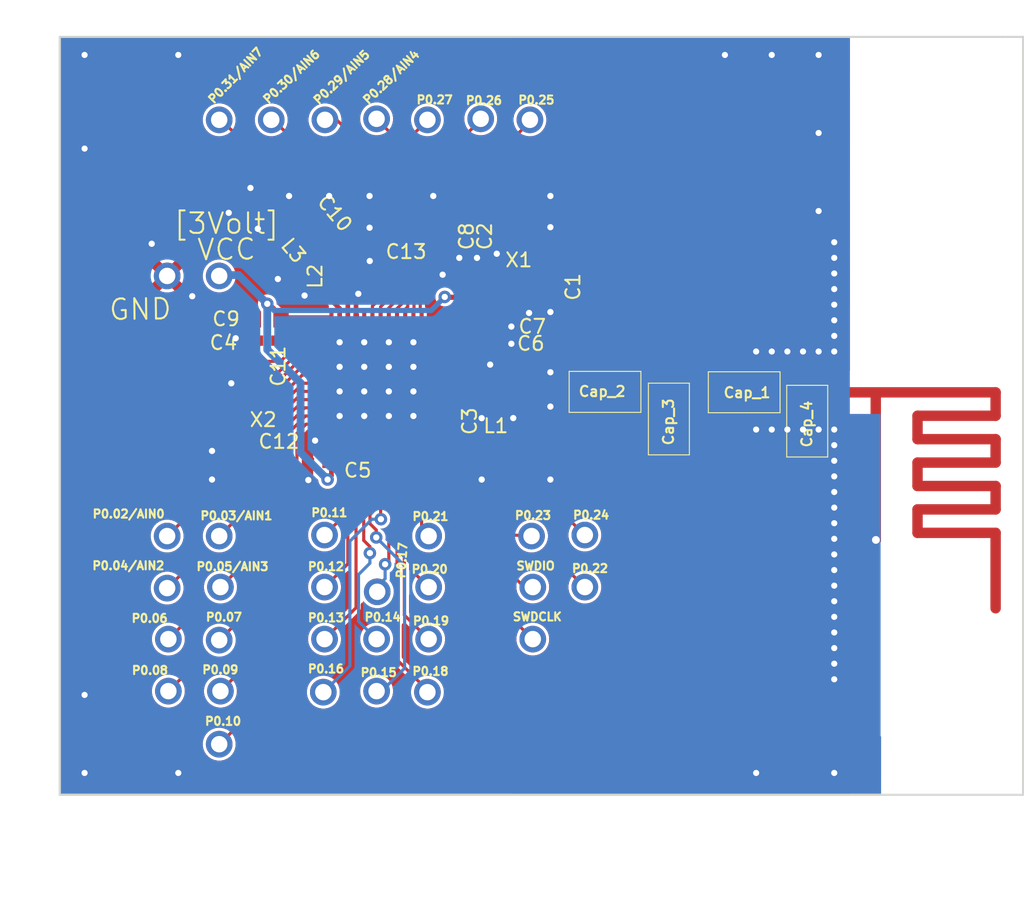
<source format=kicad_pcb>
(kicad_pcb (version 20171130) (host pcbnew 5.1.2-f72e74a~84~ubuntu18.04.1)

  (general
    (thickness 1.6)
    (drawings 64)
    (tracks 506)
    (zones 0)
    (modules 56)
    (nets 43)
  )

  (page A4)
  (layers
    (0 F.Cu signal)
    (1 In1.Cu signal)
    (2 In2.Cu signal)
    (3 In3.Cu signal)
    (4 In4.Cu signal)
    (5 In5.Cu signal)
    (6 In6.Cu signal)
    (7 In7.Cu signal)
    (8 In8.Cu signal)
    (9 In9.Cu signal)
    (10 In10.Cu signal)
    (11 In11.Cu signal)
    (12 In12.Cu signal)
    (13 In13.Cu signal)
    (14 In14.Cu signal)
    (15 In15.Cu signal)
    (16 In16.Cu signal)
    (17 In17.Cu signal)
    (18 In18.Cu signal)
    (19 In19.Cu signal)
    (20 In20.Cu signal)
    (21 In21.Cu signal)
    (22 In22.Cu signal)
    (23 In23.Cu signal)
    (24 In24.Cu signal)
    (25 In25.Cu signal)
    (26 In26.Cu signal)
    (27 In27.Cu signal)
    (28 In28.Cu signal)
    (29 In29.Cu signal)
    (30 In30.Cu signal)
    (31 B.Cu signal)
    (32 B.Adhes user)
    (33 F.Adhes user)
    (34 B.Paste user)
    (35 F.Paste user)
    (36 B.SilkS user)
    (37 F.SilkS user)
    (38 B.Mask user)
    (39 F.Mask user)
    (40 Dwgs.User user)
    (41 Cmts.User user)
    (42 Eco1.User user)
    (43 Eco2.User user)
    (44 Edge.Cuts user)
    (45 Margin user)
    (46 B.CrtYd user)
    (47 F.CrtYd user)
    (48 B.Fab user)
    (49 F.Fab user)
  )

  (setup
    (last_trace_width 0.1524)
    (user_trace_width 0.1524)
    (trace_clearance 0.1524)
    (zone_clearance 0)
    (zone_45_only no)
    (trace_min 0.1)
    (via_size 0.61)
    (via_drill 0.305)
    (via_min_size 0.5)
    (via_min_drill 0.1)
    (user_via 0.61 0.305)
    (uvia_size 0.508)
    (uvia_drill 0.127)
    (uvias_allowed no)
    (uvia_min_size 0.5)
    (uvia_min_drill 0.1)
    (edge_width 0.1)
    (segment_width 0.2)
    (pcb_text_width 0.3)
    (pcb_text_size 1.5 1.5)
    (mod_edge_width 0.15)
    (mod_text_size 1 1)
    (mod_text_width 0.15)
    (pad_size 0.8 1.75)
    (pad_drill 0)
    (pad_to_mask_clearance 0)
    (aux_axis_origin 0 0)
    (grid_origin 106.438 -92.17381)
    (visible_elements 7FFFFF7F)
    (pcbplotparams
      (layerselection 0x3ffff_80000001)
      (usegerberextensions false)
      (usegerberattributes true)
      (usegerberadvancedattributes true)
      (creategerberjobfile true)
      (excludeedgelayer true)
      (linewidth 0.100000)
      (plotframeref true)
      (viasonmask false)
      (mode 1)
      (useauxorigin false)
      (hpglpennumber 1)
      (hpglpenspeed 20)
      (hpglpendiameter 15.000000)
      (psnegative false)
      (psa4output false)
      (plotreference true)
      (plotvalue true)
      (plotinvisibletext false)
      (padsonsilk false)
      (subtractmaskfromsilk true)
      (outputformat 1)
      (mirror false)
      (drillshape 0)
      (scaleselection 1)
      (outputdirectory "/home/basilisvirus/git_workspace/QFN48-nRF52811-Bluetooth-5.1-KiCad-and-Altium-Designer/Exported files from KiCad [Gerber]"))
  )

  (net 0 "")
  (net 1 VDD_NRF)
  (net 2 P0.04/AIN2)
  (net 3 P0.01/XL2)
  (net 4 P0.00/XL1)
  (net 5 DEC4)
  (net 6 DEC3)
  (net 7 GND)
  (net 8 DEC1)
  (net 9 DEC2)
  (net 10 NetL2_1)
  (net 11 NetL2_2)
  (net 12 XC1)
  (net 13 XC2)
  (net 14 "Net-(U1-Pad1)")
  (net 15 "Net-(U3-Pad1)")
  (net 16 "Net-(U4-Pad1)")
  (net 17 "Net-(U5-Pad1)")
  (net 18 "Net-(U6-Pad1)")
  (net 19 "Net-(U7-Pad1)")
  (net 20 "Net-(U15-Pad1)")
  (net 21 "Net-(U9-Pad1)")
  (net 22 "Net-(U10-Pad1)")
  (net 23 "Net-(U11-Pad1)")
  (net 24 "Net-(U12-Pad1)")
  (net 25 "Net-(U13-Pad1)")
  (net 26 "Net-(U14-Pad1)")
  (net 27 "Net-(U16-Pad1)")
  (net 28 "Net-(U17-Pad1)")
  (net 29 "Net-(U18-Pad1)")
  (net 30 "Net-(U21-Pad1)")
  (net 31 "Net-(U23-Pad1)")
  (net 32 "Net-(U24-Pad1)")
  (net 33 "Net-(U27-Pad1)")
  (net 34 "Net-(U28-Pad1)")
  (net 35 "Net-(U29-Pad1)")
  (net 36 "Net-(U30-Pad1)")
  (net 37 "Net-(U32-Pad1)")
  (net 38 "Net-(Cap_1-Pad1)")
  (net 39 "Net-(Cap_1-Pad2)")
  (net 40 "Net-(Cap_2-Pad1)")
  (net 41 "Net-(U2-Pad1)")
  (net 42 "Net-(U102-Pad1)")

  (net_class Default "This is the default net class."
    (clearance 0.1524)
    (trace_width 0.1524)
    (via_dia 0.61)
    (via_drill 0.305)
    (uvia_dia 0.508)
    (uvia_drill 0.127)
    (add_net DEC1)
    (add_net DEC2)
    (add_net DEC3)
    (add_net DEC4)
    (add_net GND)
    (add_net "Net-(Cap_1-Pad1)")
    (add_net "Net-(Cap_1-Pad2)")
    (add_net "Net-(Cap_2-Pad1)")
    (add_net "Net-(U1-Pad1)")
    (add_net "Net-(U10-Pad1)")
    (add_net "Net-(U102-Pad1)")
    (add_net "Net-(U11-Pad1)")
    (add_net "Net-(U12-Pad1)")
    (add_net "Net-(U13-Pad1)")
    (add_net "Net-(U14-Pad1)")
    (add_net "Net-(U15-Pad1)")
    (add_net "Net-(U16-Pad1)")
    (add_net "Net-(U17-Pad1)")
    (add_net "Net-(U18-Pad1)")
    (add_net "Net-(U2-Pad1)")
    (add_net "Net-(U21-Pad1)")
    (add_net "Net-(U23-Pad1)")
    (add_net "Net-(U24-Pad1)")
    (add_net "Net-(U27-Pad1)")
    (add_net "Net-(U28-Pad1)")
    (add_net "Net-(U29-Pad1)")
    (add_net "Net-(U3-Pad1)")
    (add_net "Net-(U30-Pad1)")
    (add_net "Net-(U32-Pad1)")
    (add_net "Net-(U4-Pad1)")
    (add_net "Net-(U5-Pad1)")
    (add_net "Net-(U6-Pad1)")
    (add_net "Net-(U7-Pad1)")
    (add_net "Net-(U9-Pad1)")
    (add_net NetL2_1)
    (add_net NetL2_2)
    (add_net P0.00/XL1)
    (add_net P0.01/XL2)
    (add_net P0.04/AIN2)
    (add_net VDD_NRF)
    (add_net XC1)
    (add_net XC2)
  )

  (module Capacitors_smd:1206_cap_smd (layer F.Cu) (tedit 5D34406E) (tstamp 5D342874)
    (at 95.255 -84.87 180)
    (path /5D31B50D)
    (fp_text reference Cap_2 (at 0.14 0.02) (layer F.SilkS)
      (effects (font (size 0.5 0.5) (thickness 0.1)))
    )
    (fp_text value 1206_cap_smd (at 0.245 -2.14) (layer F.Fab)
      (effects (font (size 0.5 0.5) (thickness 0.1)))
    )
    (fp_line (start -1.75 -1) (end 1.75 -1) (layer F.SilkS) (width 0.05))
    (fp_line (start 1.75 -1) (end 1.75 1) (layer F.SilkS) (width 0.05))
    (fp_line (start 1.75 1) (end -1.75 1) (layer F.SilkS) (width 0.05))
    (fp_line (start -1.75 1) (end -1.75 -1) (layer F.SilkS) (width 0.05))
    (pad 1 smd rect (at -1.275 0 180) (size 0.8 1.75) (layers F.Cu F.Paste F.Mask)
      (net 40 "Net-(Cap_2-Pad1)"))
    (pad 2 smd rect (at 1.275 0 180) (size 0.8 1.75) (layers F.Cu F.Paste F.Mask))
  )

  (module Capacitors_smd:1206_cap_smd (layer F.Cu) (tedit 5D31925D) (tstamp 5D342835)
    (at 105.12 -83.44 270)
    (path /5D31954A)
    (zone_connect 2)
    (fp_text reference Cap_4 (at 0.14 0.02 90) (layer F.SilkS)
      (effects (font (size 0.5 0.5) (thickness 0.1)))
    )
    (fp_text value 1206_cap_smd (at 0.36 -2.58 90) (layer F.Fab)
      (effects (font (size 0.5 0.5) (thickness 0.1)))
    )
    (fp_line (start -1.75 -1) (end 1.75 -1) (layer F.SilkS) (width 0.05))
    (fp_line (start 1.75 -1) (end 1.75 1) (layer F.SilkS) (width 0.05))
    (fp_line (start 1.75 1) (end -1.75 1) (layer F.SilkS) (width 0.05))
    (fp_line (start -1.75 1) (end -1.75 -1) (layer F.SilkS) (width 0.05))
    (pad 1 smd rect (at -1.275 0 270) (size 0.8 1.75) (layers F.Cu F.Paste F.Mask)
      (net 7 GND) (zone_connect 2))
    (pad 2 smd rect (at 1.275 0 270) (size 0.8 1.75) (layers F.Cu F.Paste F.Mask)
      (net 7 GND) (zone_connect 2))
  )

  (module Capacitors_smd:1206_cap_smd (layer F.Cu) (tedit 5CC074DB) (tstamp 5D342828)
    (at 102.045 -84.85)
    (path /5D309A4C)
    (fp_text reference Cap_1 (at 0.14 0.02) (layer F.SilkS)
      (effects (font (size 0.5 0.5) (thickness 0.1)))
    )
    (fp_text value 1206_cap_smd (at -0.16 3.74 270) (layer F.Fab)
      (effects (font (size 0.5 0.5) (thickness 0.1)))
    )
    (fp_line (start -1.75 -1) (end 1.75 -1) (layer F.SilkS) (width 0.05))
    (fp_line (start 1.75 -1) (end 1.75 1) (layer F.SilkS) (width 0.05))
    (fp_line (start 1.75 1) (end -1.75 1) (layer F.SilkS) (width 0.05))
    (fp_line (start -1.75 1) (end -1.75 -1) (layer F.SilkS) (width 0.05))
    (pad 1 smd rect (at -1.275 0) (size 0.8 1.75) (layers F.Cu F.Paste F.Mask)
      (net 38 "Net-(Cap_1-Pad1)"))
    (pad 2 smd rect (at 1.275 0) (size 0.8 1.75) (layers F.Cu F.Paste F.Mask)
      (net 39 "Net-(Cap_1-Pad2)"))
  )

  (module Capacitors_smd:1206_cap_smd (layer F.Cu) (tedit 5D30939E) (tstamp 5D342815)
    (at 98.37 -83.545 270)
    (path /5D309105)
    (fp_text reference Cap_3 (at 0.14 0.02 90) (layer F.SilkS)
      (effects (font (size 0.5 0.5) (thickness 0.1)))
    )
    (fp_text value 1206_cap_smd (at 4.67 -0.28 90) (layer F.Fab)
      (effects (font (size 0.5 0.5) (thickness 0.1)))
    )
    (fp_line (start -1.75 -1) (end 1.75 -1) (layer F.SilkS) (width 0.05))
    (fp_line (start 1.75 -1) (end 1.75 1) (layer F.SilkS) (width 0.05))
    (fp_line (start 1.75 1) (end -1.75 1) (layer F.SilkS) (width 0.05))
    (fp_line (start -1.75 1) (end -1.75 -1) (layer F.SilkS) (width 0.05))
    (pad 1 smd rect (at -1.275 0 270) (size 0.8 1.75) (layers F.Cu F.Paste F.Mask)
      (net 7 GND))
    (pad 2 smd rect (at 1.275 0 270) (size 0.8 1.75) (layers F.Cu F.Paste F.Mask)
      (net 7 GND) (zone_connect 2))
  )

  (module ICs:Ο (layer F.Cu) (tedit 5CDFF879) (tstamp 5D21E982)
    (at 86.71 -77.88)
    (path /5D222904)
    (fp_text reference U102 (at 3.06 -4.98) (layer F.SilkS) hide
      (effects (font (size 0.5 0.5) (thickness 0.1)))
    )
    (fp_text value O (at -0.29 -4.91) (layer F.Fab)
      (effects (font (size 0.5 0.5) (thickness 0.1)))
    )
    (pad 1 thru_hole circle (at -0.06 0.05) (size 1.3 1.3) (drill 0.8) (layers *.Cu *.Mask)
      (net 42 "Net-(U102-Pad1)"))
  )

  (module ICs:Ο (layer F.Cu) (tedit 5D21D110) (tstamp 5D21CE30)
    (at 73.95 -90.58)
    (path /5D21FE50)
    (fp_text reference U26 (at -1.8 -0.76 unlocked) (layer F.SilkS) hide
      (effects (font (size 0.5 0.5) (thickness 0.1)))
    )
    (fp_text value O (at -0.29 -4.91) (layer F.Fab)
      (effects (font (size 0.5 0.5) (thickness 0.1)))
    )
    (pad GND thru_hole circle (at -0.06 0.05) (size 1.3 1.3) (drill 0.8) (layers *.Cu *.Mask)
      (net 7 GND))
  )

  (module ICs:Ο (layer F.Cu) (tedit 5CDFF879) (tstamp 5D21C8BD)
    (at 76.49 -90.58)
    (path /5D21EA85)
    (fp_text reference U8 (at 3.06 -4.98) (layer F.SilkS) hide
      (effects (font (size 0.5 0.5) (thickness 0.1)))
    )
    (fp_text value O (at -0.29 -4.91) (layer F.Fab)
      (effects (font (size 0.5 0.5) (thickness 0.1)))
    )
    (pad 1 thru_hole circle (at -0.06 0.05) (size 1.3 1.3) (drill 0.8) (layers *.Cu *.Mask))
  )

  (module QFN40P600X600X90-48N (layer F.Cu) (tedit 4289BEAB) (tstamp 539EEDBF)
    (at 84.10594 -85.49162)
    (path /539EEC0F)
    (attr smd)
    (fp_text reference U1 (at 0 0) (layer F.SilkS) hide
      (effects (font (size 1.524 1.524) (thickness 0.05)))
    )
    (fp_text value "Multi-protocol Bluetooth Low Energy, IEEE 802.15.4, ANT and 2.4GHz proprietary system-on-chip" (at 0 0) (layer F.SilkS) hide
      (effects (font (size 1.524 1.524) (thickness 0.05)))
    )
    (pad 1 smd oval (at -3.025 -2.2 90) (size 0.2 0.65) (layers F.Cu F.Paste F.Mask)
      (net 8 DEC1))
    (pad 2 smd oval (at -3.025 -1.8 90) (size 0.2 0.65) (layers F.Cu F.Paste F.Mask)
      (net 4 P0.00/XL1))
    (pad 3 smd oval (at -3.025 -1.4 90) (size 0.2 0.65) (layers F.Cu F.Paste F.Mask)
      (net 3 P0.01/XL2))
    (pad 4 smd oval (at -3.025 -1 90) (size 0.2 0.65) (layers F.Cu F.Paste F.Mask))
    (pad 5 smd oval (at -3.025 -0.6 90) (size 0.2 0.65) (layers F.Cu F.Paste F.Mask))
    (pad 6 smd oval (at -3.025 -0.2 90) (size 0.2 0.65) (layers F.Cu F.Paste F.Mask))
    (pad 7 smd oval (at -3.025 0.2 90) (size 0.2 0.65) (layers F.Cu F.Paste F.Mask))
    (pad 8 smd oval (at -3.025 0.6 90) (size 0.2 0.65) (layers F.Cu F.Paste F.Mask))
    (pad 9 smd oval (at -3.025 1 90) (size 0.2 0.65) (layers F.Cu F.Paste F.Mask))
    (pad 10 smd oval (at -3.025 1.4 90) (size 0.2 0.65) (layers F.Cu F.Paste F.Mask))
    (pad 11 smd oval (at -3.025 1.8 90) (size 0.2 0.65) (layers F.Cu F.Paste F.Mask))
    (pad 12 smd oval (at -3.025 2.2 90) (size 0.2 0.65) (layers F.Cu F.Paste F.Mask))
    (pad 13 smd oval (at -2.20001 3.025) (size 0.2 0.65) (layers F.Cu F.Paste F.Mask)
      (net 1 VDD_NRF))
    (pad 14 smd oval (at -1.80001 3.025) (size 0.2 0.65) (layers F.Cu F.Paste F.Mask))
    (pad 15 smd oval (at -1.4 3.025) (size 0.2 0.65) (layers F.Cu F.Paste F.Mask))
    (pad 16 smd oval (at -1.00001 3.025) (size 0.2 0.65) (layers F.Cu F.Paste F.Mask))
    (pad 17 smd oval (at -0.60001 3.025) (size 0.2 0.65) (layers F.Cu F.Paste F.Mask))
    (pad 18 smd oval (at -0.2 3.025) (size 0.2 0.65) (layers F.Cu F.Paste F.Mask))
    (pad 19 smd oval (at 0.2 3.025) (size 0.2 0.65) (layers F.Cu F.Paste F.Mask))
    (pad 20 smd oval (at 0.6 3.025) (size 0.2 0.65) (layers F.Cu F.Paste F.Mask))
    (pad 21 smd oval (at 1 3.025) (size 0.2 0.65) (layers F.Cu F.Paste F.Mask))
    (pad 22 smd oval (at 1.4 3.025) (size 0.2 0.65) (layers F.Cu F.Paste F.Mask))
    (pad 23 smd oval (at 1.8 3.025) (size 0.2 0.65) (layers F.Cu F.Paste F.Mask))
    (pad 24 smd oval (at 2.2 3.025) (size 0.2 0.65) (layers F.Cu F.Paste F.Mask))
    (pad 25 smd oval (at 3.025 2.2 90) (size 0.2 0.65) (layers F.Cu F.Paste F.Mask))
    (pad 26 smd oval (at 3.025 1.8 90) (size 0.2 0.65) (layers F.Cu F.Paste F.Mask))
    (pad 27 smd oval (at 3.025 1.4 90) (size 0.2 0.65) (layers F.Cu F.Paste F.Mask))
    (pad 28 smd oval (at 3.025 1 90) (size 0.2 0.65) (layers F.Cu F.Paste F.Mask))
    (pad 29 smd oval (at 3.025 0.6 90) (size 0.2 0.65) (layers F.Cu F.Paste F.Mask))
    (pad 30 smd oval (at 3.025 0.2 90) (size 0.2 0.65) (layers F.Cu F.Paste F.Mask))
    (pad 31 smd oval (at 3.025 -0.2 90) (size 0.2 0.65) (layers F.Cu F.Paste F.Mask)
      (net 7 GND))
    (pad 32 smd oval (at 3.025 -0.6 90) (size 0.2 0.65) (layers F.Cu F.Paste F.Mask)
      (net 9 DEC2))
    (pad 33 smd oval (at 3.025 -1 90) (size 0.2 0.65) (layers F.Cu F.Paste F.Mask)
      (net 6 DEC3))
    (pad 34 smd oval (at 3.025 -1.4 90) (size 0.2 0.65) (layers F.Cu F.Paste F.Mask)
      (net 12 XC1))
    (pad 35 smd oval (at 3.025 -1.8 90) (size 0.2 0.65) (layers F.Cu F.Paste F.Mask)
      (net 13 XC2))
    (pad 36 smd oval (at 3.025 -2.2 90) (size 0.2 0.65) (layers F.Cu F.Paste F.Mask)
      (net 1 VDD_NRF))
    (pad 37 smd oval (at 2.2 -3.025) (size 0.2 0.65) (layers F.Cu F.Paste F.Mask))
    (pad 38 smd oval (at 1.79999 -3.025) (size 0.2 0.65) (layers F.Cu F.Paste F.Mask))
    (pad 39 smd oval (at 1.4 -3.025) (size 0.2 0.65) (layers F.Cu F.Paste F.Mask))
    (pad 40 smd oval (at 1 -3.025) (size 0.2 0.65) (layers F.Cu F.Paste F.Mask))
    (pad 41 smd oval (at 0.59999 -3.025) (size 0.2 0.65) (layers F.Cu F.Paste F.Mask))
    (pad 42 smd oval (at 0.2 -3.025) (size 0.2 0.65) (layers F.Cu F.Paste F.Mask))
    (pad 43 smd oval (at -0.20001 -3.025) (size 0.2 0.65) (layers F.Cu F.Paste F.Mask))
    (pad 44 smd oval (at -0.60001 -3.025) (size 0.2 0.65) (layers F.Cu F.Paste F.Mask))
    (pad 45 smd oval (at -1.00001 -3.025) (size 0.2 0.65) (layers F.Cu F.Paste F.Mask)
      (net 7 GND))
    (pad 46 smd oval (at -1.40001 -3.025) (size 0.2 0.65) (layers F.Cu F.Paste F.Mask)
      (net 5 DEC4))
    (pad 47 smd oval (at -1.80001 -3.025) (size 0.2 0.65) (layers F.Cu F.Paste F.Mask)
      (net 11 NetL2_2))
    (pad 48 smd oval (at -2.20001 -3.025) (size 0.2 0.65) (layers F.Cu F.Paste F.Mask)
      (net 1 VDD_NRF))
    (pad 49 smd rect (at 0 0) (size 4.7 4.7) (layers F.Cu F.Paste F.Mask)
      (net 7 GND))
    (model ./wrlshp/3FE6F295-0804.wrl
      (at (xyz 0 0 0))
      (scale (xyz 1 1 1))
      (rotate (xyz 0 0 360))
    )
  )

  (module ICs:Ο (layer F.Cu) (tedit 5CDFF879) (tstamp 5D21CBB4)
    (at 76.49 -77.88)
    (path /5D223280)
    (fp_text reference U33 (at 3.06 -4.98) (layer F.SilkS) hide
      (effects (font (size 0.5 0.5) (thickness 0.1)))
    )
    (fp_text value O (at -0.29 -4.91) (layer F.Fab)
      (effects (font (size 0.5 0.5) (thickness 0.1)))
    )
    (pad 1 thru_hole circle (at -0.06 0.05) (size 1.3 1.3) (drill 0.8) (layers *.Cu *.Mask))
  )

  (module ICs:Ο (layer F.Cu) (tedit 5CDFF879) (tstamp 5D21CBAA)
    (at 81.57 -70.26)
    (path /5D22382C)
    (fp_text reference U31 (at 3.06 -4.98) (layer F.SilkS) hide
      (effects (font (size 0.5 0.5) (thickness 0.1)))
    )
    (fp_text value O (at -0.29 -4.91) (layer F.Fab)
      (effects (font (size 0.5 0.5) (thickness 0.1)))
    )
    (pad 1 thru_hole circle (at -0.06 0.05) (size 1.3 1.3) (drill 0.8) (layers *.Cu *.Mask))
  )

  (module ICs:Ο (layer F.Cu) (tedit 5CDFF879) (tstamp 5D21CB8C)
    (at 74.01 -72.85)
    (path /5D21FBCF)
    (fp_text reference U25 (at 3.06 -4.98) (layer F.SilkS) hide
      (effects (font (size 0.5 0.5) (thickness 0.1)))
    )
    (fp_text value O (at -0.29 -4.91) (layer F.Fab)
      (effects (font (size 0.5 0.5) (thickness 0.1)))
    )
    (pad 1 thru_hole circle (at -0.06 0.05) (size 1.3 1.3) (drill 0.8) (layers *.Cu *.Mask))
  )

  (module ICs:Ο (layer F.Cu) (tedit 5CDFF879) (tstamp 5D21CB73)
    (at 84.17 -72.85)
    (path /5D22008B)
    (fp_text reference U20 (at 3.06 -4.98) (layer F.SilkS) hide
      (effects (font (size 0.5 0.5) (thickness 0.1)))
    )
    (fp_text value O (at -0.29 -4.91) (layer F.Fab)
      (effects (font (size 0.5 0.5) (thickness 0.1)))
    )
    (pad 1 thru_hole circle (at -0.06 0.05) (size 1.3 1.3) (drill 0.8) (layers *.Cu *.Mask))
  )

  (module ICs:Ο (layer F.Cu) (tedit 5CDFF879) (tstamp 5D21CB6E)
    (at 91.73 -77.88)
    (path /5D220B00)
    (fp_text reference U19 (at 3.06 -4.98) (layer F.SilkS) hide
      (effects (font (size 0.5 0.5) (thickness 0.1)))
    )
    (fp_text value O (at -0.29 -4.91) (layer F.Fab)
      (effects (font (size 0.5 0.5) (thickness 0.1)))
    )
    (pad 1 thru_hole circle (at -0.06 0.05) (size 1.3 1.3) (drill 0.8) (layers *.Cu *.Mask))
  )

  (module CAPC1005X04L (layer F.Cu) (tedit 4289BEAB) (tstamp 539EEDBF)
    (at 76.63834 -82.79922)
    (path /539EEC0F)
    (attr smd)
    (fp_text reference C12 (at 0 0) (layer F.SilkS) hide
      (effects (font (size 1.524 1.524) (thickness 0.05)))
    )
    (fp_text value "" (at 0 0) (layer F.SilkS) hide
      (effects (font (size 1.524 1.524) (thickness 0.05)))
    )
    (pad 1 smd rect (at 0.49999 0 270) (size 0.5 0.6) (layers F.Cu F.Paste F.Mask)
      (net 3 P0.01/XL2))
    (pad 2 smd rect (at -0.50001 0 270) (size 0.5 0.6) (layers F.Cu F.Paste F.Mask)
      (net 7 GND))
    (model ./wrlshp/27F8D307-C50E.wrl
      (at (xyz 0 0 0))
      (scale (xyz 1 1 1))
      (rotate (xyz 0 0 0))
    )
  )

  (module CAPC1608X06L (layer F.Cu) (tedit 4289BEAB) (tstamp 539EEDBF)
    (at 81.36345 -93.3199)
    (path /539EEC0F)
    (attr smd)
    (fp_text reference C10 (at 0 0) (layer F.SilkS) hide
      (effects (font (size 1.524 1.524) (thickness 0.05)))
    )
    (fp_text value "" (at 0 0) (layer F.SilkS) hide
      (effects (font (size 1.524 1.524) (thickness 0.05)))
    )
    (pad 2 smd rect (at 0.43389 0.51708 40) (size 0.8 0.75) (layers F.Cu F.Paste F.Mask)
      (net 5 DEC4))
    (pad 1 smd rect (at -0.43388 -0.51708 40) (size 0.8 0.75) (layers F.Cu F.Paste F.Mask)
      (net 7 GND))
    (model ./wrlshp/B6A667F8-9D07.wrl
      (at (xyz 0 0 0))
      (scale (xyz 1 1 1))
      (rotate (xyz 0 0 260))
    )
  )

  (module INDC1005X04L (layer F.Cu) (tedit 4289BEAB) (tstamp 539EEDBF)
    (at 80.67765 -92.4563)
    (path /539EEC0F)
    (attr smd)
    (fp_text reference L3 (at 0 0) (layer F.SilkS) hide
      (effects (font (size 1.524 1.524) (thickness 0.05)))
    )
    (fp_text value "" (at 0 0) (layer F.SilkS) hide
      (effects (font (size 1.524 1.524) (thickness 0.05)))
    )
    (pad 2 smd rect (at 0.30533 0.36387 40) (size 0.5 0.65) (layers F.Cu F.Paste F.Mask)
      (net 10 NetL2_1))
    (pad 1 smd rect (at -0.30532 -0.36387 40) (size 0.5 0.65) (layers F.Cu F.Paste F.Mask)
      (net 5 DEC4))
    (model ./wrlshp/C9012E92-4FB3.wrl
      (at (xyz 0 0 0))
      (scale (xyz 1 1 1))
      (rotate (xyz 0 0 260))
    )
  )

  (module INDC1608X06L (layer F.Cu) (tedit 4289BEAB) (tstamp 539EEDBF)
    (at 81.84534 -90.37358)
    (path /539EEC0F)
    (attr smd)
    (fp_text reference L2 (at 0 0) (layer F.SilkS) hide
      (effects (font (size 1.524 1.524) (thickness 0.05)))
    )
    (fp_text value "" (at 0 0) (layer F.SilkS) hide
      (effects (font (size 1.524 1.524) (thickness 0.05)))
    )
    (pad 1 smd rect (at 0 -0.675) (size 0.8 0.75) (layers F.Cu F.Paste F.Mask)
      (net 10 NetL2_1))
    (pad 2 smd rect (at 0 0.675) (size 0.8 0.75) (layers F.Cu F.Paste F.Mask)
      (net 11 NetL2_2))
    (model ./wrlshp/3C0C10DE-CD94.wrl
      (at (xyz 0 0 0))
      (scale (xyz 1 1 1))
      (rotate (xyz 0 0 180))
    )
  )

  (module CAPC1005X04L (layer F.Cu) (tedit 4289BEAB) (tstamp 539EEDBF)
    (at 78.77194 -87.37122)
    (path /539EEC0F)
    (attr smd)
    (fp_text reference C4 (at 0 0) (layer F.SilkS) hide
      (effects (font (size 1.524 1.524) (thickness 0.05)))
    )
    (fp_text value "" (at 0 0) (layer F.SilkS) hide
      (effects (font (size 1.524 1.524) (thickness 0.05)))
    )
    (pad 1 smd rect (at 0.49999 0 270) (size 0.5 0.6) (layers F.Cu F.Paste F.Mask)
      (net 8 DEC1))
    (pad 2 smd rect (at -0.50001 0 270) (size 0.5 0.6) (layers F.Cu F.Paste F.Mask)
      (net 7 GND))
    (model ./wrlshp/27F8D307-C50E.wrl
      (at (xyz 0 0 0))
      (scale (xyz 1 1 1))
      (rotate (xyz 0 0 0))
    )
  )

  (module CAPC1005X04L (layer F.Cu) (tedit 4289BEAB) (tstamp 539EEDBF)
    (at 81.26114 -81.40222)
    (path /539EEC0F)
    (attr smd)
    (fp_text reference C5 (at 0 0) (layer F.SilkS) hide
      (effects (font (size 1.524 1.524) (thickness 0.05)))
    )
    (fp_text value "" (at 0 0) (layer F.SilkS) hide
      (effects (font (size 1.524 1.524) (thickness 0.05)))
    )
    (pad 1 smd rect (at 0.49999 0 270) (size 0.5 0.6) (layers F.Cu F.Paste F.Mask)
      (net 1 VDD_NRF))
    (pad 2 smd rect (at -0.50001 0 270) (size 0.5 0.6) (layers F.Cu F.Paste F.Mask)
      (net 7 GND))
    (model ./wrlshp/27F8D307-C50E.wrl
      (at (xyz 0 0 0))
      (scale (xyz 1 1 1))
      (rotate (xyz 0 0 0))
    )
  )

  (module CAPC1005X04L (layer F.Cu) (tedit 4289BEAB) (tstamp 539EEDBF)
    (at 89.38914 -88.10782)
    (path /539EEC0F)
    (attr smd)
    (fp_text reference C7 (at 0 0) (layer F.SilkS) hide
      (effects (font (size 1.524 1.524) (thickness 0.05)))
    )
    (fp_text value "" (at 0 0) (layer F.SilkS) hide
      (effects (font (size 1.524 1.524) (thickness 0.05)))
    )
    (pad 1 smd rect (at -0.5 0 90) (size 0.5 0.6) (layers F.Cu F.Paste F.Mask)
      (net 6 DEC3))
    (pad 2 smd rect (at 0.5 0 90) (size 0.5 0.6) (layers F.Cu F.Paste F.Mask)
      (net 7 GND))
    (model ./wrlshp/27F8D307-C50E.wrl
      (at (xyz 0 0 0))
      (scale (xyz 1 1 1))
      (rotate (xyz 0 0 360))
    )
  )

  (module CAPC1005X04L (layer F.Cu) (tedit 5D342DEB) (tstamp 539EEDBF)
    (at 92.58937 -90.0892)
    (path /539EEC0F)
    (attr smd)
    (fp_text reference C1 (at 0 0) (layer F.SilkS) hide
      (effects (font (size 1.524 1.524) (thickness 0.05)))
    )
    (fp_text value "" (at 0 0) (layer F.SilkS) hide
      (effects (font (size 1.524 1.524) (thickness 0.05)))
    )
    (pad 1 smd rect (at 0 -0.5) (size 0.5 0.6) (layers F.Cu F.Paste F.Mask)
      (net 12 XC1))
    (pad 2 smd rect (at 0 0.5) (size 0.5 0.6) (layers F.Cu F.Paste F.Mask)
      (net 7 GND) (zone_connect 2))
    (model ./wrlshp/27F8D307-C50E.wrl
      (at (xyz 0 0 0))
      (scale (xyz 1 1 1))
      (rotate (xyz 0 0 180))
    )
  )

  (module BT-XTAL_2016 (layer F.Cu) (tedit 5D342E0B) (tstamp 539EEDBF)
    (at 90.81137 -90.0892)
    (path /539EEC0F)
    (attr smd)
    (fp_text reference X1 (at 0 0) (layer F.SilkS) hide
      (effects (font (size 1.524 1.524) (thickness 0.05)))
    )
    (fp_text value "" (at 0 0) (layer F.SilkS) hide
      (effects (font (size 1.524 1.524) (thickness 0.05)))
    )
    (pad 3 smd rect (at -0.725 0.575 180) (size 0.95 0.85) (layers F.Cu F.Paste F.Mask)
      (net 13 XC2))
    (pad 2 smd rect (at -0.725 -0.575 180) (size 0.95 0.85) (layers F.Cu F.Paste F.Mask)
      (net 7 GND))
    (pad 1 smd rect (at 0.725 -0.575 180) (size 0.95 0.85) (layers F.Cu F.Paste F.Mask)
      (net 12 XC1))
    (pad 4 smd rect (at 0.725 0.575 180) (size 0.95 0.85) (layers F.Cu F.Paste F.Mask)
      (net 7 GND) (zone_connect 2))
    (model ./wrlshp/C397B18D-1D72.wrl
      (at (xyz 0 0 0))
      (scale (xyz 1 1 1))
      (rotate (xyz 0 0 180))
    )
    (model ./wrlshp/368438F8-044C.wrl
      (at (xyz 0 0 0))
      (scale (xyz 1 1 1))
      (rotate (xyz 0 0 0))
    )
  )

  (module CAPC1005X04L (layer F.Cu) (tedit 4289BEAB) (tstamp 539EEDBF)
    (at 88.14437 -90.0892)
    (path /539EEC0F)
    (attr smd)
    (fp_text reference C8 (at 0 0) (layer F.SilkS) hide
      (effects (font (size 1.524 1.524) (thickness 0.05)))
    )
    (fp_text value "" (at 0 0) (layer F.SilkS) hide
      (effects (font (size 1.524 1.524) (thickness 0.05)))
    )
    (pad 1 smd rect (at 0 0.5 180) (size 0.5 0.6) (layers F.Cu F.Paste F.Mask)
      (net 1 VDD_NRF))
    (pad 2 smd rect (at 0 -0.5 180) (size 0.5 0.6) (layers F.Cu F.Paste F.Mask)
      (net 7 GND))
    (model ./wrlshp/27F8D307-C50E.wrl
      (at (xyz 0 0 0))
      (scale (xyz 1 1 1))
      (rotate (xyz 0 0 180))
    )
  )

  (module CAPC1608X06L (layer F.Cu) (tedit 4289BEAB) (tstamp 539EEDBF)
    (at 78.77194 -88.41262)
    (path /539EEC0F)
    (attr smd)
    (fp_text reference C9 (at 0 0) (layer F.SilkS) hide
      (effects (font (size 1.524 1.524) (thickness 0.05)))
    )
    (fp_text value "" (at 0 0) (layer F.SilkS) hide
      (effects (font (size 1.524 1.524) (thickness 0.05)))
    )
    (pad 2 smd rect (at -0.675 0 270) (size 0.8 0.75) (layers F.Cu F.Paste F.Mask)
      (net 7 GND))
    (pad 1 smd rect (at 0.675 0 270) (size 0.8 0.75) (layers F.Cu F.Paste F.Mask)
      (net 1 VDD_NRF))
    (model ./wrlshp/B6A667F8-9D07.wrl
      (at (xyz 0 0 0))
      (scale (xyz 1 1 1))
      (rotate (xyz 0 0 0))
    )
  )

  (module CAPC1005X04L (layer F.Cu) (tedit 4289BEAB) (tstamp 539EEDBF)
    (at 89.38914 -87.21882)
    (path /539EEC0F)
    (attr smd)
    (fp_text reference C6 (at 0 0) (layer F.SilkS) hide
      (effects (font (size 1.524 1.524) (thickness 0.05)))
    )
    (fp_text value "Not mounted" (at 0 0) (layer F.SilkS) hide
      (effects (font (size 1.524 1.524) (thickness 0.05)))
    )
    (pad 1 smd rect (at 0.49999 0 270) (size 0.5 0.6) (layers F.Cu F.Paste F.Mask)
      (net 7 GND))
    (pad 2 smd rect (at -0.50001 0 270) (size 0.5 0.6) (layers F.Cu F.Paste F.Mask)
      (net 9 DEC2))
    (model ./wrlshp/27F8D307-C50E.wrl
      (at (xyz 0 0 0))
      (scale (xyz 1 1 1))
      (rotate (xyz 0 0 0))
    )
  )

  (module CAPC1005X04L (layer F.Cu) (tedit 4289BEAB) (tstamp 539EEDBF)
    (at 89.03337 -90.0892)
    (path /539EEC0F)
    (attr smd)
    (fp_text reference C2 (at 0 0) (layer F.SilkS) hide
      (effects (font (size 1.524 1.524) (thickness 0.05)))
    )
    (fp_text value "" (at 0 0) (layer F.SilkS) hide
      (effects (font (size 1.524 1.524) (thickness 0.05)))
    )
    (pad 1 smd rect (at 0 0.5 180) (size 0.5 0.6) (layers F.Cu F.Paste F.Mask)
      (net 13 XC2))
    (pad 2 smd rect (at 0 -0.5 180) (size 0.5 0.6) (layers F.Cu F.Paste F.Mask)
      (net 7 GND))
    (model ./wrlshp/27F8D307-C50E.wrl
      (at (xyz 0 0 0))
      (scale (xyz 1 1 1))
      (rotate (xyz 0 0 180))
    )
  )

  (module CAPC1005X04L (layer F.Cu) (tedit 4289BEAB) (tstamp 539EEDBF)
    (at 88.29694 -85.49162)
    (path /539EEC0F)
    (attr smd)
    (fp_text reference C3 (at 0 0) (layer F.SilkS) hide
      (effects (font (size 1.524 1.524) (thickness 0.05)))
    )
    (fp_text value "" (at 0 0) (layer F.SilkS) hide
      (effects (font (size 1.524 1.524) (thickness 0.05)))
    )
    (pad 1 smd rect (at 0 -0.5) (size 0.5 0.6) (layers F.Cu F.Paste F.Mask)
      (net 7 GND))
    (pad 2 smd rect (at 0 0.5) (size 0.5 0.6) (layers F.Cu F.Paste F.Mask))
    (model ./wrlshp/27F8D307-C50E.wrl
      (at (xyz 0 0 0))
      (scale (xyz 1 1 1))
      (rotate (xyz 0 0 180))
    )
  )

  (module XTAL_3215 (layer F.Cu) (tedit 4289BEAB) (tstamp 539EEDBF)
    (at 76.63834 -85.11062)
    (path /539EEC0F)
    (attr smd)
    (fp_text reference X2 (at 0 0) (layer F.SilkS) hide
      (effects (font (size 1.524 1.524) (thickness 0.05)))
    )
    (fp_text value "" (at 0 0) (layer F.SilkS) hide
      (effects (font (size 1.524 1.524) (thickness 0.05)))
    )
    (pad 2 smd rect (at 0 1.25 270) (size 1 1.8) (layers F.Cu F.Paste F.Mask)
      (net 3 P0.01/XL2))
    (pad 1 smd rect (at 0 -1.24999 270) (size 1 1.8) (layers F.Cu F.Paste F.Mask)
      (net 4 P0.00/XL1))
    (model ./wrlshp/6E5AC694-32CE.wrl
      (at (xyz 0 0 0))
      (scale (xyz 1 1 1))
      (rotate (xyz 0 0 270))
    )
    (model ./wrlshp/07B379AA-9BDC.wrl
      (at (xyz 0 0 0))
      (scale (xyz 1 1 1))
      (rotate (xyz 0 0 180))
    )
  )

  (module CAPC1005X04L (layer F.Cu) (tedit 4289BEAB) (tstamp 539EEDBF)
    (at 78.06074 -85.94882)
    (path /539EEC0F)
    (attr smd)
    (fp_text reference C11 (at 0 0) (layer F.SilkS) hide
      (effects (font (size 1.524 1.524) (thickness 0.05)))
    )
    (fp_text value "" (at 0 0) (layer F.SilkS) hide
      (effects (font (size 1.524 1.524) (thickness 0.05)))
    )
    (pad 1 smd rect (at 0 -0.5) (size 0.5 0.6) (layers F.Cu F.Paste F.Mask)
      (net 4 P0.00/XL1))
    (pad 2 smd rect (at 0 0.5) (size 0.5 0.6) (layers F.Cu F.Paste F.Mask)
      (net 7 GND))
    (model ./wrlshp/27F8D307-C50E.wrl
      (at (xyz 0 0 0))
      (scale (xyz 1 1 1))
      (rotate (xyz 0 0 180))
    )
  )

  (module CAPC1005X04L (layer F.Cu) (tedit 4289BEAB) (tstamp 539EEDBF)
    (at 83.29314 -92.07022)
    (path /539EEC0F)
    (attr smd)
    (fp_text reference C13 (at 0 0) (layer F.SilkS) hide
      (effects (font (size 1.524 1.524) (thickness 0.05)))
    )
    (fp_text value "Not mounted" (at 0 0) (layer F.SilkS) hide
      (effects (font (size 1.524 1.524) (thickness 0.05)))
    )
    (pad 1 smd rect (at -0.5 0 90) (size 0.5 0.6) (layers F.Cu F.Paste F.Mask)
      (net 5 DEC4))
    (pad 2 smd rect (at 0.5 0 90) (size 0.5 0.6) (layers F.Cu F.Paste F.Mask)
      (net 7 GND))
    (model ./wrlshp/27F8D307-C50E.wrl
      (at (xyz 0 0 0))
      (scale (xyz 1 1 1))
      (rotate (xyz 0 0 360))
    )
  )

  (module ICs:Ο (layer F.Cu) (tedit 5CDFF879) (tstamp 5D21CBAF)
    (at 73.95 -75.34)
    (path /5D223560)
    (fp_text reference U32 (at 3.06 -4.98) (layer F.SilkS) hide
      (effects (font (size 0.5 0.5) (thickness 0.1)))
    )
    (fp_text value O (at -0.29 -4.91) (layer F.Fab) hide
      (effects (font (size 0.5 0.5) (thickness 0.1)))
    )
    (pad 1 thru_hole circle (at -0.06 0.05) (size 1.3 1.3) (drill 0.8) (layers *.Cu *.Mask)
      (net 37 "Net-(U32-Pad1)"))
  )

  (module ICs:Ο (layer F.Cu) (tedit 5CDFF879) (tstamp 5D21CBA5)
    (at 76.49 -72.8)
    (path /5D223A7B)
    (fp_text reference U30 (at 3.06 -4.98) (layer F.SilkS) hide
      (effects (font (size 0.5 0.5) (thickness 0.1)))
    )
    (fp_text value O (at -0.29 -4.91) (layer F.Fab)
      (effects (font (size 0.5 0.5) (thickness 0.1)))
    )
    (pad 1 thru_hole circle (at -0.06 0.05) (size 1.3 1.3) (drill 0.8) (layers *.Cu *.Mask)
      (net 36 "Net-(U30-Pad1)"))
  )

  (module ICs:Ο (layer F.Cu) (tedit 5CDFF879) (tstamp 5D21CBA0)
    (at 73.95 -77.88)
    (path /5D223DBA)
    (fp_text reference U29 (at 3.06 -4.98) (layer F.SilkS) hide
      (effects (font (size 0.5 0.5) (thickness 0.1)))
    )
    (fp_text value O (at -0.29 -4.91) (layer F.Fab) hide
      (effects (font (size 0.5 0.5) (thickness 0.1)))
    )
    (pad 1 thru_hole circle (at -0.06 0.05) (size 1.3 1.3) (drill 0.8) (layers *.Cu *.Mask)
      (net 35 "Net-(U29-Pad1)"))
  )

  (module ICs:Ο (layer F.Cu) (tedit 5CDFF879) (tstamp 5D21CB9B)
    (at 74.01 -70.31)
    (path /5D21F8FE)
    (fp_text reference U28 (at 3.06 -4.98) (layer F.SilkS) hide
      (effects (font (size 0.5 0.5) (thickness 0.1)))
    )
    (fp_text value O (at -0.29 -4.91) (layer F.Fab)
      (effects (font (size 0.5 0.5) (thickness 0.1)))
    )
    (pad 1 thru_hole circle (at -0.06 0.05) (size 1.3 1.3) (drill 0.8) (layers *.Cu *.Mask)
      (net 34 "Net-(U28-Pad1)"))
  )

  (module ICs:Ο (layer F.Cu) (tedit 5CDFF879) (tstamp 5D21CB96)
    (at 84.17 -70.31)
    (path /5D220695)
    (fp_text reference U27 (at 3.06 -4.98) (layer F.SilkS) hide
      (effects (font (size 0.5 0.5) (thickness 0.1)))
    )
    (fp_text value O (at -0.29 -4.91) (layer F.Fab)
      (effects (font (size 0.5 0.5) (thickness 0.1)))
    )
    (pad 1 thru_hole circle (at -0.06 0.05) (size 1.3 1.3) (drill 0.8) (layers *.Cu *.Mask)
      (net 33 "Net-(U27-Pad1)"))
  )

  (module ICs:Ο (layer F.Cu) (tedit 5CDFF879) (tstamp 5D21CB87)
    (at 76.49 -67.72)
    (path /5D21F55B)
    (fp_text reference U24 (at 3.06 -4.98) (layer F.SilkS) hide
      (effects (font (size 0.5 0.5) (thickness 0.1)))
    )
    (fp_text value O (at -0.29 -4.91) (layer F.Fab)
      (effects (font (size 0.5 0.5) (thickness 0.1)))
    )
    (pad 1 thru_hole circle (at -0.06 0.05) (size 1.3 1.3) (drill 0.8) (layers *.Cu *.Mask)
      (net 32 "Net-(U24-Pad1)"))
  )

  (module ICs:Ο (layer F.Cu) (tedit 5CDFF879) (tstamp 5D21CB82)
    (at 86.65 -70.26)
    (path /5D222B76)
    (fp_text reference U23 (at 3.06 -4.98) (layer F.SilkS) hide
      (effects (font (size 0.5 0.5) (thickness 0.1)))
    )
    (fp_text value O (at -0.29 -4.91) (layer F.Fab)
      (effects (font (size 0.5 0.5) (thickness 0.1)))
    )
    (pad 1 thru_hole circle (at -0.06 0.05) (size 1.3 1.3) (drill 0.8) (layers *.Cu *.Mask)
      (net 31 "Net-(U23-Pad1)"))
  )

  (module ICs:Ο (layer F.Cu) (tedit 5CDFF879) (tstamp 5D21CB7D)
    (at 86.71 -75.39)
    (path /5D222904)
    (fp_text reference U102 (at 3.06 -4.98) (layer F.SilkS) hide
      (effects (font (size 0.5 0.5) (thickness 0.1)))
    )
    (fp_text value O (at -0.29 -4.91) (layer F.Fab)
      (effects (font (size 0.5 0.5) (thickness 0.1)))
    )
    (pad 1 thru_hole circle (at -0.06 0.05) (size 1.3 1.3) (drill 0.8) (layers *.Cu *.Mask)
      (net 42 "Net-(U102-Pad1)"))
  )

  (module ICs:Ο (layer F.Cu) (tedit 5CDFF879) (tstamp 5D21CB78)
    (at 76.55 -75.39)
    (path /5D222E01)
    (fp_text reference U21 (at 3.06 -4.98) (layer F.SilkS) hide
      (effects (font (size 0.5 0.5) (thickness 0.1)))
    )
    (fp_text value O (at -0.29 -4.91) (layer F.Fab)
      (effects (font (size 0.5 0.5) (thickness 0.1)))
    )
    (pad 1 thru_hole circle (at -0.06 0.05) (size 1.3 1.3) (drill 0.8) (layers *.Cu *.Mask)
      (net 30 "Net-(U21-Pad1)"))
  )

  (module ICs:Ο (layer F.Cu) (tedit 5CDFF879) (tstamp 5D21CB69)
    (at 84.2 -75.16)
    (path /5D2226B5)
    (fp_text reference U18 (at 3.06 -4.98) (layer F.SilkS) hide
      (effects (font (size 0.5 0.5) (thickness 0.1)))
    )
    (fp_text value O (at -0.29 -4.91) (layer F.Fab)
      (effects (font (size 0.5 0.5) (thickness 0.1)))
    )
    (pad 1 thru_hole circle (at -0.06 0.05) (size 1.3 1.3) (drill 0.8) (layers *.Cu *.Mask)
      (net 29 "Net-(U18-Pad1)"))
  )

  (module ICs:Ο (layer F.Cu) (tedit 5CDFF879) (tstamp 5D21CB64)
    (at 81.63 -72.85)
    (path /5D222349)
    (fp_text reference U17 (at 3.06 -4.98) (layer F.SilkS) hide
      (effects (font (size 0.5 0.5) (thickness 0.1)))
    )
    (fp_text value O (at -0.29 -4.91) (layer F.Fab)
      (effects (font (size 0.5 0.5) (thickness 0.1)))
    )
    (pad 1 thru_hole circle (at -0.06 0.05) (size 1.3 1.3) (drill 0.8) (layers *.Cu *.Mask)
      (net 28 "Net-(U17-Pad1)"))
  )

  (module ICs:Ο (layer F.Cu) (tedit 5CDFF879) (tstamp 5D21CB5F)
    (at 91.79 -75.39)
    (path /5D220CA0)
    (fp_text reference U16 (at 3.06 -4.98) (layer F.SilkS) hide
      (effects (font (size 0.5 0.5) (thickness 0.1)))
    )
    (fp_text value O (at -0.29 -4.91) (layer F.Fab)
      (effects (font (size 0.5 0.5) (thickness 0.1)))
    )
    (pad 1 thru_hole circle (at -0.06 0.05) (size 1.3 1.3) (drill 0.8) (layers *.Cu *.Mask)
      (net 27 "Net-(U16-Pad1)"))
  )

  (module ICs:Ο (layer F.Cu) (tedit 5CDFF879) (tstamp 5D21CB5A)
    (at 94.33 -77.93)
    (path /5D2210EA)
    (fp_text reference U15 (at 3.06 -4.98) (layer F.SilkS) hide
      (effects (font (size 0.5 0.5) (thickness 0.1)))
    )
    (fp_text value O (at -0.29 -4.91) (layer F.Fab)
      (effects (font (size 0.5 0.5) (thickness 0.1)))
    )
    (pad 1 thru_hole circle (at -0.06 0.05) (size 1.3 1.3) (drill 0.8) (layers *.Cu *.Mask)
      (net 20 "Net-(U15-Pad1)"))
  )

  (module ICs:Ο (layer F.Cu) (tedit 5CDFF879) (tstamp 5D21CB55)
    (at 81.63 -77.93)
    (path /5D22130D)
    (fp_text reference U14 (at 3.06 -4.98) (layer F.SilkS) hide
      (effects (font (size 0.5 0.5) (thickness 0.1)))
    )
    (fp_text value O (at -0.29 -4.91) (layer F.Fab)
      (effects (font (size 0.5 0.5) (thickness 0.1)))
    )
    (pad 1 thru_hole circle (at -0.06 0.05) (size 1.3 1.3) (drill 0.8) (layers *.Cu *.Mask)
      (net 26 "Net-(U14-Pad1)"))
  )

  (module ICs:Ο (layer F.Cu) (tedit 5CDFF879) (tstamp 5D21CB50)
    (at 86.71 -72.85)
    (path /5D220DF5)
    (fp_text reference U13 (at 3.06 -4.98) (layer F.SilkS) hide
      (effects (font (size 0.5 0.5) (thickness 0.1)))
    )
    (fp_text value O (at -0.29 -4.91) (layer F.Fab)
      (effects (font (size 0.5 0.5) (thickness 0.1)))
    )
    (pad 1 thru_hole circle (at -0.06 0.05) (size 1.3 1.3) (drill 0.8) (layers *.Cu *.Mask)
      (net 25 "Net-(U13-Pad1)"))
  )

  (module ICs:Ο (layer F.Cu) (tedit 5CDFF879) (tstamp 5D21CB4B)
    (at 94.33 -75.39)
    (path /5D221355)
    (fp_text reference U12 (at 3.06 -4.98) (layer F.SilkS) hide
      (effects (font (size 0.5 0.5) (thickness 0.1)))
    )
    (fp_text value O (at -0.29 -4.91) (layer F.Fab)
      (effects (font (size 0.5 0.5) (thickness 0.1)))
    )
    (pad 1 thru_hole circle (at -0.06 0.05) (size 1.3 1.3) (drill 0.8) (layers *.Cu *.Mask)
      (net 24 "Net-(U12-Pad1)"))
  )

  (module ICs:Ο (layer F.Cu) (tedit 5CDFF879) (tstamp 5D21CB46)
    (at 81.63 -75.39)
    (path /5D221D7F)
    (fp_text reference U11 (at 3.06 -4.98) (layer F.SilkS) hide
      (effects (font (size 0.5 0.5) (thickness 0.1)))
    )
    (fp_text value O (at -0.29 -4.91) (layer F.Fab)
      (effects (font (size 0.5 0.5) (thickness 0.1)))
    )
    (pad 1 thru_hole circle (at -0.06 0.05) (size 1.3 1.3) (drill 0.8) (layers *.Cu *.Mask)
      (net 23 "Net-(U11-Pad1)"))
  )

  (module ICs:Ο (layer F.Cu) (tedit 5CDFF879) (tstamp 5D21CB41)
    (at 91.79 -72.85)
    (path /5D220F86)
    (fp_text reference U10 (at 3.06 -4.98) (layer F.SilkS) hide
      (effects (font (size 0.5 0.5) (thickness 0.1)))
    )
    (fp_text value O (at -0.29 -4.91) (layer F.Fab)
      (effects (font (size 0.5 0.5) (thickness 0.1)))
    )
    (pad 1 thru_hole circle (at -0.06 0.05) (size 1.3 1.3) (drill 0.8) (layers *.Cu *.Mask)
      (net 22 "Net-(U10-Pad1)"))
  )

  (module ICs:Ο (layer F.Cu) (tedit 5CDFF879) (tstamp 5D21CB3C)
    (at 76.55 -70.31)
    (path /5D2220FA)
    (fp_text reference U9 (at 3.06 -4.98) (layer F.SilkS) hide
      (effects (font (size 0.5 0.5) (thickness 0.1)))
    )
    (fp_text value O (at -0.29 -4.91) (layer F.Fab)
      (effects (font (size 0.5 0.5) (thickness 0.1)))
    )
    (pad 1 thru_hole circle (at -0.06 0.05) (size 1.3 1.3) (drill 0.8) (layers *.Cu *.Mask)
      (net 21 "Net-(U9-Pad1)"))
  )

  (module ICs:Ο (layer F.Cu) (tedit 5CDFF879) (tstamp 5D21C8B8)
    (at 76.49 -98.2)
    (path /5D21E8D6)
    (fp_text reference U7 (at 3.06 -4.98) (layer F.SilkS) hide
      (effects (font (size 0.5 0.5) (thickness 0.1)))
    )
    (fp_text value O (at -0.29 -4.91) (layer F.Fab)
      (effects (font (size 0.5 0.5) (thickness 0.1)))
    )
    (pad 1 thru_hole circle (at -0.06 0.05) (size 1.3 1.3) (drill 0.8) (layers *.Cu *.Mask)
      (net 19 "Net-(U7-Pad1)"))
  )

  (module ICs:Ο (layer F.Cu) (tedit 5CDFF879) (tstamp 5D21C8B3)
    (at 84.17 -98.25)
    (path /5D21E754)
    (fp_text reference U6 (at 3.06 -4.98) (layer F.SilkS) hide
      (effects (font (size 0.5 0.5) (thickness 0.1)))
    )
    (fp_text value O (at -0.29 -4.91) (layer F.Fab)
      (effects (font (size 0.5 0.5) (thickness 0.1)))
    )
    (pad 1 thru_hole circle (at -0.06 0.05) (size 1.3 1.3) (drill 0.8) (layers *.Cu *.Mask)
      (net 18 "Net-(U6-Pad1)"))
  )

  (module ICs:Ο (layer F.Cu) (tedit 5CDFF879) (tstamp 5D21C8AE)
    (at 79.03 -98.2)
    (path /5D21E528)
    (fp_text reference U5 (at 3.06 -4.98) (layer F.SilkS) hide
      (effects (font (size 0.5 0.5) (thickness 0.1)))
    )
    (fp_text value O (at -0.29 -4.91) (layer F.Fab)
      (effects (font (size 0.5 0.5) (thickness 0.1)))
    )
    (pad 1 thru_hole circle (at -0.06 0.05) (size 1.3 1.3) (drill 0.8) (layers *.Cu *.Mask)
      (net 17 "Net-(U5-Pad1)"))
  )

  (module ICs:Ο (layer F.Cu) (tedit 5CDFF879) (tstamp 5D21C8A9)
    (at 86.65 -98.2)
    (path /5D21C8AE)
    (fp_text reference U4 (at 3.06 -4.98) (layer F.SilkS) hide
      (effects (font (size 0.5 0.5) (thickness 0.1)))
    )
    (fp_text value O (at -0.29 -4.91) (layer F.Fab)
      (effects (font (size 0.5 0.5) (thickness 0.1)))
    )
    (pad 1 thru_hole circle (at -0.06 0.05) (size 1.3 1.3) (drill 0.8) (layers *.Cu *.Mask)
      (net 16 "Net-(U4-Pad1)"))
  )

  (module ICs:Ο (layer F.Cu) (tedit 5CDFF879) (tstamp 5D21C95B)
    (at 89.25 -98.25)
    (path /5D21D0B6)
    (fp_text reference U3 (at 3.06 -4.98) (layer F.SilkS) hide
      (effects (font (size 0.5 0.5) (thickness 0.1)))
    )
    (fp_text value O (at -0.29 -4.91) (layer F.Fab)
      (effects (font (size 0.5 0.5) (thickness 0.1)))
    )
    (pad 1 thru_hole circle (at -0.06 0.05) (size 1.3 1.3) (drill 0.8) (layers *.Cu *.Mask)
      (net 15 "Net-(U3-Pad1)"))
  )

  (module ICs:Ο (layer F.Cu) (tedit 5CDFF879) (tstamp 5D21C89F)
    (at 81.65 -98.2)
    (path /5D21CCBE)
    (fp_text reference U2 (at 3.06 -4.98) (layer F.SilkS) hide
      (effects (font (size 0.5 0.5) (thickness 0.1)))
    )
    (fp_text value O (at -0.29 -4.91) (layer F.Fab)
      (effects (font (size 0.5 0.5) (thickness 0.1)))
    )
    (pad 1 thru_hole circle (at -0.06 0.05) (size 1.3 1.3) (drill 0.8) (layers *.Cu *.Mask)
      (net 41 "Net-(U2-Pad1)"))
  )

  (module ICs:Ο (layer F.Cu) (tedit 5CDFF879) (tstamp 5D21C89A)
    (at 91.65 -98.2)
    (path /5D21E121)
    (fp_text reference U1 (at 3.06 -4.98) (layer F.SilkS) hide
      (effects (font (size 0.5 0.5) (thickness 0.1)))
    )
    (fp_text value O (at -0.29 -4.91) (layer F.Fab)
      (effects (font (size 0.5 0.5) (thickness 0.1)))
    )
    (pad 1 thru_hole circle (at -0.06 0.05) (size 1.3 1.3) (drill 0.8) (layers *.Cu *.Mask)
      (net 14 "Net-(U1-Pad1)"))
  )

  (gr_line (start 68.65 -65.2) (end 68.65 -102.2) (layer Edge.Cuts) (width 0.1) (tstamp 5D3442BB))
  (gr_line (start 69.65 -65.2) (end 68.65 -65.2) (layer Edge.Cuts) (width 0.1))
  (gr_line (start 115.65 -65.2) (end 69.65 -65.2) (layer Edge.Cuts) (width 0.1))
  (gr_line (start 115.65 -102.2) (end 115.65 -65.2) (layer Edge.Cuts) (width 0.1))
  (gr_line (start 114.65 -102.2) (end 115.65 -102.2) (layer Edge.Cuts) (width 0.1))
  (gr_line (start 68.65 -102.2) (end 114.65 -102.2) (layer Edge.Cuts) (width 0.1))
  (gr_poly (pts (xy 107.194 -85.10391) (xy 106.178 -85.59321) (xy 106.178 -84.09461) (xy 107.194 -84.58391)) (layer F.Cu) (width 0) (tstamp 5D342865))
  (gr_text "60.579, 49.022" (at 107.254 -85.44391 270) (layer F.Fab) (tstamp 5D342864)
    (effects (font (size 0.05 0.05) (thickness 0.01)))
  )
  (gr_poly (pts (xy 106.178 -84.09461) (xy 106.178 -85.59461) (xy 103.529 -84.105)) (layer F.Cu) (width 0) (tstamp 5D342825))
  (gr_poly (pts (xy 103.529 -84.105) (xy 106.178 -85.59461) (xy 103.531 -85.595)) (layer F.Cu) (width 0) (tstamp 5D342823))
  (gr_circle (center 107.194 -84.83591) (end 107.184 -84.83591) (layer F.Fab) (width 0.01) (tstamp 5D342821))
  (gr_text C12 (at 78.2828 -82.4484) (layer F.SilkS)
    (effects (font (size 0.6858 0.6858) (thickness 0.1)) (justify left))
  )
  (gr_text C10 (at 81.38814 -94.40702 310) (layer F.SilkS)
    (effects (font (size 0.6858 0.6858) (thickness 0.1)) (justify left))
  )
  (gr_text L3 (at 79.62 -92.28 310) (layer F.SilkS)
    (effects (font (size 0.6858 0.6858) (thickness 0.1)) (justify left))
  )
  (gr_text L2 (at 81.10874 -89.84018 90) (layer F.SilkS)
    (effects (font (size 0.6858 0.6858) (thickness 0.1)) (justify left))
  )
  (gr_text C4 (at 75.9 -87.27) (layer F.SilkS)
    (effects (font (size 0.6858 0.6858) (thickness 0.1)) (justify left))
  )
  (gr_text C5 (at 82.45485 -81.03874) (layer F.SilkS)
    (effects (font (size 0.6858 0.6858) (thickness 0.1)) (justify left))
  )
  (gr_text C7 (at 90.97 -88.06) (layer F.SilkS)
    (effects (font (size 0.6858 0.6858) (thickness 0.1)) (justify left))
  )
  (gr_text C1 (at 93.69 -89.26 90) (layer F.SilkS)
    (effects (font (size 0.6858 0.6858) (thickness 0.1)) (justify left))
  )
  (gr_text X1 (at 90.32877 -91.3084) (layer F.SilkS)
    (effects (font (size 0.6858 0.6858) (thickness 0.1)) (justify left))
  )
  (gr_text C8 (at 88.49364 -91.7268 90) (layer F.SilkS)
    (effects (font (size 0.6858 0.6858) (thickness 0.1)) (justify left))
  )
  (gr_text C9 (at 76.03 -88.43) (layer F.SilkS)
    (effects (font (size 0.6858 0.6858) (thickness 0.1)) (justify left))
  )
  (gr_text C6 (at 90.9 -87.23) (layer F.SilkS)
    (effects (font (size 0.6858 0.6858) (thickness 0.1)) (justify left))
  )
  (gr_text C2 (at 89.38264 -91.7268 90) (layer F.SilkS)
    (effects (font (size 0.6858 0.6858) (thickness 0.1)) (justify left))
  )
  (gr_text L1 (at 89.2556 -83.2104) (layer F.SilkS)
    (effects (font (size 0.6858 0.6858) (thickness 0.1)) (justify left))
  )
  (gr_text C3 (at 88.646 -82.7024 90) (layer F.SilkS)
    (effects (font (size 0.6858 0.6858) (thickness 0.1)) (justify left))
  )
  (gr_text X2 (at 77.85754 -83.51042) (layer F.SilkS)
    (effects (font (size 0.6858 0.6858) (thickness 0.1)) (justify left))
  )
  (gr_text C11 (at 79.30534 -85.05982 90) (layer F.SilkS)
    (effects (font (size 0.6858 0.6858) (thickness 0.1)) (justify left))
  )
  (gr_text C13 (at 84.48694 -91.71462) (layer F.SilkS)
    (effects (font (size 0.6858 0.6858) (thickness 0.1)) (justify left))
  )
  (gr_text P0.15 (at 83.27957 -71.16807) (layer F.SilkS)
    (effects (font (size 0.4 0.4) (thickness 0.1)) (justify left))
  )
  (gr_text P0.14 (at 83.47276 -73.87272) (layer F.SilkS)
    (effects (font (size 0.4 0.4) (thickness 0.1)) (justify left))
  )
  (gr_text P0.17 (at 85.28568 -75.71538 86.17675617) (layer F.SilkS)
    (effects (font (size 0.4 0.4) (thickness 0.1)) (justify left))
  )
  (gr_text P0.16 (at 80.70866 -71.3464) (layer F.SilkS)
    (effects (font (size 0.4 0.4) (thickness 0.1)) (justify left))
  )
  (gr_text P0.13 (at 80.70866 -73.843) (layer F.SilkS)
    (effects (font (size 0.4 0.4) (thickness 0.1)) (justify left))
  )
  (gr_text P0.12 (at 80.70866 -76.3396) (layer F.SilkS)
    (effects (font (size 0.4 0.4) (thickness 0.1)) (justify left))
  )
  (gr_text P0.11 (at 80.87213 -78.96995) (layer F.SilkS)
    (effects (font (size 0.4 0.4) (thickness 0.1)) (justify left))
  )
  (gr_text P0.08 (at 72.11921 -71.27215) (layer F.SilkS)
    (effects (font (size 0.4 0.4) (thickness 0.1)) (justify left))
  )
  (gr_text P0.06 (at 72.10435 -73.81334) (layer F.SilkS)
    (effects (font (size 0.4 0.4) (thickness 0.1)) (justify left))
  )
  (gr_text P0.04/AIN2 (at 70.18731 -76.38425) (layer F.SilkS)
    (effects (font (size 0.4 0.4) (thickness 0.1)) (justify left))
  )
  (gr_text P0.02/AIN0 (at 70.20217 -78.91057) (layer F.SilkS)
    (effects (font (size 0.4 0.4) (thickness 0.1)) (justify left))
  )
  (gr_text P0.03/AIN1 (at 75.46288 -78.82141) (layer F.SilkS)
    (effects (font (size 0.4 0.4) (thickness 0.1)) (justify left))
  )
  (gr_text P0.05/AIN3 (at 75.26965 -76.33962) (layer F.SilkS)
    (effects (font (size 0.4 0.4) (thickness 0.1)) (justify left))
  )
  (gr_text P0.07 (at 75.73033 -73.87274) (layer F.SilkS)
    (effects (font (size 0.4 0.4) (thickness 0.1)) (justify left))
  )
  (gr_text P0.09 (at 75.552 -71.30183) (layer F.SilkS)
    (effects (font (size 0.4 0.4) (thickness 0.1)) (justify left))
  )
  (gr_text P0.10 (at 75.68575 -68.79037) (layer F.SilkS)
    (effects (font (size 0.4 0.4) (thickness 0.1)) (justify left))
  )
  (gr_text P0.21 (at 85.80596 -78.78692) (layer F.SilkS)
    (effects (font (size 0.4 0.4) (thickness 0.1)) (justify left))
  )
  (gr_text P0.20 (at 85.76733 -76.21022) (layer F.SilkS)
    (effects (font (size 0.4 0.4) (thickness 0.1)) (justify left))
  )
  (gr_text P0.19 (at 85.83118 -73.68863) (layer F.SilkS)
    (effects (font (size 0.4 0.4) (thickness 0.1)) (justify left))
  )
  (gr_text P0.18 (at 85.80473 -71.22837) (layer F.SilkS)
    (effects (font (size 0.4 0.4) (thickness 0.1)) (justify left))
  )
  (gr_text P0.23 (at 90.80844 -78.83679) (layer F.SilkS)
    (effects (font (size 0.4 0.4) (thickness 0.1)) (justify left))
  )
  (gr_text SWDIO (at 90.87886 -76.37204) (layer F.SilkS)
    (effects (font (size 0.4 0.4) (thickness 0.1)) (justify left))
  )
  (gr_text SWDCLK (at 90.70281 -73.88969) (layer F.SilkS)
    (effects (font (size 0.4 0.4) (thickness 0.1)) (justify left))
  )
  (gr_text P0.22 (at 93.59009 -76.24881) (layer F.SilkS)
    (effects (font (size 0.4 0.4) (thickness 0.1)) (justify left))
  )
  (gr_text P0.24 (at 93.6429 -78.8544) (layer F.SilkS)
    (effects (font (size 0.4 0.4) (thickness 0.1)) (justify left))
  )
  (gr_text P0.31/AIN7 (at 75.97507 -99.00606 46.19350419) (layer F.SilkS)
    (effects (font (size 0.4 0.4) (thickness 0.1)) (justify left))
  )
  (gr_text P0.30/AIN6 (at 78.64147 -99.01785 43.23279894) (layer F.SilkS)
    (effects (font (size 0.4 0.4) (thickness 0.1)) (justify left))
  )
  (gr_text P0.29/AIN5 (at 81.10106 -98.97412 43.85996958) (layer F.SilkS)
    (effects (font (size 0.4 0.4) (thickness 0.1)) (justify left))
  )
  (gr_text P0.28/AIN4 (at 83.51693 -98.98505 43.65073077) (layer F.SilkS)
    (effects (font (size 0.4 0.4) (thickness 0.1)) (justify left))
  )
  (gr_text P0.27 (at 86.00932 -99.12716) (layer F.SilkS)
    (effects (font (size 0.4 0.4) (thickness 0.1)) (justify left))
  )
  (gr_text P0.26 (at 88.41426 -99.09437) (layer F.SilkS)
    (effects (font (size 0.4 0.4) (thickness 0.1)) (justify left))
  )
  (gr_text P0.25 (at 90.97224 -99.11623) (layer F.SilkS)
    (effects (font (size 0.4 0.4) (thickness 0.1)) (justify left))
  )
  (gr_text GND (at 70.99 -88.88 0.6820517408) (layer F.SilkS)
    (effects (font (size 1 1) (thickness 0.1)) (justify left))
  )
  (gr_text VCC (at 75.29 -91.8 0.682) (layer F.SilkS)
    (effects (font (size 1 1) (thickness 0.1)) (justify left))
  )
  (gr_text " [3Volt]" (at 73.39 -93.09) (layer F.SilkS)
    (effects (font (size 1 1) (thickness 0.1)) (justify left))
  )

  (segment (start 90.38229 -74.13526) (end 91.72594 -72.79162) (width 0.1524) (layer F.Cu) (net 0))
  (segment (start 90.38229 -74.13526) (end 90.38229 -75.61846) (width 0.1524) (layer F.Cu) (net 0))
  (segment (start 87.13094 -78.86982) (end 90.38229 -75.61846) (width 0.1524) (layer F.Cu) (net 0))
  (segment (start 87.13094 -78.86982) (end 87.13094 -83.29162) (width 0.1524) (layer F.Cu) (net 0))
  (segment (start 76.48594 -98.19162) (end 78.18593 -96.49162) (width 0.1524) (layer F.Cu) (net 0))
  (segment (start 78.18593 -96.49162) (end 82.68173 -96.49162) (width 0.1524) (layer F.Cu) (net 0))
  (segment (start 82.68173 -96.49162) (end 84.41074 -94.76262) (width 0.1524) (layer F.Cu) (net 0))
  (segment (start 84.41074 -89.56148) (end 84.41074 -94.76262) (width 0.1524) (layer F.Cu) (net 0))
  (segment (start 83.90593 -89.05668) (end 84.41074 -89.56148) (width 0.1524) (layer F.Cu) (net 0))
  (segment (start 83.90593 -88.51662) (end 83.90593 -89.05668) (width 0.1524) (layer F.Cu) (net 0))
  (segment (start 79.02594 -98.19162) (end 80.32594 -96.89162) (width 0.1524) (layer F.Cu) (net 0))
  (segment (start 80.32594 -96.89162) (end 82.71279 -96.89162) (width 0.1524) (layer F.Cu) (net 0))
  (segment (start 82.71279 -96.89162) (end 84.71554 -94.88887) (width 0.1524) (layer F.Cu) (net 0))
  (segment (start 84.71554 -89.43523) (end 84.71554 -94.88887) (width 0.1524) (layer F.Cu) (net 0))
  (segment (start 84.30594 -89.02563) (end 84.71554 -89.43523) (width 0.1524) (layer F.Cu) (net 0))
  (segment (start 84.30594 -88.51662) (end 84.30594 -89.02563) (width 0.1524) (layer F.Cu) (net 0))
  (segment (start 84.10594 -98.19162) (end 85.32514 -96.97242) (width 0.1524) (layer F.Cu) (net 0))
  (segment (start 85.32514 -89.1549) (end 85.32514 -96.97242) (width 0.1524) (layer F.Cu) (net 0))
  (segment (start 85.10593 -88.9357) (end 85.32514 -89.1549) (width 0.1524) (layer F.Cu) (net 0))
  (segment (start 85.10593 -88.51662) (end 85.10593 -88.9357) (width 0.1524) (layer F.Cu) (net 0))
  (segment (start 76.48594 -75.33162) (end 78.69944 -77.54512) (width 0.1524) (layer F.Cu) (net 0))
  (segment (start 78.69944 -77.54512) (end 78.69944 -83.47573) (width 0.1524) (layer F.Cu) (net 0))
  (segment (start 80.51533 -85.29162) (end 81.08094 -85.29162) (width 0.1524) (layer F.Cu) (net 0))
  (segment (start 78.69944 -83.47573) (end 80.51533 -85.29162) (width 0.1524) (layer F.Cu) (net 0))
  (segment (start 78.39199 -77.99683) (end 78.39199 -83.60308) (width 0.1524) (layer F.Cu) (net 0))
  (segment (start 76.93179 -76.53663) (end 78.39199 -77.99683) (width 0.1524) (layer F.Cu) (net 0))
  (segment (start 75.15095 -76.53663) (end 76.93179 -76.53663) (width 0.1524) (layer F.Cu) (net 0))
  (segment (start 73.94594 -75.33162) (end 75.15095 -76.53663) (width 0.1524) (layer F.Cu) (net 0))
  (segment (start 80.48053 -85.69162) (end 81.08094 -85.69162) (width 0.1524) (layer F.Cu) (net 0))
  (segment (start 78.39199 -83.60308) (end 80.48053 -85.69162) (width 0.1524) (layer F.Cu) (net 0))
  (segment (start 76.48594 -77.87162) (end 78.08667 -79.47235) (width 0.1524) (layer F.Cu) (net 0))
  (segment (start 78.08667 -79.47235) (end 78.08667 -83.72956) (width 0.1524) (layer F.Cu) (net 0))
  (segment (start 80.44873 -86.09162) (end 81.08094 -86.09162) (width 0.1524) (layer F.Cu) (net 0))
  (segment (start 78.08667 -83.72956) (end 80.44873 -86.09162) (width 0.1524) (layer F.Cu) (net 0))
  (segment (start 73.94594 -77.87162) (end 76.09389 -80.01957) (width 0.1524) (layer F.Cu) (net 0))
  (segment (start 76.09389 -80.01957) (end 77.5369 -80.01957) (width 0.1524) (layer F.Cu) (net 0))
  (segment (start 77.5369 -80.01957) (end 77.78134 -80.264) (width 0.1524) (layer F.Cu) (net 0))
  (segment (start 77.78134 -80.264) (end 77.78134 -83.85602) (width 0.1524) (layer F.Cu) (net 0))
  (segment (start 80.41693 -86.49162) (end 81.08094 -86.49162) (width 0.1524) (layer F.Cu) (net 0))
  (segment (start 77.78134 -83.85602) (end 80.41693 -86.49162) (width 0.1524) (layer F.Cu) (net 0))
  (segment (start 87.68454 -78.96925) (end 91.4901 -75.16369) (width 0.1524) (layer F.Cu) (net 0))
  (segment (start 91.4901 -75.16369) (end 91.558 -75.16369) (width 0.1524) (layer F.Cu) (net 0))
  (segment (start 91.558 -75.16369) (end 91.72594 -75.33162) (width 0.1524) (layer F.Cu) (net 0))
  (segment (start 87.68454 -78.96925) (end 87.68454 -83.42772) (width 0.1524) (layer F.Cu) (net 0))
  (segment (start 87.42064 -83.69162) (end 87.68454 -83.42772) (width 0.1524) (layer F.Cu) (net 0))
  (segment (start 87.13094 -83.69162) (end 87.42064 -83.69162) (width 0.1524) (layer F.Cu) (net 0))
  (segment (start 85.62994 -97.17562) (end 86.64594 -98.19162) (width 0.1524) (layer F.Cu) (net 0))
  (segment (start 85.62994 -89.02865) (end 85.62994 -97.17562) (width 0.1524) (layer F.Cu) (net 0))
  (segment (start 85.50594 -88.90465) (end 85.62994 -89.02865) (width 0.1524) (layer F.Cu) (net 0))
  (segment (start 85.50594 -88.51662) (end 85.50594 -88.90465) (width 0.1524) (layer F.Cu) (net 0))
  (segment (start 89.18594 -98.14007) (end 89.18594 -98.19162) (width 0.1524) (layer F.Cu) (net 0))
  (segment (start 85.93474 -94.88887) (end 89.18594 -98.14007) (width 0.1524) (layer F.Cu) (net 0))
  (segment (start 85.93474 -88.9024) (end 85.93474 -94.88887) (width 0.1524) (layer F.Cu) (net 0))
  (segment (start 85.90593 -88.8736) (end 85.93474 -88.9024) (width 0.1524) (layer F.Cu) (net 0))
  (segment (start 85.90593 -88.51662) (end 85.90593 -88.8736) (width 0.1524) (layer F.Cu) (net 0))
  (segment (start 89.02594 -95.49162) (end 91.72594 -98.19162) (width 0.1524) (layer F.Cu) (net 0))
  (segment (start 86.96854 -95.49162) (end 89.02594 -95.49162) (width 0.1524) (layer F.Cu) (net 0))
  (segment (start 86.23954 -94.76262) (end 86.96854 -95.49162) (width 0.1524) (layer F.Cu) (net 0))
  (segment (start 86.23954 -88.90895) (end 86.23954 -94.76262) (width 0.1524) (layer F.Cu) (net 0))
  (segment (start 86.23954 -88.90895) (end 86.30594 -88.84255) (width 0.1524) (layer F.Cu) (net 0))
  (segment (start 86.30594 -88.51662) (end 86.30594 -88.84255) (width 0.1524) (layer F.Cu) (net 0))
  (segment (start 90.15114 -77.87162) (end 91.72594 -77.87162) (width 0.1524) (layer F.Cu) (net 0))
  (segment (start 88.29694 -79.72582) (end 90.15114 -77.87162) (width 0.1524) (layer F.Cu) (net 0))
  (segment (start 88.29694 -79.72582) (end 88.29694 -83.68067) (width 0.1524) (layer F.Cu) (net 0))
  (segment (start 87.13094 -84.49162) (end 87.48599 -84.49162) (width 0.1524) (layer F.Cu) (net 0))
  (segment (start 87.48599 -84.49162) (end 88.29694 -83.68067) (width 0.1524) (layer F.Cu) (net 0))
  (segment (start 92.84412 -76.75343) (end 94.26594 -75.33162) (width 0.1524) (layer F.Cu) (net 0))
  (segment (start 90.33141 -76.75343) (end 92.84412 -76.75343) (width 0.1524) (layer F.Cu) (net 0))
  (segment (start 87.98934 -79.0955) (end 90.33141 -76.75343) (width 0.1524) (layer F.Cu) (net 0))
  (segment (start 87.98934 -79.0955) (end 87.98934 -83.55722) (width 0.1524) (layer F.Cu) (net 0))
  (segment (start 87.13094 -84.09162) (end 87.45494 -84.09162) (width 0.1524) (layer F.Cu) (net 0))
  (segment (start 87.45494 -84.09162) (end 87.98934 -83.55722) (width 0.1524) (layer F.Cu) (net 0))
  (segment (start 86.30594 -78.21162) (end 86.64594 -77.87162) (width 0.1524) (layer F.Cu) (net 0))
  (segment (start 86.30594 -78.21162) (end 86.30594 -82.46662) (width 0.1524) (layer F.Cu) (net 0))
  (segment (start 85.76733 -79.37129) (end 85.76734 -79.37128) (width 0.1524) (layer F.Cu) (net 0))
  (segment (start 85.76734 -78.23555) (end 85.76734 -79.37128) (width 0.1524) (layer F.Cu) (net 0))
  (segment (start 85.76733 -78.23554) (end 85.76734 -78.23555) (width 0.1524) (layer F.Cu) (net 0))
  (segment (start 85.76733 -76.21022) (end 85.76733 -78.23554) (width 0.1524) (layer F.Cu) (net 0))
  (segment (start 85.76733 -79.37129) (end 85.76733 -80.00684) (width 0.1524) (layer F.Cu) (net 0))
  (segment (start 85.76733 -76.21022) (end 86.64594 -75.33162) (width 0.1524) (layer F.Cu) (net 0))
  (segment (start 85.76733 -80.00684) (end 85.90594 -80.14544) (width 0.1524) (layer F.Cu) (net 0))
  (segment (start 85.90594 -80.14544) (end 85.90594 -82.46662) (width 0.1524) (layer F.Cu) (net 0))
  (segment (start 85.46253 -79.24504) (end 85.46254 -79.24503) (width 0.1524) (layer F.Cu) (net 0))
  (segment (start 85.46254 -78.3618) (end 85.46254 -79.24503) (width 0.1524) (layer F.Cu) (net 0))
  (segment (start 85.46253 -78.36179) (end 85.46254 -78.3618) (width 0.1524) (layer F.Cu) (net 0))
  (segment (start 85.46253 -73.97502) (end 85.46253 -78.36179) (width 0.1524) (layer F.Cu) (net 0))
  (segment (start 85.46253 -79.24504) (end 85.46253 -80.21582) (width 0.1524) (layer F.Cu) (net 0))
  (segment (start 85.46253 -73.97502) (end 86.64594 -72.79162) (width 0.1524) (layer F.Cu) (net 0))
  (segment (start 85.46253 -80.21582) (end 85.50594 -80.25922) (width 0.1524) (layer F.Cu) (net 0))
  (segment (start 85.50594 -80.25922) (end 85.50594 -82.46662) (width 0.1524) (layer F.Cu) (net 0))
  (segment (start 85.10594 -79.17058) (end 85.15774 -79.11878) (width 0.1524) (layer F.Cu) (net 0))
  (segment (start 85.10594 -79.17058) (end 85.10594 -82.46662) (width 0.1524) (layer F.Cu) (net 0))
  (segment (start 85.15774 -78.48805) (end 85.15774 -79.11878) (width 0.1524) (layer F.Cu) (net 0))
  (segment (start 85.15773 -78.48804) (end 85.15774 -78.48805) (width 0.1524) (layer F.Cu) (net 0))
  (segment (start 85.15773 -78.18918) (end 85.15773 -78.48804) (width 0.1524) (layer F.Cu) (net 0))
  (segment (start 85.10594 -78.13738) (end 85.15773 -78.18918) (width 0.1524) (layer F.Cu) (net 0))
  (segment (start 85.10594 -71.79162) (end 85.10594 -78.13738) (width 0.1524) (layer F.Cu) (net 0))
  (segment (start 85.10594 -71.79162) (end 86.64594 -70.25162) (width 0.1524) (layer F.Cu) (net 0))
  (segment (start 84.70594 -79.13953) (end 84.70594 -82.46662) (width 0.1524) (layer F.Cu) (net 0))
  (segment (start 84.52544 -76.45403) (end 84.70594 -76.63452) (width 0.1524) (layer F.Cu) (net 0))
  (segment (start 84.70594 -79.13953) (end 84.85294 -78.99253) (width 0.1524) (layer F.Cu) (net 0))
  (segment (start 84.70594 -76.63452) (end 84.70594 -78.16843) (width 0.1524) (layer F.Cu) (net 0))
  (segment (start 84.70594 -78.16843) (end 84.85293 -78.31543) (width 0.1524) (layer F.Cu) (net 0))
  (segment (start 84.85293 -78.31543) (end 84.85293 -78.6143) (width 0.1524) (layer F.Cu) (net 0))
  (segment (start 84.85293 -78.6143) (end 84.85294 -78.6143) (width 0.1524) (layer F.Cu) (net 0))
  (segment (start 84.85294 -78.6143) (end 84.85294 -78.99253) (width 0.1524) (layer F.Cu) (net 0))
  (segment (start 84.52544 -75.75112) (end 84.52544 -76.45403) (width 0.1524) (layer B.Cu) (net 0))
  (segment (start 84.10594 -75.33162) (end 84.52544 -75.75112) (width 0.1524) (layer B.Cu) (net 0))
  (via (at 84.52544 -76.45403) (size 0.6096) (layers F.Cu B.Cu) (net 0))
  (segment (start 84.30594 -78.66758) (end 84.31954 -78.65398) (width 0.1524) (layer F.Cu) (net 0))
  (segment (start 84.30594 -78.66758) (end 84.30594 -82.46662) (width 0.1524) (layer F.Cu) (net 0))
  (segment (start 83.87927 -78.65398) (end 84.31954 -78.65398) (width 0.1524) (layer B.Cu) (net 0))
  (segment (start 82.80523 -77.57994) (end 83.87927 -78.65398) (width 0.1524) (layer B.Cu) (net 0))
  (segment (start 82.80523 -71.49091) (end 82.80523 -77.57994) (width 0.1524) (layer B.Cu) (net 0))
  (segment (start 81.56594 -70.25162) (end 82.80523 -71.49091) (width 0.1524) (layer B.Cu) (net 0))
  (via (at 84.31954 -78.65398) (size 0.6096) (layers F.Cu B.Cu) (net 0))
  (segment (start 83.90375 -78.99253) (end 83.90375 -82.46443) (width 0.1524) (layer F.Cu) (net 0))
  (segment (start 84.09134 -77.7637) (end 84.09134 -78.12784) (width 0.1524) (layer F.Cu) (net 0))
  (segment (start 83.78614 -78.87492) (end 83.90375 -78.99253) (width 0.1524) (layer F.Cu) (net 0))
  (segment (start 83.78614 -78.43304) (end 83.78614 -78.87492) (width 0.1524) (layer F.Cu) (net 0))
  (segment (start 83.78614 -78.43304) (end 84.09134 -78.12784) (width 0.1524) (layer F.Cu) (net 0))
  (segment (start 83.90375 -82.46443) (end 83.90594 -82.46662) (width 0.1524) (layer F.Cu) (net 0))
  (segment (start 84.09134 -77.7637) (end 85.47608 -76.37896) (width 0.1524) (layer B.Cu) (net 0))
  (segment (start 84.17922 -70.08305) (end 85.47608 -71.37991) (width 0.1524) (layer B.Cu) (net 0))
  (segment (start 85.47608 -71.37991) (end 85.47608 -76.37896) (width 0.1524) (layer B.Cu) (net 0))
  (via (at 84.09134 -77.7637) (size 0.6096) (layers F.Cu B.Cu) (net 0))
  (segment (start 83.48134 -77.61936) (end 83.48134 -82.44202) (width 0.1524) (layer F.Cu) (net 0))
  (segment (start 83.48134 -77.61936) (end 83.78231 -77.31838) (width 0.1524) (layer F.Cu) (net 0))
  (segment (start 83.48134 -82.44202) (end 83.50593 -82.46662) (width 0.1524) (layer F.Cu) (net 0))
  (segment (start 83.78231 -76.9985) (end 83.78231 -77.31838) (width 0.1524) (layer F.Cu) (net 0))
  (segment (start 83.78231 -76.50587) (end 83.78231 -76.9985) (width 0.1524) (layer B.Cu) (net 0))
  (segment (start 83.22733 -75.95089) (end 83.78231 -76.50587) (width 0.1524) (layer B.Cu) (net 0))
  (segment (start 83.22733 -73.67022) (end 83.22733 -75.95089) (width 0.1524) (layer B.Cu) (net 0))
  (segment (start 83.22733 -73.67022) (end 84.10594 -72.79162) (width 0.1524) (layer B.Cu) (net 0))
  (via (at 83.78231 -76.9985) (size 0.6096) (layers F.Cu B.Cu) (net 0))
  (segment (start 83.10593 -74.33162) (end 83.10593 -82.46662) (width 0.1524) (layer F.Cu) (net 0))
  (segment (start 81.56594 -72.79162) (end 83.10593 -74.33162) (width 0.1524) (layer F.Cu) (net 0))
  (segment (start 82.70594 -76.47162) (end 82.70594 -82.46662) (width 0.1524) (layer F.Cu) (net 0))
  (segment (start 81.56594 -75.33162) (end 82.70594 -76.47162) (width 0.1524) (layer F.Cu) (net 0))
  (segment (start 81.56594 -77.87162) (end 82.30593 -78.61162) (width 0.1524) (layer F.Cu) (net 0))
  (segment (start 82.30593 -78.61162) (end 82.30593 -82.46662) (width 0.1524) (layer F.Cu) (net 0))
  (segment (start 80.22344 -71.44912) (end 80.22344 -82.84447) (width 0.1524) (layer F.Cu) (net 0))
  (segment (start 76.48594 -67.71162) (end 80.22344 -71.44912) (width 0.1524) (layer F.Cu) (net 0))
  (segment (start 80.22344 -82.84447) (end 80.67058 -83.29162) (width 0.1524) (layer F.Cu) (net 0))
  (segment (start 80.67058 -83.29162) (end 81.08094 -83.29162) (width 0.1524) (layer F.Cu) (net 0))
  (segment (start 76.48594 -70.25162) (end 79.91864 -73.68432) (width 0.1524) (layer F.Cu) (net 0))
  (segment (start 79.91864 -73.68432) (end 79.91864 -82.97073) (width 0.1524) (layer F.Cu) (net 0))
  (segment (start 80.63953 -83.69162) (end 81.08094 -83.69162) (width 0.1524) (layer F.Cu) (net 0))
  (segment (start 79.91864 -82.97073) (end 80.63953 -83.69162) (width 0.1524) (layer F.Cu) (net 0))
  (segment (start 79.61384 -74.47673) (end 79.61384 -83.09698) (width 0.1524) (layer F.Cu) (net 0))
  (segment (start 76.8486 -71.71149) (end 79.61384 -74.47673) (width 0.1524) (layer F.Cu) (net 0))
  (segment (start 75.40581 -71.71149) (end 76.8486 -71.71149) (width 0.1524) (layer F.Cu) (net 0))
  (segment (start 73.94594 -70.25162) (end 75.40581 -71.71149) (width 0.1524) (layer F.Cu) (net 0))
  (segment (start 80.60848 -84.09162) (end 81.08094 -84.09162) (width 0.1524) (layer F.Cu) (net 0))
  (segment (start 79.61384 -83.09698) (end 80.60848 -84.09162) (width 0.1524) (layer F.Cu) (net 0))
  (segment (start 76.48594 -72.79162) (end 79.30904 -75.61472) (width 0.1524) (layer F.Cu) (net 0))
  (segment (start 79.30904 -75.61472) (end 79.30904 -83.22323) (width 0.1524) (layer F.Cu) (net 0))
  (segment (start 80.57743 -84.49162) (end 81.08094 -84.49162) (width 0.1524) (layer F.Cu) (net 0))
  (segment (start 79.30904 -83.22323) (end 80.57743 -84.49162) (width 0.1524) (layer F.Cu) (net 0))
  (segment (start 79.00424 -76.17572) (end 79.00424 -83.34948) (width 0.1524) (layer F.Cu) (net 0))
  (segment (start 76.84167 -74.01314) (end 79.00424 -76.17572) (width 0.1524) (layer F.Cu) (net 0))
  (segment (start 75.16746 -74.01314) (end 76.84167 -74.01314) (width 0.1524) (layer F.Cu) (net 0))
  (segment (start 73.94594 -72.79162) (end 75.16746 -74.01314) (width 0.1524) (layer F.Cu) (net 0))
  (segment (start 80.54637 -84.89162) (end 81.08094 -84.89162) (width 0.1524) (layer F.Cu) (net 0))
  (segment (start 79.00424 -83.34948) (end 80.54637 -84.89162) (width 0.1524) (layer F.Cu) (net 0))
  (segment (start 93.85998 -84.99002) (end 93.98 -84.87) (width 0.762) (layer F.Cu) (net 0))
  (segment (start 90.20234 -84.99002) (end 93.85998 -84.99002) (width 0.762) (layer F.Cu) (net 0))
  (segment (start 87.60592 -85.29162) (end 87.91571 -84.98183) (width 0.2286) (layer F.Cu) (net 0))
  (segment (start 87.13094 -85.29162) (end 87.60592 -85.29162) (width 0.2286) (layer F.Cu) (net 0))
  (segment (start 87.91571 -84.98183) (end 88.30494 -84.98183) (width 0.2286) (layer F.Cu) (net 0))
  (segment (start 90.19914 -84.98682) (end 90.20234 -84.99002) (width 0.508) (layer F.Cu) (net 0))
  (segment (start 88.29693 -84.98682) (end 90.19914 -84.98682) (width 0.762) (layer F.Cu) (net 0))
  (segment (start 87.12845 -87.71894) (end 87.12845 -88.17969) (width 0.254) (layer F.Cu) (net 1))
  (segment (start 79.53593 -88.49162) (end 81.89614 -88.49162) (width 0.2286) (layer F.Cu) (net 1))
  (segment (start 87.43317 -89.505) (end 87.45057 -89.4876) (width 0.254) (layer F.Cu) (net 1))
  (segment (start 81.64471 -80.58942) (end 81.71834 -80.58942) (width 0.381) (layer F.Cu) (net 1))
  (segment (start 81.71834 -80.58942) (end 81.90593 -80.77702) (width 0.2286) (layer F.Cu) (net 1))
  (segment (start 87.12845 -88.17969) (end 88.14437 -89.19561) (width 0.254) (layer F.Cu) (net 1))
  (segment (start 88.14437 -89.19561) (end 88.14437 -89.4876) (width 0.254) (layer F.Cu) (net 1))
  (segment (start 88.14437 -89.4876) (end 88.14437 -89.5892) (width 0.254) (layer F.Cu) (net 1))
  (segment (start 78.85893 -89.16862) (end 79.45093 -88.57662) (width 0.2286) (layer F.Cu) (net 1))
  (segment (start 78.77593 -89.16862) (end 78.85893 -89.16862) (width 0.2286) (layer F.Cu) (net 1))
  (segment (start 79.45093 -88.40662) (end 79.45093 -88.57662) (width 0.381) (layer F.Cu) (net 1))
  (segment (start 79.45093 -88.57662) (end 79.53593 -88.49162) (width 0.2286) (layer F.Cu) (net 1))
  (segment (start 87.45057 -89.4876) (end 88.14437 -89.4876) (width 0.254) (layer F.Cu) (net 1))
  (segment (start 79.10012 -88.84442) (end 86.77259 -88.84442) (width 0.254) (layer B.Cu) (net 1))
  (segment (start 80.39882 -81.90893) (end 81.71834 -80.58942) (width 0.381) (layer B.Cu) (net 1))
  (segment (start 78.77593 -86.93071) (end 80.39882 -85.30782) (width 0.381) (layer B.Cu) (net 1))
  (segment (start 80.39882 -81.90893) (end 80.39882 -85.30782) (width 0.381) (layer B.Cu) (net 1))
  (segment (start 86.77259 -88.84442) (end 87.43317 -89.505) (width 0.254) (layer B.Cu) (net 1))
  (segment (start 78.77593 -89.16862) (end 79.10012 -88.84442) (width 0.254) (layer B.Cu) (net 1))
  (segment (start 78.77593 -86.93071) (end 78.77593 -89.16862) (width 0.381) (layer B.Cu) (net 1))
  (segment (start 77.37292 -90.57162) (end 78.77593 -89.16862) (width 0.381) (layer B.Cu) (net 1))
  (segment (start 76.48594 -90.57162) (end 77.37292 -90.57162) (width 0.381) (layer B.Cu) (net 1))
  (via (at 87.43317 -89.505) (size 0.6096) (layers F.Cu B.Cu) (net 1))
  (via (at 81.71834 -80.58942) (size 0.6096) (layers F.Cu B.Cu) (net 1))
  (via (at 78.77593 -89.16862) (size 0.6096) (layers F.Cu B.Cu) (net 1))
  (segment (start 81.71834 -80.58943) (end 81.90593 -80.77702) (width 0.1524) (layer F.Cu) (net 1))
  (segment (start 81.71834 -80.58942) (end 81.71834 -80.58943) (width 0.1524) (layer F.Cu) (net 1))
  (segment (start 81.90593 -80.77701) (end 81.71834 -80.58942) (width 0.1524) (layer F.Cu) (net 1))
  (segment (start 81.90593 -81.01407) (end 81.90593 -80.77701) (width 0.1524) (layer F.Cu) (net 1))
  (segment (start 81.90593 -80.77702) (end 81.90593 -81.01407) (width 0.2286) (layer F.Cu) (net 1))
  (segment (start 81.90593 -81.54702) (end 81.90593 -81.85407) (width 0.1524) (layer F.Cu) (net 1))
  (segment (start 81.76113 -81.40222) (end 81.90593 -81.54702) (width 0.1524) (layer F.Cu) (net 1))
  (segment (start 81.90593 -81.01407) (end 81.90593 -81.85407) (width 0.2286) (layer F.Cu) (net 1))
  (segment (start 81.90593 -81.85407) (end 81.90593 -82.46662) (width 0.2286) (layer F.Cu) (net 1))
  (segment (start 77.16334 -82.52422) (end 77.16334 -83.07422) (width 0.1) (layer In7.Cu) (net 2))
  (segment (start 76.11334 -82.52422) (end 76.11334 -83.07422) (width 0.1) (layer In7.Cu) (net 2))
  (segment (start 76.11334 -82.52422) (end 77.16334 -82.52422) (width 0.1) (layer In7.Cu) (net 2))
  (segment (start 76.11334 -83.07422) (end 77.16334 -83.07422) (width 0.1) (layer In7.Cu) (net 2))
  (segment (start 76.63834 -83.86061) (end 77.13833 -83.36062) (width 0.1524) (layer F.Cu) (net 3))
  (segment (start 77.13833 -82.79922) (end 77.13833 -83.36062) (width 0.1524) (layer F.Cu) (net 3))
  (segment (start 76.63834 -83.86061) (end 77.35413 -83.86061) (width 0.1524) (layer F.Cu) (net 3))
  (segment (start 80.38513 -86.89162) (end 81.08094 -86.89162) (width 0.1524) (layer F.Cu) (net 3))
  (segment (start 77.35413 -83.86061) (end 80.38513 -86.89162) (width 0.1524) (layer F.Cu) (net 3))
  (segment (start 79.42307 -86.36061) (end 80.35408 -87.29162) (width 0.1524) (layer F.Cu) (net 4))
  (segment (start 80.35408 -87.29162) (end 81.08094 -87.29162) (width 0.1524) (layer F.Cu) (net 4))
  (segment (start 78.14895 -86.36061) (end 78.72939 -86.36061) (width 0.1524) (layer F.Cu) (net 4))
  (segment (start 78.06074 -86.44882) (end 78.14895 -86.36061) (width 0.1524) (layer F.Cu) (net 4))
  (segment (start 76.63834 -86.36061) (end 78.72939 -86.36061) (width 0.1524) (layer F.Cu) (net 4))
  (segment (start 78.72939 -86.36061) (end 79.42307 -86.36061) (width 0.1524) (layer F.Cu) (net 4))
  (segment (start 78.06074 -86.44882) (end 77.97253 -86.36061) (width 0.1524) (layer F.Cu) (net 4))
  (segment (start 77.77061 -86.36061) (end 76.63834 -86.36061) (width 0.1524) (layer F.Cu) (net 4))
  (segment (start 77.97253 -86.36061) (end 77.77061 -86.36061) (width 0.1524) (layer F.Cu) (net 4))
  (segment (start 76.63834 -86.36061) (end 77.97253 -86.36061) (width 0.1524) (layer F.Cu) (net 4))
  (segment (start 81.83198 -92.82018) (end 82.53114 -92.12102) (width 0.2286) (layer F.Cu) (net 5))
  (segment (start 82.70593 -88.54718) (end 82.70593 -89.20819) (width 0.2286) (layer F.Cu) (net 5))
  (segment (start 82.53114 -89.38298) (end 82.70593 -89.20819) (width 0.2286) (layer F.Cu) (net 5))
  (segment (start 82.53114 -89.38298) (end 82.53114 -92.12102) (width 0.2286) (layer F.Cu) (net 5))
  (segment (start 80.37233 -92.82018) (end 81.83198 -92.82018) (width 0.2286) (layer F.Cu) (net 5))
  (segment (start 88.29693 -87.30257) (end 88.29694 -87.55385) (width 0.1524) (layer F.Cu) (net 6))
  (segment (start 87.48599 -86.49162) (end 88.29693 -87.30257) (width 0.1524) (layer F.Cu) (net 6))
  (segment (start 87.13094 -86.49162) (end 87.48599 -86.49162) (width 0.1524) (layer F.Cu) (net 6))
  (segment (start 88.29694 -87.55385) (end 88.78106 -88.03797) (width 0.1524) (layer F.Cu) (net 6))
  (segment (start 110.502 -82.55991) (end 110.502 -83.70291) (width 0.508) (layer F.Cu) (net 7) (tstamp 5D342812))
  (segment (start 108.464 -77.62371) (end 108.464 -77.62371) (width 0.508) (layer F.Cu) (net 7) (tstamp 5D342820))
  (segment (start 114.312 -84.84591) (end 107.1193 -84.84591) (width 0.508) (layer F.Cu) (net 7) (tstamp 5D342826))
  (segment (start 108.464 -84.81191) (end 108.464 -77.62371) (width 0.508) (layer F.Cu) (net 7) (tstamp 5D342827))
  (via (at 106.438 -82.26781) (size 0.4) (drill 0.3) (layers F.Cu B.Cu) (net 7) (tstamp 5D34283E))
  (via (at 106.438 -79.21981) (size 0.4) (drill 0.3) (layers F.Cu B.Cu) (net 7) (tstamp 5D34283F))
  (via (at 103.39 -86.83981) (size 0.4) (drill 0.3) (layers F.Cu B.Cu) (net 7) (tstamp 5D342843))
  (via (at 102.628 -86.83981) (size 0.4) (drill 0.3) (layers F.Cu B.Cu) (net 7) (tstamp 5D342844))
  (via (at 106.438 -87.60181) (size 0.4) (drill 0.3) (layers F.Cu B.Cu) (net 7) (tstamp 5D342845))
  (via (at 106.438 -88.36381) (size 0.4) (drill 0.3) (layers F.Cu B.Cu) (net 7) (tstamp 5D342846))
  (via (at 106.438 -89.12581) (size 0.4) (drill 0.3) (layers F.Cu B.Cu) (net 7) (tstamp 5D342847))
  (via (at 106.438 -89.88781) (size 0.4) (drill 0.3) (layers F.Cu B.Cu) (net 7) (tstamp 5D342848))
  (via (at 106.438 -91.41181) (size 0.4) (drill 0.3) (layers F.Cu B.Cu) (net 7) (tstamp 5D342858))
  (via (at 106.438 -92.17381) (size 0.4) (drill 0.3) (layers F.Cu B.Cu) (net 7) (tstamp 5D342859))
  (via (at 108.47 -77.64181) (size 0.4) (drill 0.381) (layers F.Cu B.Cu) (net 7) (tstamp 5D34285A))
  (via (at 106.438 -77.69581) (size 0.4) (drill 0.3) (layers F.Cu B.Cu) (net 7) (tstamp 5D34285B))
  (via (at 106.438 -76.93381) (size 0.4) (drill 0.3) (layers F.Cu B.Cu) (net 7) (tstamp 5D34285C))
  (via (at 106.438 -76.17181) (size 0.4) (drill 0.3) (layers F.Cu B.Cu) (net 7) (tstamp 5D34285D))
  (via (at 106.438 -75.40981) (size 0.4) (drill 0.3) (layers F.Cu B.Cu) (net 7) (tstamp 5D34285E))
  (via (at 106.438 -74.64781) (size 0.4) (drill 0.3) (layers F.Cu B.Cu) (net 7) (tstamp 5D34285F))
  (via (at 106.438 -81.50581) (size 0.4) (drill 0.3) (layers F.Cu B.Cu) (net 7) (tstamp 5D342860))
  (via (at 106.438 -90.64981) (size 0.4) (drill 0.3) (layers F.Cu B.Cu) (net 7) (tstamp 5D342861))
  (via (at 106.438 -79.98181) (size 0.4) (drill 0.3) (layers F.Cu B.Cu) (net 7) (tstamp 5D342866))
  (segment (start 110.502 -83.70291) (end 114.312 -83.70291) (width 0.508) (layer F.Cu) (net 7) (tstamp 5D342867))
  (via (at 106.438 -83.02981) (size 0.4) (drill 0.3) (layers F.Cu B.Cu) (net 7) (tstamp 5D342868))
  (via (at 106.438 -73.88581) (size 0.4) (drill 0.3) (layers F.Cu B.Cu) (net 7) (tstamp 5D342869))
  (via (at 105.676 -83.02981) (size 0.4) (drill 0.3) (layers F.Cu B.Cu) (net 7) (tstamp 5D34286A))
  (via (at 104.914 -83.02981) (size 0.4) (drill 0.3) (layers F.Cu B.Cu) (net 7) (tstamp 5D34286B))
  (via (at 104.152 -83.02981) (size 0.4) (drill 0.3) (layers F.Cu B.Cu) (net 7) (tstamp 5D34286C))
  (via (at 103.39 -83.02981) (size 0.4) (drill 0.3) (layers F.Cu B.Cu) (net 7) (tstamp 5D34286D))
  (segment (start 114.312 -82.55991) (end 110.502 -82.55991) (width 0.508) (layer F.Cu) (net 7) (tstamp 5D34286E))
  (via (at 102.628 -83.02981) (size 0.4) (drill 0.3) (layers F.Cu B.Cu) (net 7) (tstamp 5D34286F))
  (via (at 106.438 -86.83981) (size 0.4) (drill 0.3) (layers F.Cu B.Cu) (net 7) (tstamp 5D342870))
  (via (at 105.676 -86.83981) (size 0.4) (drill 0.3) (layers F.Cu B.Cu) (net 7) (tstamp 5D342871))
  (via (at 104.914 -86.83981) (size 0.4) (drill 0.3) (layers F.Cu B.Cu) (net 7) (tstamp 5D342872))
  (via (at 104.152 -86.83981) (size 0.4) (drill 0.3) (layers F.Cu B.Cu) (net 7) (tstamp 5D342873))
  (via (at 106.438 -78.45781) (size 0.4) (drill 0.3) (layers F.Cu B.Cu) (net 7) (tstamp 5D34287D))
  (via (at 106.438 -80.74381) (size 0.4) (drill 0.3) (layers F.Cu B.Cu) (net 7) (tstamp 5D34287E))
  (segment (start 114.312 -81.41691) (end 114.312 -82.55991) (width 0.508) (layer F.Cu) (net 7) (tstamp 5D34287F))
  (segment (start 110.502 -81.41691) (end 114.312 -81.41691) (width 0.508) (layer F.Cu) (net 7) (tstamp 5D342880))
  (segment (start 114.312 -77.98791) (end 110.502 -77.98791) (width 0.508) (layer F.Cu) (net 7) (tstamp 5D342881))
  (segment (start 107.1193 -84.84591) (end 107.098 -84.82461) (width 0.508) (layer F.Cu) (net 7) (tstamp 5D342882))
  (segment (start 114.312 -80.27391) (end 110.502 -80.27391) (width 0.508) (layer F.Cu) (net 7) (tstamp 5D342883))
  (segment (start 114.312 -74.30491) (end 114.312 -77.98791) (width 0.508) (layer F.Cu) (net 7) (tstamp 5D342884))
  (segment (start 110.502 -79.13091) (end 114.312 -79.13091) (width 0.508) (layer F.Cu) (net 7) (tstamp 5D342885))
  (segment (start 114.312 -83.70291) (end 114.312 -84.84591) (width 0.508) (layer F.Cu) (net 7) (tstamp 5D342886))
  (segment (start 110.502 -77.98791) (end 110.502 -79.13091) (width 0.508) (layer F.Cu) (net 7) (tstamp 5D342887))
  (segment (start 110.502 -80.27391) (end 110.502 -81.41691) (width 0.508) (layer F.Cu) (net 7) (tstamp 5D342888))
  (segment (start 114.312 -79.13091) (end 114.312 -80.27391) (width 0.508) (layer F.Cu) (net 7) (tstamp 5D342889))
  (via (at 105.676 -101.31781) (size 0.4) (drill 0.3) (layers F.Cu B.Cu) (net 7) (tstamp 5D34456D))
  (via (at 103.39 -101.31781) (size 0.4) (drill 0.3) (layers F.Cu B.Cu) (net 7) (tstamp 5D34456D))
  (via (at 101.104 -101.31781) (size 0.4) (drill 0.3) (layers F.Cu B.Cu) (net 7) (tstamp 5D34456D))
  (via (at 105.676 -97.50781) (size 0.4) (drill 0.3) (layers F.Cu B.Cu) (net 7) (tstamp 5D34456D))
  (via (at 105.676 -93.69781) (size 0.4) (drill 0.3) (layers F.Cu B.Cu) (net 7) (tstamp 5D34456D))
  (via (at 106.438 -66.26581) (size 0.4) (drill 0.3) (layers F.Cu B.Cu) (net 7) (tstamp 5D34456D))
  (via (at 102.628 -66.26581) (size 0.4) (drill 0.3) (layers F.Cu B.Cu) (net 7) (tstamp 5D34456D))
  (via (at 69.862 -66.26581) (size 0.4) (drill 0.3) (layers F.Cu B.Cu) (net 7) (tstamp 5D34456D))
  (via (at 69.862 -70.07581) (size 0.4) (drill 0.3) (layers F.Cu B.Cu) (net 7) (tstamp 5D34456D))
  (via (at 74.434 -66.26581) (size 0.4) (drill 0.3) (layers F.Cu B.Cu) (net 7) (tstamp 5D34456D))
  (via (at 69.862 -101.31781) (size 0.4) (drill 0.3) (layers F.Cu B.Cu) (net 7) (tstamp 5D34456D))
  (via (at 74.434 -101.31781) (size 0.4) (drill 0.3) (layers F.Cu B.Cu) (net 7) (tstamp 5D34456D))
  (via (at 69.862 -96.74581) (size 0.4) (drill 0.3) (layers F.Cu B.Cu) (net 7) (tstamp 5D34456D))
  (via (at 106.438 -73.12381) (size 0.4) (drill 0.3) (layers F.Cu B.Cu) (net 7) (tstamp 5D344560))
  (via (at 106.438 -72.36181) (size 0.4) (drill 0.3) (layers F.Cu B.Cu) (net 7) (tstamp 5D344560))
  (via (at 106.438 -71.59981) (size 0.4) (drill 0.3) (layers F.Cu B.Cu) (net 7) (tstamp 5D344560))
  (via (at 106.438 -70.83781) (size 0.4) (drill 0.3) (layers F.Cu B.Cu) (net 7) (tstamp 5D34456D))
  (via (at 76.07954 -81.98642) (size 0.6096) (drill 0.305) (layers F.Cu B.Cu) (net 7))
  (segment (start 73.89 -90.53) (end 74.36 -90.53) (width 0.1524) (layer F.Cu) (net 7))
  (segment (start 85.83683 -88.49162) (end 85.83683 -88.56256) (width 0.1) (layer In7.Cu) (net 7))
  (segment (start 86.02732 -88.56257) (end 86.02732 -88.49162) (width 0.1) (layer In7.Cu) (net 7))
  (segment (start 85.43682 -88.49162) (end 85.43682 -88.56256) (width 0.1) (layer In7.Cu) (net 7))
  (segment (start 85.62732 -88.49162) (end 85.62732 -88.56256) (width 0.1) (layer In7.Cu) (net 7))
  (segment (start 85.03683 -88.49162) (end 85.03683 -88.56256) (width 0.1) (layer In7.Cu) (net 7))
  (segment (start 85.22732 -88.56257) (end 85.22732 -88.49162) (width 0.1) (layer In7.Cu) (net 7))
  (segment (start 84.63683 -88.49162) (end 84.63683 -88.56256) (width 0.1) (layer In7.Cu) (net 7))
  (segment (start 84.82732 -88.49162) (end 84.82732 -88.56257) (width 0.1) (layer In7.Cu) (net 7))
  (segment (start 84.23682 -88.49162) (end 84.23682 -88.56256) (width 0.1) (layer In7.Cu) (net 7))
  (segment (start 84.42732 -88.49162) (end 84.42732 -88.56257) (width 0.1) (layer In7.Cu) (net 7))
  (segment (start 83.83682 -88.49162) (end 83.83682 -88.56256) (width 0.1) (layer In7.Cu) (net 7))
  (segment (start 84.02732 -88.49162) (end 84.02732 -88.56256) (width 0.1) (layer In7.Cu) (net 7))
  (segment (start 83.43683 -88.56257) (end 83.43683 -88.49162) (width 0.1) (layer In7.Cu) (net 7))
  (segment (start 83.62732 -88.49162) (end 83.62732 -88.56256) (width 0.1) (layer In7.Cu) (net 7))
  (segment (start 83.03682 -88.49162) (end 83.03682 -88.56256) (width 0.1) (layer In7.Cu) (net 7))
  (segment (start 83.22732 -88.49162) (end 83.22732 -88.56256) (width 0.1) (layer In7.Cu) (net 7))
  (segment (start 82.63682 -88.49162) (end 82.63682 -88.56257) (width 0.1) (layer In7.Cu) (net 7))
  (segment (start 82.82732 -88.49162) (end 82.82732 -88.56256) (width 0.1) (layer In7.Cu) (net 7))
  (segment (start 82.23683 -88.49162) (end 82.23683 -88.56256) (width 0.1) (layer In7.Cu) (net 7))
  (segment (start 82.42732 -88.49162) (end 82.42732 -88.56256) (width 0.1) (layer In7.Cu) (net 7))
  (segment (start 81.83683 -88.49162) (end 81.83683 -88.56256) (width 0.1) (layer In7.Cu) (net 7))
  (segment (start 82.02732 -88.49162) (end 82.02732 -88.56256) (width 0.1) (layer In7.Cu) (net 7))
  (segment (start 86.23683 -88.49162) (end 86.23683 -88.56256) (width 0.1) (layer In7.Cu) (net 7))
  (segment (start 86.42732 -88.49162) (end 86.42732 -88.56256) (width 0.1) (layer In7.Cu) (net 7))
  (segment (start 87.10594 -83.76073) (end 87.17688 -83.76073) (width 0.1) (layer In7.Cu) (net 7))
  (segment (start 87.10594 -83.57023) (end 87.17688 -83.57023) (width 0.1) (layer In7.Cu) (net 7))
  (segment (start 87.10594 -84.16073) (end 87.17688 -84.16073) (width 0.1) (layer In7.Cu) (net 7))
  (segment (start 87.10594 -83.97023) (end 87.17688 -83.97023) (width 0.1) (layer In7.Cu) (net 7))
  (segment (start 87.10594 -84.56073) (end 87.17688 -84.56073) (width 0.1) (layer In7.Cu) (net 7))
  (segment (start 87.10594 -84.37023) (end 87.17688 -84.37023) (width 0.1) (layer In7.Cu) (net 7))
  (segment (start 87.10594 -84.96073) (end 87.17688 -84.96073) (width 0.1) (layer In7.Cu) (net 7))
  (segment (start 87.10594 -84.77023) (end 87.17688 -84.77023) (width 0.1) (layer In7.Cu) (net 7))
  (segment (start 87.10594 -85.36073) (end 87.17688 -85.36073) (width 0.1) (layer In7.Cu) (net 7))
  (segment (start 87.10593 -85.17023) (end 87.17688 -85.17023) (width 0.1) (layer In7.Cu) (net 7))
  (segment (start 87.10594 -85.76073) (end 87.17688 -85.76073) (width 0.1) (layer In7.Cu) (net 7))
  (segment (start 87.10594 -85.57023) (end 87.17688 -85.57023) (width 0.1) (layer In7.Cu) (net 7))
  (segment (start 87.10594 -86.16072) (end 87.17688 -86.16073) (width 0.1) (layer In7.Cu) (net 7))
  (segment (start 87.10594 -85.97023) (end 87.17688 -85.97023) (width 0.1) (layer In7.Cu) (net 7))
  (segment (start 87.10594 -86.56073) (end 87.17688 -86.56073) (width 0.1) (layer In7.Cu) (net 7))
  (segment (start 87.10594 -86.37023) (end 87.17688 -86.37023) (width 0.1) (layer In7.Cu) (net 7))
  (segment (start 87.10593 -86.96073) (end 87.17688 -86.96073) (width 0.1) (layer In7.Cu) (net 7))
  (segment (start 87.10594 -86.77023) (end 87.17688 -86.77023) (width 0.1) (layer In7.Cu) (net 7))
  (segment (start 87.10594 -87.36073) (end 87.17688 -87.36073) (width 0.1) (layer In7.Cu) (net 7))
  (segment (start 87.10594 -87.17023) (end 87.17688 -87.17023) (width 0.1) (layer In7.Cu) (net 7))
  (segment (start 87.10594 -87.76073) (end 87.17688 -87.76073) (width 0.1) (layer In7.Cu) (net 7))
  (segment (start 87.10594 -87.57023) (end 87.17688 -87.57023) (width 0.1) (layer In7.Cu) (net 7))
  (segment (start 87.10594 -83.36073) (end 87.17688 -83.36073) (width 0.1) (layer In7.Cu) (net 7))
  (segment (start 87.10594 -83.17023) (end 87.17688 -83.17023) (width 0.1) (layer In7.Cu) (net 7))
  (segment (start 82.37504 -82.42067) (end 82.37504 -82.49162) (width 0.1) (layer In7.Cu) (net 7))
  (segment (start 82.18455 -82.49162) (end 82.18455 -82.42067) (width 0.1) (layer In7.Cu) (net 7))
  (segment (start 82.77505 -82.42067) (end 82.77505 -82.49162) (width 0.1) (layer In7.Cu) (net 7))
  (segment (start 82.58455 -82.42067) (end 82.58455 -82.49162) (width 0.1) (layer In7.Cu) (net 7))
  (segment (start 83.17505 -82.42067) (end 83.17505 -82.49162) (width 0.1) (layer In7.Cu) (net 7))
  (segment (start 82.98455 -82.49162) (end 82.98455 -82.42067) (width 0.1) (layer In7.Cu) (net 7))
  (segment (start 83.57504 -82.42067) (end 83.57504 -82.49162) (width 0.1) (layer In7.Cu) (net 7))
  (segment (start 83.38455 -82.42067) (end 83.38455 -82.49162) (width 0.1) (layer In7.Cu) (net 7))
  (segment (start 83.97505 -82.42067) (end 83.97505 -82.49162) (width 0.1) (layer In7.Cu) (net 7))
  (segment (start 83.78455 -82.42067) (end 83.78455 -82.49162) (width 0.1) (layer In7.Cu) (net 7))
  (segment (start 84.37505 -82.42067) (end 84.37505 -82.49162) (width 0.1) (layer In7.Cu) (net 7))
  (segment (start 84.18455 -82.42067) (end 84.18455 -82.49162) (width 0.1) (layer In7.Cu) (net 7))
  (segment (start 84.77504 -82.49162) (end 84.77505 -82.42067) (width 0.1) (layer In7.Cu) (net 7))
  (segment (start 84.58455 -82.42067) (end 84.58455 -82.49162) (width 0.1) (layer In7.Cu) (net 7))
  (segment (start 85.17505 -82.42067) (end 85.17505 -82.49162) (width 0.1) (layer In7.Cu) (net 7))
  (segment (start 84.98455 -82.42067) (end 84.98455 -82.49162) (width 0.1) (layer In7.Cu) (net 7))
  (segment (start 85.57505 -82.42067) (end 85.57505 -82.49162) (width 0.1) (layer In7.Cu) (net 7))
  (segment (start 85.38455 -82.42067) (end 85.38455 -82.49162) (width 0.1) (layer In7.Cu) (net 7))
  (segment (start 85.97505 -82.42067) (end 85.97505 -82.49162) (width 0.1) (layer In7.Cu) (net 7))
  (segment (start 85.78455 -82.42067) (end 85.78455 -82.49162) (width 0.1) (layer In7.Cu) (net 7))
  (segment (start 86.37504 -82.42067) (end 86.37504 -82.49162) (width 0.1) (layer In7.Cu) (net 7))
  (segment (start 86.18455 -82.42067) (end 86.18455 -82.49162) (width 0.1) (layer In7.Cu) (net 7))
  (segment (start 81.97505 -82.42067) (end 81.97505 -82.49162) (width 0.1) (layer In7.Cu) (net 7))
  (segment (start 81.78455 -82.42067) (end 81.78455 -82.49162) (width 0.1) (layer In7.Cu) (net 7))
  (segment (start 81.10594 -82.49162) (end 81.10594 -88.49162) (width 0.1) (layer In7.Cu) (net 7))
  (segment (start 81.03499 -87.813) (end 81.10593 -87.813) (width 0.1) (layer In7.Cu) (net 7))
  (segment (start 81.03499 -87.62251) (end 81.10593 -87.62251) (width 0.1) (layer In7.Cu) (net 7))
  (segment (start 81.03499 -83.413) (end 81.10593 -83.413) (width 0.1) (layer In7.Cu) (net 7))
  (segment (start 81.03499 -83.22251) (end 81.10593 -83.22251) (width 0.1) (layer In7.Cu) (net 7))
  (segment (start 81.03499 -83.813) (end 81.10593 -83.813) (width 0.1) (layer In7.Cu) (net 7))
  (segment (start 81.03499 -83.62251) (end 81.10593 -83.62251) (width 0.1) (layer In7.Cu) (net 7))
  (segment (start 81.03499 -84.213) (end 81.10593 -84.213) (width 0.1) (layer In7.Cu) (net 7))
  (segment (start 81.03499 -84.02251) (end 81.10593 -84.02251) (width 0.1) (layer In7.Cu) (net 7))
  (segment (start 81.03499 -84.613) (end 81.10593 -84.613) (width 0.1) (layer In7.Cu) (net 7))
  (segment (start 81.03499 -84.42251) (end 81.10593 -84.42251) (width 0.1) (layer In7.Cu) (net 7))
  (segment (start 81.03499 -85.013) (end 81.10593 -85.013) (width 0.1) (layer In7.Cu) (net 7))
  (segment (start 81.03499 -84.82251) (end 81.10593 -84.82251) (width 0.1) (layer In7.Cu) (net 7))
  (segment (start 81.03499 -85.413) (end 81.10593 -85.413) (width 0.1) (layer In7.Cu) (net 7))
  (segment (start 81.03499 -85.22251) (end 81.10593 -85.22251) (width 0.1) (layer In7.Cu) (net 7))
  (segment (start 81.03499 -85.813) (end 81.10593 -85.813) (width 0.1) (layer In7.Cu) (net 7))
  (segment (start 81.03499 -85.62251) (end 81.10593 -85.62251) (width 0.1) (layer In7.Cu) (net 7))
  (segment (start 81.03499 -86.213) (end 81.10593 -86.213) (width 0.1) (layer In7.Cu) (net 7))
  (segment (start 81.03499 -86.02251) (end 81.10593 -86.02251) (width 0.1) (layer In7.Cu) (net 7))
  (segment (start 81.03499 -86.613) (end 81.10593 -86.613) (width 0.1) (layer In7.Cu) (net 7))
  (segment (start 81.03499 -86.42251) (end 81.10593 -86.42251) (width 0.1) (layer In7.Cu) (net 7))
  (segment (start 81.03499 -87.013) (end 81.10593 -87.013) (width 0.1) (layer In7.Cu) (net 7))
  (segment (start 81.03499 -86.82251) (end 81.10593 -86.82251) (width 0.1) (layer In7.Cu) (net 7))
  (segment (start 81.03499 -87.413) (end 81.10593 -87.413) (width 0.1) (layer In7.Cu) (net 7))
  (segment (start 81.03499 -87.22251) (end 81.10593 -87.22251) (width 0.1) (layer In7.Cu) (net 7))
  (segment (start 87.10593 -82.49162) (end 87.10593 -88.49162) (width 0.1) (layer In7.Cu) (net 7))
  (segment (start 81.10594 -88.49162) (end 87.10593 -88.49162) (width 0.1) (layer In7.Cu) (net 7))
  (segment (start 81.10594 -82.49162) (end 87.10593 -82.49162) (width 0.1) (layer In7.Cu) (net 7))
  (segment (start 83.10593 -88.51662) (end 83.10593 -89.63191) (width 0.2286) (layer F.Cu) (net 7))
  (segment (start 84.72354 -85.69482) (end 87.60517 -85.69482) (width 0.2286) (layer F.Cu) (net 7))
  (segment (start 87.89218 -85.98183) (end 88.30494 -85.98183) (width 0.2286) (layer F.Cu) (net 7))
  (segment (start 87.60517 -85.69482) (end 87.89218 -85.98183) (width 0.2286) (layer F.Cu) (net 7))
  (segment (start 83.10593 -87.69162) (end 83.10593 -88.51662) (width 0.2286) (layer F.Cu) (net 7))
  (via (at 83.77574 -91.25742) (size 0.6096) (layers F.Cu B.Cu) (net 7))
  (via (at 81.79454 -94.43242) (size 0.6096) (layers F.Cu B.Cu) (net 7))
  (via (at 87.33157 -90.5892) (size 0.6096) (layers F.Cu B.Cu) (net 7))
  (via (at 83.21685 -89.65731) (size 0.6096) (layers F.Cu B.Cu) (net 7))
  (via (at 92.58945 -94.43248) (size 0.6096) (layers F.Cu B.Cu) (net 7))
  (via (at 86.87445 -94.43248) (size 0.6096) (layers F.Cu B.Cu) (net 7))
  (via (at 80.59461 -89.57175) (size 0.6096) (layers F.Cu B.Cu) (net 7))
  (via (at 76.89552 -93.61025) (size 0.6096) (layers F.Cu B.Cu) (net 7))
  (via (at 79.83874 -94.43242) (size 0.6096) (layers F.Cu B.Cu) (net 7))
  (via (at 83.76633 -94.43251) (size 0.6096) (layers F.Cu B.Cu) (net 7))
  (via (at 77.01934 -85.28842) (size 0.6096) (layers F.Cu B.Cu) (net 7))
  (via (at 76.07954 -80.58942) (size 0.6096) (layers F.Cu B.Cu) (net 7))
  (via (at 92.58954 -80.58942) (size 0.6096) (layers F.Cu B.Cu) (net 7))
  (via (at 89.23674 -80.58942) (size 0.6096) (layers F.Cu B.Cu) (net 7))
  (via (at 92.58945 -84.15182) (size 0.6096) (layers F.Cu B.Cu) (net 7))
  (via (at 90.77716 -83.59063) (size 0.6096) (layers F.Cu B.Cu) (net 7))
  (via (at 92.58945 -85.82822) (size 0.6096) (layers F.Cu B.Cu) (net 7))
  (via (at 92.58943 -88.76832) (size 0.6096) (layers F.Cu B.Cu) (net 7))
  (via (at 89.97317 -91.6132) (size 0.6096) (layers F.Cu B.Cu) (net 7))
  (via (at 92.58945 -92.90848) (size 0.6096) (layers F.Cu B.Cu) (net 7))
  (via (at 89.00805 -91.40991) (size 0.6096) (layers F.Cu B.Cu) (net 7))
  (via (at 88.14445 -91.40991) (size 0.6096) (layers F.Cu B.Cu) (net 7))
  (via (at 83.76633 -92.88311) (size 0.6096) (layers F.Cu B.Cu) (net 7))
  (via (at 75.11423 -89.53877) (size 0.6096) (layers F.Cu B.Cu) (net 7))
  (via (at 79.29231 -90.37918) (size 0.6096) (layers F.Cu B.Cu) (net 7))
  (via (at 77.95472 -94.82446) (size 0.6096) (layers F.Cu B.Cu) (net 7))
  (via (at 73.13709 -92.10046) (size 0.6096) (drill 0.305) (layers F.Cu B.Cu) (net 7))
  (via (at 80.77854 -80.56402) (size 0.6096) (layers F.Cu B.Cu) (net 7))
  (via (at 81.10874 -82.49162) (size 0.6096) (layers F.Cu B.Cu) (net 7))
  (via (at 77.23469 -87.48808) (size 0.6096) (layers F.Cu B.Cu) (net 7))
  (via (at 78.31474 -92.83222) (size 0.6096) (layers F.Cu B.Cu) (net 7))
  (via (at 91.54814 -88.72258) (size 0.6096) (layers F.Cu B.Cu) (net 7))
  (via (at 82.30594 -87.29162) (size 0.66) (layers F.Cu B.Cu) (net 7))
  (via (at 83.50593 -87.29162) (size 0.66) (layers F.Cu B.Cu) (net 7))
  (via (at 84.70593 -87.29162) (size 0.66) (layers F.Cu B.Cu) (net 7))
  (via (at 85.90593 -87.29162) (size 0.66) (layers F.Cu B.Cu) (net 7))
  (via (at 82.30594 -86.09162) (size 0.66) (layers F.Cu B.Cu) (net 7))
  (via (at 83.50593 -86.09162) (size 0.66) (layers F.Cu B.Cu) (net 7))
  (via (at 84.70593 -86.09162) (size 0.66) (layers F.Cu B.Cu) (net 7))
  (via (at 85.90593 -86.09162) (size 0.66) (layers F.Cu B.Cu) (net 7))
  (via (at 82.30594 -84.89162) (size 0.66) (layers F.Cu B.Cu) (net 7))
  (via (at 83.50593 -84.89162) (size 0.66) (layers F.Cu B.Cu) (net 7))
  (via (at 84.70593 -84.89162) (size 0.66) (layers F.Cu B.Cu) (net 7))
  (via (at 85.90593 -84.89162) (size 0.66) (layers F.Cu B.Cu) (net 7))
  (via (at 82.30594 -83.69162) (size 0.66) (layers F.Cu B.Cu) (net 7))
  (via (at 83.50593 -83.69162) (size 0.66) (layers F.Cu B.Cu) (net 7))
  (via (at 84.70593 -83.69162) (size 0.66) (layers F.Cu B.Cu) (net 7))
  (via (at 85.90593 -83.69162) (size 0.66) (layers F.Cu B.Cu) (net 7))
  (via (at 90.68454 -88.05702) (size 0.6096) (layers F.Cu B.Cu) (net 7))
  (via (at 90.68454 -87.21882) (size 0.6096) (layers F.Cu B.Cu) (net 7))
  (via (at 89.23674 -83.58662) (size 0.6096) (layers F.Cu B.Cu) (net 7))
  (segment (start 75.38573 -92.10046) (end 76.89552 -93.61025) (width 0.1524) (layer F.Cu) (net 7))
  (segment (start 73.13709 -92.10046) (end 75.38573 -92.10046) (width 0.1524) (layer F.Cu) (net 7))
  (segment (start 76.89552 -93.76526) (end 77.95472 -94.82446) (width 0.1524) (layer F.Cu) (net 7))
  (segment (start 76.89552 -93.61025) (end 76.89552 -93.76526) (width 0.1524) (layer F.Cu) (net 7))
  (via (at 89.65 -86.2) (size 0.6096) (layers F.Cu B.Cu) (net 7))
  (segment (start 79.27592 -87.39062) (end 79.57693 -87.69162) (width 0.2032) (layer F.Cu) (net 8))
  (segment (start 79.57693 -87.69162) (end 81.08094 -87.69162) (width 0.2032) (layer F.Cu) (net 8))
  (segment (start 79.27193 -87.38662) (end 79.57693 -87.69162) (width 0.1524) (layer F.Cu) (net 8))
  (segment (start 79.27193 -87.37122) (end 79.27193 -87.38662) (width 0.1524) (layer F.Cu) (net 8))
  (segment (start 87.51704 -86.09162) (end 88.64423 -87.21882) (width 0.1524) (layer F.Cu) (net 9))
  (segment (start 87.13094 -86.09162) (end 87.51704 -86.09162) (width 0.1524) (layer F.Cu) (net 9))
  (segment (start 88.64423 -87.21882) (end 88.88913 -87.21882) (width 0.1524) (layer F.Cu) (net 9))
  (segment (start 88.88913 -87.21882) (end 88.90654 -87.21882) (width 0.1524) (layer F.Cu) (net 9))
  (segment (start 80.98298 -92.09243) (end 81.84534 -91.23007) (width 0.2794) (layer F.Cu) (net 10))
  (segment (start 81.84534 -91.04858) (end 81.84534 -91.23007) (width 0.2794) (layer F.Cu) (net 10))
  (segment (start 82.30593 -88.51662) (end 82.30593 -88.93641) (width 0.2286) (layer F.Cu) (net 11))
  (segment (start 81.84534 -89.39701) (end 82.30593 -88.93641) (width 0.2286) (layer F.Cu) (net 11))
  (segment (start 81.84534 -89.39701) (end 81.84534 -89.69859) (width 0.2286) (layer F.Cu) (net 11))
  (segment (start 87.98934 -87.42602) (end 87.98934 -88.09445) (width 0.1524) (layer F.Cu) (net 12))
  (segment (start 87.45494 -86.89162) (end 87.98934 -87.42602) (width 0.1524) (layer F.Cu) (net 12))
  (segment (start 87.13094 -86.89162) (end 87.45494 -86.89162) (width 0.1524) (layer F.Cu) (net 12))
  (segment (start 90.81137 -88.9208) (end 90.81137 -90.0384) (width 0.1524) (layer F.Cu) (net 12))
  (segment (start 90.81137 -90.0384) (end 91.36217 -90.5892) (width 0.1524) (layer F.Cu) (net 12))
  (segment (start 87.98934 -88.09445) (end 88.5616 -88.66671) (width 0.1524) (layer F.Cu) (net 12))
  (segment (start 88.5616 -88.66671) (end 90.55729 -88.66671) (width 0.1524) (layer F.Cu) (net 12))
  (segment (start 90.55729 -88.66671) (end 90.81137 -88.9208) (width 0.1524) (layer F.Cu) (net 12))
  (segment (start 91.36217 -90.5892) (end 92.58937 -90.5892) (width 0.1524) (layer F.Cu) (net 12))
  (segment (start 87.42064 -87.29162) (end 87.68454 -87.55551) (width 0.1524) (layer F.Cu) (net 13))
  (segment (start 87.13094 -87.29162) (end 87.42064 -87.29162) (width 0.1524) (layer F.Cu) (net 13))
  (segment (start 87.68454 -87.55551) (end 87.68454 -88.22422) (width 0.1524) (layer F.Cu) (net 13))
  (segment (start 87.68454 -88.22422) (end 88.43183 -88.97151) (width 0.1524) (layer F.Cu) (net 13))
  (segment (start 88.43183 -88.97151) (end 88.85565 -88.97151) (width 0.1524) (layer F.Cu) (net 13))
  (segment (start 88.85565 -88.97151) (end 89.03321 -89.14907) (width 0.1524) (layer F.Cu) (net 13))
  (segment (start 89.03321 -89.14907) (end 89.03321 -89.58136) (width 0.1524) (layer F.Cu) (net 13))
  (segment (start 88.98257 -89.5892) (end 89.03337 -89.5892) (width 0.1524) (layer F.Cu) (net 13))
  (segment (start 89.03337 -89.5892) (end 89.93916 -89.5892) (width 0.1524) (layer F.Cu) (net 13))
  (segment (start 89.93916 -89.5892) (end 90.13917 -89.3892) (width 0.1524) (layer F.Cu) (net 13))
  (segment (start 81.56594 -98.19162) (end 82.12034 -98.19162) (width 0.1524) (layer F.Cu) (net 20))
  (segment (start 82.12034 -98.19162) (end 85.02034 -95.29162) (width 0.1524) (layer F.Cu) (net 20))
  (segment (start 85.02034 -89.28115) (end 85.02034 -95.29162) (width 0.1524) (layer F.Cu) (net 20))
  (segment (start 84.70593 -88.96675) (end 85.02034 -89.28115) (width 0.1524) (layer F.Cu) (net 20))
  (segment (start 84.70593 -88.51662) (end 84.70593 -88.96675) (width 0.1524) (layer F.Cu) (net 20))
  (segment (start 92.36615 -79.7714) (end 94.26594 -77.87162) (width 0.1524) (layer F.Cu) (net 20))
  (segment (start 88.98795 -79.7714) (end 92.36615 -79.7714) (width 0.1524) (layer F.Cu) (net 20))
  (segment (start 88.60174 -80.15762) (end 88.98795 -79.7714) (width 0.1524) (layer F.Cu) (net 20))
  (segment (start 87.13094 -84.89162) (end 87.51704 -84.89162) (width 0.1524) (layer F.Cu) (net 20))
  (segment (start 87.51704 -84.89162) (end 88.60174 -83.80692) (width 0.1524) (layer F.Cu) (net 20))
  (segment (start 88.60174 -80.15762) (end 88.60174 -83.80692) (width 0.1524) (layer F.Cu) (net 20))

  (zone (net 7) (net_name GND) (layer F.Cu) (tstamp 5D34512B) (hatch edge 0.508)
    (connect_pads (clearance 0.09144))
    (min_thickness 0.254)
    (fill yes (arc_segments 32) (thermal_gap 0.508) (thermal_bridge_width 0.508) (smoothing fillet))
    (polygon
      (pts
        (xy 68.023822 -103.337584) (xy 94.003822 -103.307584) (xy 94.203822 -65.237584) (xy 68.023822 -65.237584)
      )
    )
    (filled_polygon
      (pts
        (xy 90.590612 -97.559186) (xy 88.878647 -95.84722) (xy 87.395984 -95.84722) (xy 88.873774 -97.325009) (xy 88.918904 -97.306316)
        (xy 89.098462 -97.2706) (xy 89.281538 -97.2706) (xy 89.461096 -97.306316) (xy 89.630236 -97.376376) (xy 89.782458 -97.478088)
        (xy 89.911912 -97.607542) (xy 90.013624 -97.759764) (xy 90.083684 -97.928904) (xy 90.1194 -98.108462) (xy 90.1194 -98.291538)
        (xy 90.083684 -98.471096) (xy 90.013624 -98.640236) (xy 89.911912 -98.792458) (xy 89.782458 -98.921912) (xy 89.630236 -99.023624)
        (xy 89.461096 -99.093684) (xy 89.281538 -99.1294) (xy 89.098462 -99.1294) (xy 88.918904 -99.093684) (xy 88.749764 -99.023624)
        (xy 88.597542 -98.921912) (xy 88.468088 -98.792458) (xy 88.366376 -98.640236) (xy 88.296316 -98.471096) (xy 88.2606 -98.291538)
        (xy 88.2606 -98.108462) (xy 88.296316 -97.928904) (xy 88.347737 -97.804762) (xy 85.98554 -95.442563) (xy 85.98554 -97.028327)
        (xy 86.244393 -97.287179) (xy 86.318904 -97.256316) (xy 86.498462 -97.2206) (xy 86.681538 -97.2206) (xy 86.861096 -97.256316)
        (xy 87.030236 -97.326376) (xy 87.182458 -97.428088) (xy 87.311912 -97.557542) (xy 87.413624 -97.709764) (xy 87.483684 -97.878904)
        (xy 87.5194 -98.058462) (xy 87.5194 -98.241538) (xy 87.483684 -98.421096) (xy 87.413624 -98.590236) (xy 87.311912 -98.742458)
        (xy 87.182458 -98.871912) (xy 87.030236 -98.973624) (xy 86.861096 -99.043684) (xy 86.681538 -99.0794) (xy 86.498462 -99.0794)
        (xy 86.318904 -99.043684) (xy 86.149764 -98.973624) (xy 85.997542 -98.871912) (xy 85.868088 -98.742458) (xy 85.766376 -98.590236)
        (xy 85.696316 -98.421096) (xy 85.6606 -98.241538) (xy 85.6606 -98.058462) (xy 85.696316 -97.878904) (xy 85.735568 -97.784141)
        (xy 85.390841 -97.439414) (xy 85.377278 -97.428283) (xy 85.374976 -97.425478) (xy 84.964983 -97.835471) (xy 85.003684 -97.928904)
        (xy 85.0394 -98.108462) (xy 85.0394 -98.291538) (xy 85.003684 -98.471096) (xy 84.933624 -98.640236) (xy 84.831912 -98.792458)
        (xy 84.702458 -98.921912) (xy 84.550236 -99.023624) (xy 84.381096 -99.093684) (xy 84.201538 -99.1294) (xy 84.018462 -99.1294)
        (xy 83.838904 -99.093684) (xy 83.669764 -99.023624) (xy 83.517542 -98.921912) (xy 83.388088 -98.792458) (xy 83.286376 -98.640236)
        (xy 83.216316 -98.471096) (xy 83.1806 -98.291538) (xy 83.1806 -98.108462) (xy 83.216316 -97.928904) (xy 83.286376 -97.759764)
        (xy 83.388088 -97.607542) (xy 83.517542 -97.478088) (xy 83.669764 -97.376376) (xy 83.838904 -97.306316) (xy 84.018462 -97.2706)
        (xy 84.201538 -97.2706) (xy 84.381096 -97.306316) (xy 84.456936 -97.33773) (xy 84.969541 -96.825124) (xy 84.969541 -95.845314)
        (xy 82.506013 -98.30884) (xy 82.483684 -98.421096) (xy 82.413624 -98.590236) (xy 82.311912 -98.742458) (xy 82.182458 -98.871912)
        (xy 82.030236 -98.973624) (xy 81.861096 -99.043684) (xy 81.681538 -99.0794) (xy 81.498462 -99.0794) (xy 81.318904 -99.043684)
        (xy 81.149764 -98.973624) (xy 80.997542 -98.871912) (xy 80.868088 -98.742458) (xy 80.766376 -98.590236) (xy 80.696316 -98.421096)
        (xy 80.6606 -98.241538) (xy 80.6606 -98.058462) (xy 80.696316 -97.878904) (xy 80.766376 -97.709764) (xy 80.868088 -97.557542)
        (xy 80.997542 -97.428088) (xy 81.149764 -97.326376) (xy 81.318904 -97.256316) (xy 81.364633 -97.24722) (xy 80.473234 -97.24722)
        (xy 79.857201 -97.863253) (xy 79.863684 -97.878904) (xy 79.8994 -98.058462) (xy 79.8994 -98.241538) (xy 79.863684 -98.421096)
        (xy 79.793624 -98.590236) (xy 79.691912 -98.742458) (xy 79.562458 -98.871912) (xy 79.410236 -98.973624) (xy 79.241096 -99.043684)
        (xy 79.061538 -99.0794) (xy 78.878462 -99.0794) (xy 78.698904 -99.043684) (xy 78.529764 -98.973624) (xy 78.377542 -98.871912)
        (xy 78.248088 -98.742458) (xy 78.146376 -98.590236) (xy 78.076316 -98.421096) (xy 78.0406 -98.241538) (xy 78.0406 -98.058462)
        (xy 78.076316 -97.878904) (xy 78.146376 -97.709764) (xy 78.248088 -97.557542) (xy 78.377542 -97.428088) (xy 78.529764 -97.326376)
        (xy 78.698904 -97.256316) (xy 78.878462 -97.2206) (xy 79.061538 -97.2206) (xy 79.241096 -97.256316) (xy 79.394718 -97.319948)
        (xy 79.867446 -96.84722) (xy 78.333226 -96.84722) (xy 77.3172 -97.86325) (xy 77.323684 -97.878904) (xy 77.3594 -98.058462)
        (xy 77.3594 -98.241538) (xy 77.323684 -98.421096) (xy 77.253624 -98.590236) (xy 77.151912 -98.742458) (xy 77.022458 -98.871912)
        (xy 76.870236 -98.973624) (xy 76.701096 -99.043684) (xy 76.521538 -99.0794) (xy 76.338462 -99.0794) (xy 76.158904 -99.043684)
        (xy 75.989764 -98.973624) (xy 75.837542 -98.871912) (xy 75.708088 -98.742458) (xy 75.606376 -98.590236) (xy 75.536316 -98.421096)
        (xy 75.5006 -98.241538) (xy 75.5006 -98.058462) (xy 75.536316 -97.878904) (xy 75.606376 -97.709764) (xy 75.708088 -97.557542)
        (xy 75.837542 -97.428088) (xy 75.989764 -97.326376) (xy 76.158904 -97.256316) (xy 76.338462 -97.2206) (xy 76.521538 -97.2206)
        (xy 76.701096 -97.256316) (xy 76.854715 -97.319947) (xy 77.922135 -96.252521) (xy 77.933267 -96.238957) (xy 77.987414 -96.194519)
        (xy 78.04919 -96.161499) (xy 78.11622 -96.141166) (xy 78.168467 -96.13602) (xy 78.168475 -96.13602) (xy 78.185928 -96.134301)
        (xy 78.203384 -96.13602) (xy 82.534438 -96.13602) (xy 84.055141 -94.615324) (xy 84.055141 -92.931471) (xy 83.92014 -92.79647)
        (xy 83.92014 -92.19322) (xy 83.94014 -92.19322) (xy 83.94014 -91.94722) (xy 83.92014 -91.94722) (xy 83.92014 -91.34397)
        (xy 84.05514 -91.20897) (xy 84.05514 -89.708776) (xy 83.666828 -89.320472) (xy 83.653268 -89.309343) (xy 83.642141 -89.295785)
        (xy 83.642137 -89.295781) (xy 83.628071 -89.278641) (xy 83.62218 -89.28545) (xy 83.506164 -89.375716) (xy 83.374768 -89.441614)
        (xy 83.220909 -89.467571) (xy 83.10593 -89.31787) (xy 83.065759 -89.370172) (xy 83.034863 -89.427976) (xy 82.985664 -89.487924)
        (xy 82.970645 -89.50025) (xy 82.92484 -89.546055) (xy 82.92484 -91.535035) (xy 82.971888 -91.452208) (xy 83.053699 -91.357589)
        (xy 83.152398 -91.280747) (xy 83.264191 -91.224638) (xy 83.384783 -91.191416) (xy 83.50739 -91.18522) (xy 83.66614 -91.34397)
        (xy 83.66614 -91.94722) (xy 83.64614 -91.94722) (xy 83.64614 -92.19322) (xy 83.66614 -92.19322) (xy 83.66614 -92.79647)
        (xy 83.50739 -92.95522) (xy 83.384783 -92.949024) (xy 83.264191 -92.915802) (xy 83.152398 -92.859693) (xy 83.053699 -92.782851)
        (xy 82.971888 -92.688232) (xy 82.922322 -92.600971) (xy 82.607965 -92.600971) (xy 82.582804 -92.626131) (xy 82.593832 -92.643032)
        (xy 82.614338 -92.694106) (xy 82.624486 -92.748199) (xy 82.623885 -92.803232) (xy 82.61256 -92.857091) (xy 82.590945 -92.907706)
        (xy 82.559871 -92.953131) (xy 82.07778 -93.527665) (xy 82.057274 -93.547728) (xy 82.089614 -93.628278) (xy 82.112677 -93.751217)
        (xy 82.111312 -93.876293) (xy 82.085574 -93.9987) (xy 82.036448 -94.113734) (xy 81.965825 -94.216973) (xy 81.906103 -94.283368)
        (xy 81.68245 -94.302935) (xy 81.108492 -93.821326) (xy 81.121347 -93.806006) (xy 80.926772 -93.642737) (xy 80.913916 -93.658058)
        (xy 80.898596 -93.645203) (xy 80.735327 -93.839778) (xy 80.750648 -93.852634) (xy 80.285109 -94.407441) (xy 80.061457 -94.427008)
        (xy 79.971962 -94.355923) (xy 79.884484 -94.266516) (xy 79.81613 -94.16176) (xy 79.769526 -94.045682) (xy 79.746463 -93.922743)
        (xy 79.747828 -93.797667) (xy 79.773566 -93.67526) (xy 79.822692 -93.560226) (xy 79.893315 -93.456987) (xy 79.953037 -93.390592)
        (xy 80.094954 -93.378176) (xy 79.79145 -93.123506) (xy 79.75296 -93.084167) (xy 79.722884 -93.038074) (xy 79.702378 -92.987)
        (xy 79.69223 -92.932907) (xy 79.692831 -92.877874) (xy 79.704156 -92.824015) (xy 79.725771 -92.7734) (xy 79.756845 -92.727975)
        (xy 80.174657 -92.230046) (xy 80.213996 -92.191556) (xy 80.260088 -92.16148) (xy 80.304876 -92.143498) (xy 80.314806 -92.096275)
        (xy 80.336421 -92.04566) (xy 80.367495 -92.000235) (xy 80.785307 -91.502306) (xy 80.824646 -91.463816) (xy 80.870738 -91.43374)
        (xy 80.921812 -91.413234) (xy 80.975906 -91.403086) (xy 81.030939 -91.403687) (xy 81.070672 -91.412042) (xy 81.164589 -91.318124)
        (xy 81.164589 -90.67358) (xy 81.169984 -90.618808) (xy 81.18596 -90.566141) (xy 81.211904 -90.517603) (xy 81.246819 -90.475059)
        (xy 81.289363 -90.440144) (xy 81.337901 -90.4142) (xy 81.390568 -90.398224) (xy 81.44534 -90.392829) (xy 82.13744 -90.392829)
        (xy 82.13744 -90.354331) (xy 81.44534 -90.354331) (xy 81.390568 -90.348936) (xy 81.337901 -90.33296) (xy 81.289363 -90.307016)
        (xy 81.246819 -90.272101) (xy 81.211904 -90.229557) (xy 81.18596 -90.181019) (xy 81.169984 -90.128352) (xy 81.164589 -90.07358)
        (xy 81.164589 -89.32358) (xy 81.169984 -89.268808) (xy 81.18596 -89.216141) (xy 81.211904 -89.167603) (xy 81.246819 -89.125059)
        (xy 81.289363 -89.090144) (xy 81.337901 -89.0642) (xy 81.390568 -89.048224) (xy 81.44534 -89.042829) (xy 81.642744 -89.042829)
        (xy 81.65724 -89.028333) (xy 81.636356 -89.011194) (xy 81.588945 -88.953422) (xy 81.553715 -88.887511) (xy 81.55305 -88.88532)
        (xy 80.091858 -88.88532) (xy 80.08132 -88.920059) (xy 80.055376 -88.968597) (xy 80.020461 -89.011141) (xy 79.977917 -89.046056)
        (xy 79.929379 -89.072) (xy 79.876712 -89.087976) (xy 79.82194 -89.093371) (xy 79.490955 -89.093371) (xy 79.36013 -89.224195)
        (xy 79.36013 -89.226159) (xy 79.33768 -89.339025) (xy 79.293642 -89.445343) (xy 79.229708 -89.541026) (xy 79.148336 -89.622398)
        (xy 79.052653 -89.686332) (xy 78.946335 -89.73037) (xy 78.833469 -89.75282) (xy 78.718391 -89.75282) (xy 78.605525 -89.73037)
        (xy 78.499207 -89.686332) (xy 78.403524 -89.622398) (xy 78.322152 -89.541026) (xy 78.258218 -89.445343) (xy 78.21418 -89.339025)
        (xy 78.19173 -89.226159) (xy 78.19173 -89.111081) (xy 78.21418 -88.998215) (xy 78.22394 -88.974652) (xy 78.22394 -88.53962)
        (xy 78.24394 -88.53962) (xy 78.24394 -88.28562) (xy 78.22394 -88.28562) (xy 78.22394 -88.25622) (xy 78.144928 -88.25622)
        (xy 78.144928 -88.097472) (xy 77.98618 -88.25622) (xy 77.96994 -88.255399) (xy 77.96994 -88.28562) (xy 77.24569 -88.28562)
        (xy 77.08694 -88.12687) (xy 77.083868 -88.01262) (xy 77.096128 -87.888138) (xy 77.132438 -87.76844) (xy 77.191403 -87.658126)
        (xy 77.270755 -87.561435) (xy 77.367446 -87.482083) (xy 77.47776 -87.423118) (xy 77.597458 -87.386808) (xy 77.72194 -87.374548)
        (xy 77.81119 -87.37762) (xy 77.92779 -87.49422) (xy 78.14493 -87.49422) (xy 78.14493 -87.51822) (xy 78.24209 -87.51822)
        (xy 78.38269 -87.37762) (xy 78.41893 -87.376373) (xy 78.41893 -87.24822) (xy 78.39893 -87.24822) (xy 78.39893 -87.22422)
        (xy 78.14493 -87.22422) (xy 78.14493 -87.24822) (xy 77.49568 -87.24822) (xy 77.388821 -87.141361) (xy 75.73834 -87.141361)
        (xy 75.683568 -87.135966) (xy 75.630901 -87.11999) (xy 75.582363 -87.094046) (xy 75.539819 -87.059131) (xy 75.504904 -87.016587)
        (xy 75.47896 -86.968049) (xy 75.462984 -86.915382) (xy 75.457589 -86.86061) (xy 75.457589 -85.86061) (xy 75.462984 -85.805838)
        (xy 75.47896 -85.753171) (xy 75.504904 -85.704633) (xy 75.539819 -85.662089) (xy 75.582363 -85.627174) (xy 75.630901 -85.60123)
        (xy 75.683568 -85.585254) (xy 75.73834 -85.579859) (xy 77.330451 -85.579859) (xy 77.33449 -85.57582) (xy 77.93774 -85.57582)
        (xy 77.93774 -85.59582) (xy 78.18374 -85.59582) (xy 78.18374 -85.57582) (xy 78.20774 -85.57582) (xy 78.20774 -85.32182)
        (xy 78.18374 -85.32182) (xy 78.18374 -85.30182) (xy 77.93774 -85.30182) (xy 77.93774 -85.32182) (xy 77.33449 -85.32182)
        (xy 77.17574 -85.16307) (xy 77.181936 -85.040463) (xy 77.215158 -84.919871) (xy 77.271267 -84.808078) (xy 77.348109 -84.709379)
        (xy 77.426764 -84.641371) (xy 75.73834 -84.641371) (xy 75.683568 -84.635976) (xy 75.630901 -84.62) (xy 75.582363 -84.594056)
        (xy 75.539819 -84.559141) (xy 75.504904 -84.516597) (xy 75.47896 -84.468059) (xy 75.462984 -84.415392) (xy 75.457589 -84.36062)
        (xy 75.457589 -83.557552) (xy 75.398889 -83.511851) (xy 75.317078 -83.417232) (xy 75.255298 -83.308469) (xy 75.215924 -83.189744)
        (xy 75.20333 -83.08097) (xy 75.36208 -82.92222) (xy 76.01133 -82.92222) (xy 76.01133 -82.94622) (xy 76.26533 -82.94622)
        (xy 76.26533 -82.92222) (xy 76.28533 -82.92222) (xy 76.28533 -82.67622) (xy 76.26533 -82.67622) (xy 76.26533 -82.07297)
        (xy 76.42408 -81.91422) (xy 76.546687 -81.920416) (xy 76.667279 -81.953638) (xy 76.779072 -82.009747) (xy 76.877771 -82.086589)
        (xy 76.959582 -82.181208) (xy 77.009148 -82.268469) (xy 77.425741 -82.268469) (xy 77.42574 -80.411298) (xy 77.38961 -80.37517)
        (xy 76.111345 -80.37517) (xy 76.093889 -80.376889) (xy 76.076434 -80.37517) (xy 76.076427 -80.37517) (xy 76.031077 -80.370703)
        (xy 76.024179 -80.370024) (xy 75.994992 -80.36117) (xy 75.95715 -80.349691) (xy 75.895374 -80.316671) (xy 75.841227 -80.272233)
        (xy 75.830096 -80.25867) (xy 74.255859 -78.684432) (xy 74.161096 -78.723684) (xy 73.981538 -78.7594) (xy 73.798462 -78.7594)
        (xy 73.618904 -78.723684) (xy 73.449764 -78.653624) (xy 73.297542 -78.551912) (xy 73.168088 -78.422458) (xy 73.066376 -78.270236)
        (xy 72.996316 -78.101096) (xy 72.9606 -77.921538) (xy 72.9606 -77.738462) (xy 72.996316 -77.558904) (xy 73.066376 -77.389764)
        (xy 73.168088 -77.237542) (xy 73.297542 -77.108088) (xy 73.449764 -77.006376) (xy 73.618904 -76.936316) (xy 73.798462 -76.9006)
        (xy 73.981538 -76.9006) (xy 74.161096 -76.936316) (xy 74.330236 -77.006376) (xy 74.482458 -77.108088) (xy 74.611912 -77.237542)
        (xy 74.713624 -77.389764) (xy 74.783684 -77.558904) (xy 74.8194 -77.738462) (xy 74.8194 -77.921538) (xy 74.783684 -78.101096)
        (xy 74.75282 -78.175607) (xy 76.241184 -79.66397) (xy 77.519443 -79.66397) (xy 77.536893 -79.662251) (xy 77.554351 -79.66397)
        (xy 77.554363 -79.66397) (xy 77.599239 -79.66839) (xy 77.606602 -79.669115) (xy 77.606603 -79.669115) (xy 77.60661 -79.669116)
        (xy 77.666126 -79.68717) (xy 77.673634 -79.689447) (xy 77.673635 -79.689447) (xy 77.67364 -79.689449) (xy 77.73107 -79.720146)
        (xy 77.73107 -79.619645) (xy 76.795858 -78.684432) (xy 76.701096 -78.723684) (xy 76.521538 -78.7594) (xy 76.338462 -78.7594)
        (xy 76.158904 -78.723684) (xy 75.989764 -78.653624) (xy 75.837542 -78.551912) (xy 75.708088 -78.422458) (xy 75.606376 -78.270236)
        (xy 75.536316 -78.101096) (xy 75.5006 -77.921538) (xy 75.5006 -77.738462) (xy 75.536316 -77.558904) (xy 75.606376 -77.389764)
        (xy 75.708088 -77.237542) (xy 75.837542 -77.108088) (xy 75.989764 -77.006376) (xy 76.158904 -76.936316) (xy 76.338462 -76.9006)
        (xy 76.521538 -76.9006) (xy 76.701096 -76.936316) (xy 76.870236 -77.006376) (xy 76.955846 -77.063579) (xy 76.784497 -76.89223)
        (xy 75.168402 -76.89223) (xy 75.150949 -76.893949) (xy 75.133496 -76.89223) (xy 75.133487 -76.89223) (xy 75.08124 -76.887084)
        (xy 75.01421 -76.866751) (xy 74.952434 -76.833731) (xy 74.952432 -76.83373) (xy 74.952433 -76.83373) (xy 74.91185 -76.800425)
        (xy 74.911845 -76.80042) (xy 74.898287 -76.789293) (xy 74.88716 -76.775735) (xy 74.255858 -76.144432) (xy 74.161096 -76.183684)
        (xy 73.981538 -76.2194) (xy 73.798462 -76.2194) (xy 73.618904 -76.183684) (xy 73.449764 -76.113624) (xy 73.297542 -76.011912)
        (xy 73.168088 -75.882458) (xy 73.066376 -75.730236) (xy 72.996316 -75.561096) (xy 72.9606 -75.381538) (xy 72.9606 -75.198462)
        (xy 72.996316 -75.018904) (xy 73.066376 -74.849764) (xy 73.168088 -74.697542) (xy 73.297542 -74.568088) (xy 73.449764 -74.466376)
        (xy 73.618904 -74.396316) (xy 73.798462 -74.3606) (xy 73.981538 -74.3606) (xy 74.161096 -74.396316) (xy 74.330236 -74.466376)
        (xy 74.482458 -74.568088) (xy 74.611912 -74.697542) (xy 74.713624 -74.849764) (xy 74.783684 -75.018904) (xy 74.8194 -75.198462)
        (xy 74.8194 -75.381538) (xy 74.783684 -75.561096) (xy 74.752821 -75.635607) (xy 75.298245 -76.18103) (xy 76.091786 -76.18103)
        (xy 76.049764 -76.163624) (xy 75.897542 -76.061912) (xy 75.768088 -75.932458) (xy 75.666376 -75.780236) (xy 75.596316 -75.611096)
        (xy 75.5606 -75.431538) (xy 75.5606 -75.248462) (xy 75.596316 -75.068904) (xy 75.666376 -74.899764) (xy 75.768088 -74.747542)
        (xy 75.897542 -74.618088) (xy 76.049764 -74.516376) (xy 76.218904 -74.446316) (xy 76.398462 -74.4106) (xy 76.581538 -74.4106)
        (xy 76.761096 -74.446316) (xy 76.779628 -74.453992) (xy 76.694376 -74.36874) (xy 75.184915 -74.36874) (xy 75.167459 -74.370459)
        (xy 75.150004 -74.36874) (xy 75.149997 -74.36874) (xy 75.104647 -74.364273) (xy 75.097749 -74.363594) (xy 75.068562 -74.35474)
        (xy 75.03072 -74.343261) (xy 75.030718 -74.34326) (xy 75.022741 -74.338996) (xy 74.968944 -74.310241) (xy 74.968942 -74.31024)
        (xy 74.968943 -74.31024) (xy 74.92836 -74.276935) (xy 74.928355 -74.27693) (xy 74.914797 -74.265803) (xy 74.90367 -74.252245)
        (xy 74.308787 -73.657361) (xy 74.221096 -73.693684) (xy 74.041538 -73.7294) (xy 73.858462 -73.7294) (xy 73.678904 -73.693684)
        (xy 73.509764 -73.623624) (xy 73.357542 -73.521912) (xy 73.228088 -73.392458) (xy 73.126376 -73.240236) (xy 73.056316 -73.071096)
        (xy 73.0206 -72.891538) (xy 73.0206 -72.708462) (xy 73.056316 -72.528904) (xy 73.126376 -72.359764) (xy 73.228088 -72.207542)
        (xy 73.357542 -72.078088) (xy 73.509764 -71.976376) (xy 73.678904 -71.906316) (xy 73.858462 -71.8706) (xy 74.041538 -71.8706)
        (xy 74.221096 -71.906316) (xy 74.390236 -71.976376) (xy 74.542458 -72.078088) (xy 74.671912 -72.207542) (xy 74.773624 -72.359764)
        (xy 74.843684 -72.528904) (xy 74.8794 -72.708462) (xy 74.8794 -72.891538) (xy 74.843684 -73.071096) (xy 74.809892 -73.152678)
        (xy 75.314755 -73.65754) (xy 76.228563 -73.65754) (xy 76.158904 -73.643684) (xy 75.989764 -73.573624) (xy 75.837542 -73.471912)
        (xy 75.708088 -73.342458) (xy 75.606376 -73.190236) (xy 75.536316 -73.021096) (xy 75.5006 -72.841538) (xy 75.5006 -72.658462)
        (xy 75.536316 -72.478904) (xy 75.606376 -72.309764) (xy 75.708088 -72.157542) (xy 75.79854 -72.06709) (xy 75.423265 -72.06709)
        (xy 75.40581 -72.068809) (xy 75.388354 -72.06709) (xy 75.388347 -72.06709) (xy 75.342376 -72.062562) (xy 75.336099 -72.061944)
        (xy 75.315766 -72.055776) (xy 75.26907 -72.041611) (xy 75.207294 -72.008591) (xy 75.184806 -71.990135) (xy 75.168041 -71.976376)
        (xy 75.153147 -71.964153) (xy 75.142016 -71.95059) (xy 74.308788 -71.117361) (xy 74.221096 -71.153684) (xy 74.041538 -71.1894)
        (xy 73.858462 -71.1894) (xy 73.678904 -71.153684) (xy 73.509764 -71.083624) (xy 73.357542 -70.981912) (xy 73.228088 -70.852458)
        (xy 73.126376 -70.700236) (xy 73.056316 -70.531096) (xy 73.0206 -70.351538) (xy 73.0206 -70.168462) (xy 73.056316 -69.988904)
        (xy 73.126376 -69.819764) (xy 73.228088 -69.667542) (xy 73.357542 -69.538088) (xy 73.509764 -69.436376) (xy 73.678904 -69.366316)
        (xy 73.858462 -69.3306) (xy 74.041538 -69.3306) (xy 74.221096 -69.366316) (xy 74.390236 -69.436376) (xy 74.542458 -69.538088)
        (xy 74.671912 -69.667542) (xy 74.773624 -69.819764) (xy 74.843684 -69.988904) (xy 74.8794 -70.168462) (xy 74.8794 -70.351538)
        (xy 74.843684 -70.531096) (xy 74.809892 -70.612678) (xy 75.553104 -71.35589) (xy 76.831145 -71.35589) (xy 76.8486 -71.354171)
        (xy 76.866055 -71.35589) (xy 76.866063 -71.35589) (xy 76.91831 -71.361036) (xy 76.98534 -71.381369) (xy 77.047116 -71.414389)
        (xy 77.101263 -71.458827) (xy 77.112399 -71.472396) (xy 79.56304 -73.923036) (xy 79.56304 -73.831614) (xy 76.848788 -71.117361)
        (xy 76.761096 -71.153684) (xy 76.581538 -71.1894) (xy 76.398462 -71.1894) (xy 76.218904 -71.153684) (xy 76.049764 -71.083624)
        (xy 75.897542 -70.981912) (xy 75.768088 -70.852458) (xy 75.666376 -70.700236) (xy 75.596316 -70.531096) (xy 75.5606 -70.351538)
        (xy 75.5606 -70.168462) (xy 75.596316 -69.988904) (xy 75.666376 -69.819764) (xy 75.768088 -69.667542) (xy 75.897542 -69.538088)
        (xy 76.049764 -69.436376) (xy 76.218904 -69.366316) (xy 76.398462 -69.3306) (xy 76.581538 -69.3306) (xy 76.761096 -69.366316)
        (xy 76.930236 -69.436376) (xy 77.082458 -69.538088) (xy 77.211912 -69.667542) (xy 77.313624 -69.819764) (xy 77.383684 -69.988904)
        (xy 77.4194 -70.168462) (xy 77.4194 -70.351538) (xy 77.383684 -70.531096) (xy 77.349892 -70.612678) (xy 79.86784 -73.130626)
        (xy 79.86784 -71.596415) (xy 76.795859 -68.524432) (xy 76.701096 -68.563684) (xy 76.521538 -68.5994) (xy 76.338462 -68.5994)
        (xy 76.158904 -68.563684) (xy 75.989764 -68.493624) (xy 75.837542 -68.391912) (xy 75.708088 -68.262458) (xy 75.606376 -68.110236)
        (xy 75.536316 -67.941096) (xy 75.5006 -67.761538) (xy 75.5006 -67.578462) (xy 75.536316 -67.398904) (xy 75.606376 -67.229764)
        (xy 75.708088 -67.077542) (xy 75.837542 -66.948088) (xy 75.989764 -66.846376) (xy 76.158904 -66.776316) (xy 76.338462 -66.7406)
        (xy 76.521538 -66.7406) (xy 76.701096 -66.776316) (xy 76.870236 -66.846376) (xy 77.022458 -66.948088) (xy 77.151912 -67.077542)
        (xy 77.253624 -67.229764) (xy 77.323684 -67.398904) (xy 77.3594 -67.578462) (xy 77.3594 -67.761538) (xy 77.323684 -67.941096)
        (xy 77.29282 -68.015607) (xy 79.578752 -70.301538) (xy 80.5806 -70.301538) (xy 80.5806 -70.118462) (xy 80.616316 -69.938904)
        (xy 80.686376 -69.769764) (xy 80.788088 -69.617542) (xy 80.917542 -69.488088) (xy 81.069764 -69.386376) (xy 81.238904 -69.316316)
        (xy 81.418462 -69.2806) (xy 81.601538 -69.2806) (xy 81.781096 -69.316316) (xy 81.950236 -69.386376) (xy 82.102458 -69.488088)
        (xy 82.231912 -69.617542) (xy 82.333624 -69.769764) (xy 82.403684 -69.938904) (xy 82.4394 -70.118462) (xy 82.4394 -70.301538)
        (xy 82.429455 -70.351538) (xy 83.1806 -70.351538) (xy 83.1806 -70.168462) (xy 83.216316 -69.988904) (xy 83.286376 -69.819764)
        (xy 83.388088 -69.667542) (xy 83.517542 -69.538088) (xy 83.669764 -69.436376) (xy 83.838904 -69.366316) (xy 84.018462 -69.3306)
        (xy 84.201538 -69.3306) (xy 84.381096 -69.366316) (xy 84.550236 -69.436376) (xy 84.702458 -69.538088) (xy 84.831912 -69.667542)
        (xy 84.933624 -69.819764) (xy 85.003684 -69.988904) (xy 85.0394 -70.168462) (xy 85.0394 -70.351538) (xy 85.003684 -70.531096)
        (xy 84.933624 -70.700236) (xy 84.831912 -70.852458) (xy 84.702458 -70.981912) (xy 84.550236 -71.083624) (xy 84.381096 -71.153684)
        (xy 84.201538 -71.1894) (xy 84.018462 -71.1894) (xy 83.838904 -71.153684) (xy 83.669764 -71.083624) (xy 83.517542 -70.981912)
        (xy 83.388088 -70.852458) (xy 83.286376 -70.700236) (xy 83.216316 -70.531096) (xy 83.1806 -70.351538) (xy 82.429455 -70.351538)
        (xy 82.403684 -70.481096) (xy 82.333624 -70.650236) (xy 82.231912 -70.802458) (xy 82.102458 -70.931912) (xy 81.950236 -71.033624)
        (xy 81.781096 -71.103684) (xy 81.601538 -71.1394) (xy 81.418462 -71.1394) (xy 81.238904 -71.103684) (xy 81.069764 -71.033624)
        (xy 80.917542 -70.931912) (xy 80.788088 -70.802458) (xy 80.686376 -70.650236) (xy 80.616316 -70.481096) (xy 80.5806 -70.301538)
        (xy 79.578752 -70.301538) (xy 80.46255 -71.185335) (xy 80.476102 -71.196457) (xy 80.487225 -71.21001) (xy 80.487235 -71.21002)
        (xy 80.52054 -71.250603) (xy 80.520542 -71.250605) (xy 80.553561 -71.31238) (xy 80.566759 -71.35589) (xy 80.573894 -71.379409)
        (xy 80.577339 -71.41439) (xy 80.57904 -71.431657) (xy 80.57904 -71.431664) (xy 80.580759 -71.449119) (xy 80.57904 -71.466574)
        (xy 80.57904 -80.62088) (xy 80.63413 -80.67597) (xy 80.63413 -81.27922) (xy 80.61413 -81.27922) (xy 80.61413 -81.52522)
        (xy 80.63413 -81.52522) (xy 80.63413 -82.12847) (xy 80.57904 -82.18356) (xy 80.57904 -82.697179) (xy 80.797953 -82.916096)
        (xy 80.837308 -82.91222) (xy 81.161955 -82.91222) (xy 81.166438 -82.89744) (xy 81.225403 -82.787126) (xy 81.304755 -82.690435)
        (xy 81.401446 -82.611083) (xy 81.51176 -82.552118) (xy 81.519719 -82.549704) (xy 81.517928 -82.543799) (xy 81.512231 -82.485953)
        (xy 81.51223 -82.101366) (xy 81.500571 -82.114851) (xy 81.401872 -82.191693) (xy 81.290079 -82.247802) (xy 81.169487 -82.281024)
        (xy 81.04688 -82.28722) (xy 80.88813 -82.12847) (xy 80.88813 -81.52522) (xy 80.90813 -81.52522) (xy 80.90813 -81.27922)
        (xy 80.88813 -81.27922) (xy 80.88813 -80.67597) (xy 81.04688 -80.51722) (xy 81.136159 -80.521732) (xy 81.15659 -80.419015)
        (xy 81.200628 -80.312697) (xy 81.264562 -80.217014) (xy 81.345934 -80.135642) (xy 81.441617 -80.071708) (xy 81.547935 -80.02767)
        (xy 81.660801 -80.00522) (xy 81.775879 -80.00522) (xy 81.888745 -80.02767) (xy 81.95033 -80.053179) (xy 81.95033 -78.758912)
        (xy 81.928782 -78.737364) (xy 81.841096 -78.773684) (xy 81.661538 -78.8094) (xy 81.478462 -78.8094) (xy 81.298904 -78.773684)
        (xy 81.129764 -78.703624) (xy 80.977542 -78.601912) (xy 80.848088 -78.472458) (xy 80.746376 -78.320236) (xy 80.676316 -78.151096)
        (xy 80.6406 -77.971538) (xy 80.6406 -77.788462) (xy 80.676316 -77.608904) (xy 80.746376 -77.439764) (xy 80.848088 -77.287542)
        (xy 80.977542 -77.158088) (xy 81.129764 -77.056376) (xy 81.298904 -76.986316) (xy 81.478462 -76.9506) (xy 81.661538 -76.9506)
        (xy 81.841096 -76.986316) (xy 82.010236 -77.056376) (xy 82.162458 -77.158088) (xy 82.291912 -77.287542) (xy 82.35034 -77.374985)
        (xy 82.35034 -76.618915) (xy 81.928787 -76.197361) (xy 81.841096 -76.233684) (xy 81.661538 -76.2694) (xy 81.478462 -76.2694)
        (xy 81.298904 -76.233684) (xy 81.129764 -76.163624) (xy 80.977542 -76.061912) (xy 80.848088 -75.932458) (xy 80.746376 -75.780236)
        (xy 80.676316 -75.611096) (xy 80.6406 -75.431538) (xy 80.6406 -75.248462) (xy 80.676316 -75.068904) (xy 80.746376 -74.899764)
        (xy 80.848088 -74.747542) (xy 80.977542 -74.618088) (xy 81.129764 -74.516376) (xy 81.298904 -74.446316) (xy 81.478462 -74.4106)
        (xy 81.661538 -74.4106) (xy 81.841096 -74.446316) (xy 82.010236 -74.516376) (xy 82.162458 -74.618088) (xy 82.291912 -74.747542)
        (xy 82.393624 -74.899764) (xy 82.463684 -75.068904) (xy 82.4994 -75.248462) (xy 82.4994 -75.431538) (xy 82.463684 -75.611096)
        (xy 82.429892 -75.692678) (xy 82.75033 -76.013116) (xy 82.75033 -74.478913) (xy 81.928784 -73.657362) (xy 81.841096 -73.693684)
        (xy 81.661538 -73.7294) (xy 81.478462 -73.7294) (xy 81.298904 -73.693684) (xy 81.129764 -73.623624) (xy 80.977542 -73.521912)
        (xy 80.848088 -73.392458) (xy 80.746376 -73.240236) (xy 80.676316 -73.071096) (xy 80.6406 -72.891538) (xy 80.6406 -72.708462)
        (xy 80.676316 -72.528904) (xy 80.746376 -72.359764) (xy 80.848088 -72.207542) (xy 80.977542 -72.078088) (xy 81.129764 -71.976376)
        (xy 81.298904 -71.906316) (xy 81.478462 -71.8706) (xy 81.661538 -71.8706) (xy 81.841096 -71.906316) (xy 82.010236 -71.976376)
        (xy 82.162458 -72.078088) (xy 82.291912 -72.207542) (xy 82.393624 -72.359764) (xy 82.463684 -72.528904) (xy 82.4994 -72.708462)
        (xy 82.4994 -72.891538) (xy 82.463684 -73.071096) (xy 82.42989 -73.152681) (xy 83.345035 -74.067831) (xy 83.358592 -74.078957)
        (xy 83.36972 -74.092516) (xy 83.369726 -74.092522) (xy 83.397427 -74.126276) (xy 83.403031 -74.133104) (xy 83.436051 -74.19488)
        (xy 83.456384 -74.26191) (xy 83.46153 -74.314157) (xy 83.46153 -74.314166) (xy 83.463249 -74.331621) (xy 83.46153 -74.349076)
        (xy 83.46153 -74.4741) (xy 83.547542 -74.388088) (xy 83.699764 -74.286376) (xy 83.868904 -74.216316) (xy 84.048462 -74.1806)
        (xy 84.231538 -74.1806) (xy 84.411096 -74.216316) (xy 84.580236 -74.286376) (xy 84.732458 -74.388088) (xy 84.75034 -74.40597)
        (xy 84.75034 -73.47403) (xy 84.702458 -73.521912) (xy 84.550236 -73.623624) (xy 84.381096 -73.693684) (xy 84.201538 -73.7294)
        (xy 84.018462 -73.7294) (xy 83.838904 -73.693684) (xy 83.669764 -73.623624) (xy 83.517542 -73.521912) (xy 83.388088 -73.392458)
        (xy 83.286376 -73.240236) (xy 83.216316 -73.071096) (xy 83.1806 -72.891538) (xy 83.1806 -72.708462) (xy 83.216316 -72.528904)
        (xy 83.286376 -72.359764) (xy 83.388088 -72.207542) (xy 83.517542 -72.078088) (xy 83.669764 -71.976376) (xy 83.838904 -71.906316)
        (xy 84.018462 -71.8706) (xy 84.201538 -71.8706) (xy 84.381096 -71.906316) (xy 84.550236 -71.976376) (xy 84.702458 -72.078088)
        (xy 84.75034 -72.12597) (xy 84.75034 -71.809075) (xy 84.748621 -71.79162) (xy 84.75034 -71.774165) (xy 84.75034 -71.774158)
        (xy 84.755486 -71.721911) (xy 84.775819 -71.654881) (xy 84.808839 -71.593105) (xy 84.853277 -71.538958) (xy 84.866842 -71.527825)
        (xy 85.759948 -70.634718) (xy 85.696316 -70.481096) (xy 85.6606 -70.301538) (xy 85.6606 -70.118462) (xy 85.696316 -69.938904)
        (xy 85.766376 -69.769764) (xy 85.868088 -69.617542) (xy 85.997542 -69.488088) (xy 86.149764 -69.386376) (xy 86.318904 -69.316316)
        (xy 86.498462 -69.2806) (xy 86.681538 -69.2806) (xy 86.861096 -69.316316) (xy 87.030236 -69.386376) (xy 87.182458 -69.488088)
        (xy 87.311912 -69.617542) (xy 87.413624 -69.769764) (xy 87.483684 -69.938904) (xy 87.5194 -70.118462) (xy 87.5194 -70.301538)
        (xy 87.483684 -70.481096) (xy 87.413624 -70.650236) (xy 87.311912 -70.802458) (xy 87.182458 -70.931912) (xy 87.030236 -71.033624)
        (xy 86.861096 -71.103684) (xy 86.681538 -71.1394) (xy 86.498462 -71.1394) (xy 86.318904 -71.103684) (xy 86.303253 -71.097201)
        (xy 85.46154 -71.938913) (xy 85.46154 -73.473118) (xy 85.787728 -73.146932) (xy 85.756316 -73.071096) (xy 85.7206 -72.891538)
        (xy 85.7206 -72.708462) (xy 85.756316 -72.528904) (xy 85.826376 -72.359764) (xy 85.928088 -72.207542) (xy 86.057542 -72.078088)
        (xy 86.209764 -71.976376) (xy 86.378904 -71.906316) (xy 86.558462 -71.8706) (xy 86.741538 -71.8706) (xy 86.921096 -71.906316)
        (xy 87.090236 -71.976376) (xy 87.242458 -72.078088) (xy 87.371912 -72.207542) (xy 87.473624 -72.359764) (xy 87.543684 -72.528904)
        (xy 87.5794 -72.708462) (xy 87.5794 -72.891538) (xy 87.543684 -73.071096) (xy 87.473624 -73.240236) (xy 87.371912 -73.392458)
        (xy 87.242458 -73.521912) (xy 87.090236 -73.623624) (xy 86.921096 -73.693684) (xy 86.741538 -73.7294) (xy 86.558462 -73.7294)
        (xy 86.378904 -73.693684) (xy 86.285467 -73.654981) (xy 85.81813 -74.122314) (xy 85.81813 -74.919672) (xy 85.826376 -74.899764)
        (xy 85.928088 -74.747542) (xy 86.057542 -74.618088) (xy 86.209764 -74.516376) (xy 86.378904 -74.446316) (xy 86.558462 -74.4106)
        (xy 86.741538 -74.4106) (xy 86.921096 -74.446316) (xy 87.090236 -74.516376) (xy 87.242458 -74.618088) (xy 87.371912 -74.747542)
        (xy 87.473624 -74.899764) (xy 87.543684 -75.068904) (xy 87.5794 -75.248462) (xy 87.5794 -75.431538) (xy 87.543684 -75.611096)
        (xy 87.473624 -75.780236) (xy 87.371912 -75.932458) (xy 87.242458 -76.061912) (xy 87.090236 -76.163624) (xy 86.921096 -76.233684)
        (xy 86.741538 -76.2694) (xy 86.558462 -76.2694) (xy 86.378904 -76.233684) (xy 86.285466 -76.194981) (xy 86.12293 -76.357514)
        (xy 86.12293 -77.064397) (xy 86.209764 -77.006376) (xy 86.378904 -76.936316) (xy 86.558462 -76.9006) (xy 86.741538 -76.9006)
        (xy 86.921096 -76.936316) (xy 87.090236 -77.006376) (xy 87.242458 -77.108088) (xy 87.371912 -77.237542) (xy 87.473624 -77.389764)
        (xy 87.543684 -77.558904) (xy 87.5794 -77.738462) (xy 87.5794 -77.918465) (xy 90.026691 -75.471165) (xy 90.02669 -74.152714)
        (xy 90.024971 -74.135259) (xy 90.02669 -74.117806) (xy 90.02669 -74.117798) (xy 90.031836 -74.065551) (xy 90.047735 -74.013139)
        (xy 90.05217 -73.998518) (xy 90.08519 -73.936743) (xy 90.110987 -73.905311) (xy 90.129627 -73.882598) (xy 90.143193 -73.871465)
        (xy 90.867729 -73.146933) (xy 90.836316 -73.071096) (xy 90.8006 -72.891538) (xy 90.8006 -72.708462) (xy 90.836316 -72.528904)
        (xy 90.906376 -72.359764) (xy 91.008088 -72.207542) (xy 91.137542 -72.078088) (xy 91.289764 -71.976376) (xy 91.458904 -71.906316)
        (xy 91.638462 -71.8706) (xy 91.821538 -71.8706) (xy 92.001096 -71.906316) (xy 92.170236 -71.976376) (xy 92.322458 -72.078088)
        (xy 92.451912 -72.207542) (xy 92.553624 -72.359764) (xy 92.623684 -72.528904) (xy 92.6594 -72.708462) (xy 92.6594 -72.891538)
        (xy 92.623684 -73.071096) (xy 92.553624 -73.240236) (xy 92.451912 -73.392458) (xy 92.322458 -73.521912) (xy 92.170236 -73.623624)
        (xy 92.001096 -73.693684) (xy 91.821538 -73.7294) (xy 91.638462 -73.7294) (xy 91.458904 -73.693684) (xy 91.365468 -73.654981)
        (xy 90.73789 -74.282554) (xy 90.73789 -75.413006) (xy 90.8006 -75.350296) (xy 90.8006 -75.248462) (xy 90.836316 -75.068904)
        (xy 90.906376 -74.899764) (xy 91.008088 -74.747542) (xy 91.137542 -74.618088) (xy 91.289764 -74.516376) (xy 91.458904 -74.446316)
        (xy 91.638462 -74.4106) (xy 91.821538 -74.4106) (xy 92.001096 -74.446316) (xy 92.170236 -74.516376) (xy 92.322458 -74.618088)
        (xy 92.451912 -74.747542) (xy 92.553624 -74.899764) (xy 92.623684 -75.068904) (xy 92.6594 -75.248462) (xy 92.6594 -75.431538)
        (xy 92.623684 -75.611096) (xy 92.553624 -75.780236) (xy 92.451912 -75.932458) (xy 92.322458 -76.061912) (xy 92.170236 -76.163624)
        (xy 92.001096 -76.233684) (xy 91.821538 -76.2694) (xy 91.638462 -76.2694) (xy 91.458904 -76.233684) (xy 91.289764 -76.163624)
        (xy 91.137542 -76.061912) (xy 91.116157 -76.040527) (xy 90.758854 -76.39783) (xy 92.696828 -76.39783) (xy 93.407729 -75.686933)
        (xy 93.376316 -75.611096) (xy 93.3406 -75.431538) (xy 93.3406 -75.248462) (xy 93.376316 -75.068904) (xy 93.446376 -74.899764)
        (xy 93.548088 -74.747542) (xy 93.677542 -74.618088) (xy 93.829764 -74.516376) (xy 93.998904 -74.446316) (xy 94.028473 -74.440434)
        (xy 94.075607 -65.46844) (xy 68.91844 -65.46844) (xy 68.91844 -82.51747) (xy 75.20333 -82.51747) (xy 75.215924 -82.408696)
        (xy 75.255298 -82.289971) (xy 75.317078 -82.181208) (xy 75.398889 -82.086589) (xy 75.497588 -82.009747) (xy 75.609381 -81.953638)
        (xy 75.729973 -81.920416) (xy 75.85258 -81.91422) (xy 76.01133 -82.07297) (xy 76.01133 -82.67622) (xy 75.36208 -82.67622)
        (xy 75.20333 -82.51747) (xy 68.91844 -82.51747) (xy 68.91844 -88.81262) (xy 77.083868 -88.81262) (xy 77.08694 -88.69837)
        (xy 77.24569 -88.53962) (xy 77.96994 -88.53962) (xy 77.96994 -89.28887) (xy 77.81119 -89.44762) (xy 77.72194 -89.450692)
        (xy 77.597458 -89.438432) (xy 77.47776 -89.402122) (xy 77.367446 -89.343157) (xy 77.270755 -89.263805) (xy 77.191403 -89.167114)
        (xy 77.132438 -89.0568) (xy 77.096128 -88.937102) (xy 77.083868 -88.81262) (xy 68.91844 -88.81262) (xy 68.91844 -89.644473)
        (xy 73.184078 -89.644473) (xy 73.237466 -89.415799) (xy 73.467374 -89.309905) (xy 73.713524 -89.250898) (xy 73.966455 -89.241048)
        (xy 74.216449 -89.28073) (xy 74.453896 -89.368422) (xy 74.542534 -89.415799) (xy 74.595922 -89.644473) (xy 73.89 -90.350395)
        (xy 73.184078 -89.644473) (xy 68.91844 -89.644473) (xy 68.91844 -90.453545) (xy 72.601048 -90.453545) (xy 72.64073 -90.203551)
        (xy 72.728422 -89.966104) (xy 72.775799 -89.877466) (xy 73.004473 -89.824078) (xy 73.710395 -90.53) (xy 74.069605 -90.53)
        (xy 74.775527 -89.824078) (xy 75.004201 -89.877466) (xy 75.110095 -90.107374) (xy 75.169102 -90.353524) (xy 75.178952 -90.606455)
        (xy 75.176558 -90.621538) (xy 75.5006 -90.621538) (xy 75.5006 -90.438462) (xy 75.536316 -90.258904) (xy 75.606376 -90.089764)
        (xy 75.708088 -89.937542) (xy 75.837542 -89.808088) (xy 75.989764 -89.706376) (xy 76.158904 -89.636316) (xy 76.338462 -89.6006)
        (xy 76.521538 -89.6006) (xy 76.701096 -89.636316) (xy 76.870236 -89.706376) (xy 77.022458 -89.808088) (xy 77.151912 -89.937542)
        (xy 77.253624 -90.089764) (xy 77.323684 -90.258904) (xy 77.3594 -90.438462) (xy 77.3594 -90.621538) (xy 77.323684 -90.801096)
        (xy 77.253624 -90.970236) (xy 77.151912 -91.122458) (xy 77.022458 -91.251912) (xy 76.870236 -91.353624) (xy 76.701096 -91.423684)
        (xy 76.521538 -91.4594) (xy 76.338462 -91.4594) (xy 76.158904 -91.423684) (xy 75.989764 -91.353624) (xy 75.837542 -91.251912)
        (xy 75.708088 -91.122458) (xy 75.606376 -90.970236) (xy 75.536316 -90.801096) (xy 75.5006 -90.621538) (xy 75.176558 -90.621538)
        (xy 75.13927 -90.856449) (xy 75.051578 -91.093896) (xy 75.004201 -91.182534) (xy 74.775527 -91.235922) (xy 74.069605 -90.53)
        (xy 73.710395 -90.53) (xy 73.004473 -91.235922) (xy 72.775799 -91.182534) (xy 72.669905 -90.952626) (xy 72.610898 -90.706476)
        (xy 72.601048 -90.453545) (xy 68.91844 -90.453545) (xy 68.91844 -91.415527) (xy 73.184078 -91.415527) (xy 73.89 -90.709605)
        (xy 74.595922 -91.415527) (xy 74.542534 -91.644201) (xy 74.312626 -91.750095) (xy 74.066476 -91.809102) (xy 73.813545 -91.818952)
        (xy 73.563551 -91.77927) (xy 73.326104 -91.691578) (xy 73.237466 -91.644201) (xy 73.184078 -91.415527) (xy 68.91844 -91.415527)
        (xy 68.91844 -94.570709) (xy 80.479685 -94.570709) (xy 80.945224 -94.015902) (xy 81.519182 -94.49751) (xy 81.538749 -94.721162)
        (xy 81.483734 -94.791506) (xy 81.394327 -94.878985) (xy 81.289571 -94.947339) (xy 81.173493 -94.993942) (xy 81.050554 -95.017006)
        (xy 80.925478 -95.015641) (xy 80.803071 -94.989902) (xy 80.688037 -94.940777) (xy 80.584798 -94.870153) (xy 80.499252 -94.794361)
        (xy 80.479685 -94.570709) (xy 68.91844 -94.570709) (xy 68.91844 -101.93156) (xy 90.578467 -101.93156)
      )
    )
    (filled_polygon
      (pts
        (xy 93.407729 -78.226934) (xy 93.376316 -78.151096) (xy 93.3406 -77.971538) (xy 93.3406 -77.788462) (xy 93.376316 -77.608904)
        (xy 93.446376 -77.439764) (xy 93.548088 -77.287542) (xy 93.677542 -77.158088) (xy 93.829764 -77.056376) (xy 93.998904 -76.986316)
        (xy 94.015116 -76.983091) (xy 94.019031 -76.237688) (xy 93.998904 -76.233684) (xy 93.905468 -76.194982) (xy 93.107913 -76.992531)
        (xy 93.096783 -77.006093) (xy 93.042636 -77.050531) (xy 92.98086 -77.083551) (xy 92.91383 -77.103884) (xy 92.861583 -77.10903)
        (xy 92.861574 -77.10903) (xy 92.844119 -77.110749) (xy 92.826666 -77.10903) (xy 92.2634 -77.10903) (xy 92.391912 -77.237542)
        (xy 92.493624 -77.389764) (xy 92.563684 -77.558904) (xy 92.5994 -77.738462) (xy 92.5994 -77.921538) (xy 92.563684 -78.101096)
        (xy 92.493624 -78.270236) (xy 92.391912 -78.422458) (xy 92.262458 -78.551912) (xy 92.110236 -78.653624) (xy 91.941096 -78.723684)
        (xy 91.761538 -78.7594) (xy 91.578462 -78.7594) (xy 91.398904 -78.723684) (xy 91.229764 -78.653624) (xy 91.077542 -78.551912)
        (xy 90.948088 -78.422458) (xy 90.846376 -78.270236) (xy 90.828558 -78.22722) (xy 90.298434 -78.22722) (xy 89.109853 -79.4158)
        (xy 92.218857 -79.4158)
      )
    )
    (filled_polygon
      (pts
        (xy 90.08143 -77.521166) (xy 90.133677 -77.51602) (xy 90.133685 -77.51602) (xy 90.15114 -77.514301) (xy 90.168595 -77.51602)
        (xy 90.794079 -77.51602) (xy 90.846376 -77.389764) (xy 90.948088 -77.237542) (xy 91.0766 -77.10903) (xy 90.478705 -77.10903)
        (xy 90.060098 -77.527637)
      )
    )
    (filled_polygon
      (pts
        (xy 93.299249 -83.995) (xy 93.304644 -83.940228) (xy 93.32062 -83.887561) (xy 93.346564 -83.839023) (xy 93.381479 -83.796479)
        (xy 93.424023 -83.761564) (xy 93.472561 -83.73562) (xy 93.525228 -83.719644) (xy 93.58 -83.714249) (xy 93.979754 -83.714249)
        (xy 94.005702 -78.775036) (xy 93.998904 -78.773684) (xy 93.905469 -78.734982) (xy 92.629944 -80.0105) (xy 92.618813 -80.024063)
        (xy 92.564666 -80.068501) (xy 92.50289 -80.101521) (xy 92.43586 -80.121854) (xy 92.383613 -80.127) (xy 92.383605 -80.127)
        (xy 92.36615 -80.128719) (xy 92.348697 -80.127) (xy 89.135247 -80.127) (xy 88.95734 -80.304911) (xy 88.95734 -83.789468)
        (xy 88.959059 -83.806921) (xy 88.95734 -83.824374) (xy 88.95734 -83.824383) (xy 88.952194 -83.87663) (xy 88.931861 -83.94366)
        (xy 88.898841 -84.005436) (xy 88.893584 -84.011842) (xy 88.865535 -84.04602) (xy 88.86553 -84.046025) (xy 88.854403 -84.059583)
        (xy 88.840845 -84.07071) (xy 88.585134 -84.32642) (xy 90.231579 -84.32642) (xy 90.264069 -84.32962) (xy 93.299249 -84.32962)
      )
    )
    (filled_polygon
      (pts
        (xy 84.23294 -85.61862) (xy 84.25294 -85.61862) (xy 84.25294 -85.36462) (xy 84.23294 -85.36462) (xy 84.23294 -85.34462)
        (xy 83.97894 -85.34462) (xy 83.97894 -85.36462) (xy 83.95894 -85.36462) (xy 83.95894 -85.61862) (xy 83.97894 -85.61862)
        (xy 83.97894 -85.63862) (xy 84.23294 -85.63862)
      )
    )
    (filled_polygon
      (pts
        (xy 90.01614 -88.23082) (xy 90.03614 -88.23082) (xy 90.03614 -87.98482) (xy 90.01614 -87.98482) (xy 90.01614 -87.94508)
        (xy 90.01613 -87.94507) (xy 90.01613 -87.34182) (xy 90.03613 -87.34182) (xy 90.03613 -87.09582) (xy 90.01613 -87.09582)
        (xy 90.01613 -86.49257) (xy 90.17488 -86.33382) (xy 90.297487 -86.340016) (xy 90.418079 -86.373238) (xy 90.529872 -86.429347)
        (xy 90.621331 -86.500552) (xy 90.623 -85.899647) (xy 90.62544 -85.875224) (xy 90.632667 -85.851399) (xy 90.644403 -85.829443)
        (xy 90.660197 -85.810197) (xy 90.679443 -85.794403) (xy 90.701399 -85.782667) (xy 90.725224 -85.77544) (xy 90.75 -85.773)
        (xy 93.302007 -85.773) (xy 93.299249 -85.745) (xy 93.299249 -85.65042) (xy 90.169901 -85.65042) (xy 90.137411 -85.64722)
        (xy 89.178976 -85.64722) (xy 89.18194 -85.70587) (xy 89.02319 -85.86462) (xy 88.41994 -85.86462) (xy 88.41994 -85.84462)
        (xy 88.17394 -85.84462) (xy 88.17394 -85.86462) (xy 88.14994 -85.86462) (xy 88.14994 -86.11862) (xy 88.17394 -86.11862)
        (xy 88.17394 -86.13862) (xy 88.41994 -86.13862) (xy 88.41994 -86.11862) (xy 89.02319 -86.11862) (xy 89.18194 -86.27737)
        (xy 89.175744 -86.399977) (xy 89.144985 -86.51163) (xy 89.149689 -86.506189) (xy 89.248388 -86.429347) (xy 89.360181 -86.373238)
        (xy 89.480773 -86.340016) (xy 89.60338 -86.33382) (xy 89.76213 -86.49257) (xy 89.76213 -87.09582) (xy 89.74213 -87.09582)
        (xy 89.74213 -87.34182) (xy 89.76213 -87.34182) (xy 89.76213 -87.38156) (xy 89.76214 -87.38157) (xy 89.76214 -87.98482)
        (xy 89.74214 -87.98482) (xy 89.74214 -88.23082) (xy 89.76214 -88.23082) (xy 89.76214 -88.25482) (xy 90.01614 -88.25482)
      )
    )
    (filled_polygon
      (pts
        (xy 87.25794 -85.68532) (xy 87.111607 -85.68532) (xy 87.053761 -85.679623) (xy 87.025402 -85.67102) (xy 87.00394 -85.67102)
        (xy 87.00394 -85.69037) (xy 87.02579 -85.71222) (xy 87.25794 -85.71222)
      )
    )
    (filled_polygon
      (pts
        (xy 90.606825 -91.722795) (xy 90.56137 -91.727272) (xy 90.37212 -91.7242) (xy 90.21337 -91.56545) (xy 90.21337 -90.7912)
        (xy 90.23337 -90.7912) (xy 90.23337 -90.5372) (xy 90.21337 -90.5372) (xy 90.21337 -90.5172) (xy 89.95937 -90.5172)
        (xy 89.95937 -90.5372) (xy 89.13512 -90.5372) (xy 89.04012 -90.4422) (xy 88.91037 -90.4422) (xy 88.91037 -90.4622)
        (xy 88.26737 -90.4622) (xy 88.26737 -90.4422) (xy 88.02137 -90.4422) (xy 88.02137 -90.4622) (xy 87.41812 -90.4622)
        (xy 87.25937 -90.30345) (xy 87.265566 -90.180843) (xy 87.295219 -90.073205) (xy 87.262765 -90.06675) (xy 87.156447 -90.022712)
        (xy 87.060764 -89.958778) (xy 86.979392 -89.877406) (xy 86.915458 -89.781723) (xy 86.87142 -89.675405) (xy 86.84897 -89.562539)
        (xy 86.84897 -89.447461) (xy 86.87142 -89.334595) (xy 86.915458 -89.228277) (xy 86.979392 -89.132594) (xy 87.060764 -89.051222)
        (xy 87.156447 -88.987288) (xy 87.262765 -88.94325) (xy 87.30823 -88.934207) (xy 86.855191 -88.481167) (xy 86.839693 -88.468448)
        (xy 86.826974 -88.45295) (xy 86.826968 -88.452944) (xy 86.815888 -88.439442) (xy 86.788907 -88.406566) (xy 86.779386 -88.388753)
        (xy 86.70012 -88.431122) (xy 86.68534 -88.435605) (xy 86.68534 -88.760252) (xy 86.67985 -88.815995) (xy 86.659157 -88.88421)
        (xy 86.656394 -88.91226) (xy 86.636061 -88.97929) (xy 86.603041 -89.041066) (xy 86.59514 -89.050693) (xy 86.59514 -90.87495)
        (xy 87.25937 -90.87495) (xy 87.41812 -90.7162) (xy 88.02137 -90.7162) (xy 88.02137 -90.87495) (xy 88.14837 -90.87495)
        (xy 88.26737 -90.75595) (xy 88.26737 -90.7162) (xy 88.91037 -90.7162) (xy 88.91037 -90.75595) (xy 89.02937 -90.87495)
        (xy 89.028199 -90.898121) (xy 89.13512 -90.7912) (xy 89.15637 -90.7912) (xy 89.15637 -90.7162) (xy 89.75962 -90.7162)
        (xy 89.83462 -90.7912) (xy 89.95937 -90.7912) (xy 89.95937 -91.56545) (xy 89.80062 -91.7242) (xy 89.61137 -91.727272)
        (xy 89.486888 -91.715012) (xy 89.36719 -91.678702) (xy 89.256876 -91.619737) (xy 89.160185 -91.540385) (xy 89.080833 -91.443694)
        (xy 89.021868 -91.33338) (xy 88.985558 -91.213682) (xy 88.978413 -91.141139) (xy 88.933843 -91.229942) (xy 88.91037 -91.260092)
        (xy 88.91037 -91.36545) (xy 88.75162 -91.5242) (xy 88.642846 -91.511606) (xy 88.58887 -91.493705) (xy 88.534894 -91.511606)
        (xy 88.42612 -91.5242) (xy 88.26737 -91.36545) (xy 88.26737 -91.260092) (xy 88.243897 -91.229942) (xy 88.187788 -91.118149)
        (xy 88.154566 -90.997557) (xy 88.14837 -90.87495) (xy 88.02137 -90.87495) (xy 88.02137 -91.36545) (xy 87.86262 -91.5242)
        (xy 87.753846 -91.511606) (xy 87.635121 -91.472232) (xy 87.526358 -91.410452) (xy 87.431739 -91.328641) (xy 87.354897 -91.229942)
        (xy 87.298788 -91.118149) (xy 87.265566 -90.997557) (xy 87.25937 -90.87495) (xy 86.59514 -90.87495) (xy 86.59514 -94.615327)
        (xy 87.115834 -95.13602) (xy 89.008485 -95.13602) (xy 89.02594 -95.134301) (xy 89.043395 -95.13602) (xy 89.043403 -95.13602)
        (xy 89.09565 -95.141166) (xy 89.16268 -95.161499) (xy 89.224456 -95.194519) (xy 89.278603 -95.238957) (xy 89.289739 -95.252526)
        (xy 90.593399 -96.556185)
      )
    )
    (filled_polygon
      (pts
        (xy 83.12653 -88.477652) (xy 83.094691 -88.4777) (xy 83.09963 -88.527847) (xy 83.09963 -88.64362) (xy 83.12653 -88.64362)
      )
    )
  )
  (zone (net 0) (net_name "") (layer F.Paste) (tstamp 5D345128) (hatch edge 0.508)
    (connect_pads (clearance 0))
    (min_thickness 0)
    (fill yes (arc_segments 32) (thermal_gap 0.508) (thermal_bridge_width 0.508))
    (polygon
      (pts
        (xy 97.92 -85.75) (xy 97.92 -84) (xy 96.27 -84) (xy 96.27 -85.75)
      )
    )
    (filled_polygon
      (pts
        (xy 97.92 -84) (xy 96.27 -84) (xy 96.27 -85.75) (xy 97.92 -85.75)
      )
    )
  )
  (zone (net 7) (net_name GND) (layer F.Cu) (tstamp 5D345125) (hatch edge 0.508)
    (connect_pads no (clearance 0))
    (min_thickness 0.0254)
    (fill yes (arc_segments 32) (thermal_gap 0) (thermal_bridge_width 0.0255) (smoothing chamfer))
    (polygon
      (pts
        (xy 107.2 -83.79181) (xy 107.2 -59.9) (xy 90.7 -59.9) (xy 90.65 -83.852)
      )
    )
    (filled_polygon
      (pts
        (xy 107.1873 -83.779156) (xy 107.1873 -65.2627) (xy 90.701506 -65.2627) (xy 90.684327 -73.491978) (xy 91.002555 -73.173752)
        (xy 90.946224 -73.037756) (xy 90.9149 -72.88028) (xy 90.9149 -72.71972) (xy 90.946224 -72.562244) (xy 91.007668 -72.413905)
        (xy 91.09687 -72.280404) (xy 91.210404 -72.16687) (xy 91.343905 -72.077668) (xy 91.492244 -72.016224) (xy 91.64972 -71.9849)
        (xy 91.81028 -71.9849) (xy 91.967756 -72.016224) (xy 92.116095 -72.077668) (xy 92.249596 -72.16687) (xy 92.36313 -72.280404)
        (xy 92.452332 -72.413905) (xy 92.513776 -72.562244) (xy 92.5451 -72.71972) (xy 92.5451 -72.88028) (xy 92.513776 -73.037756)
        (xy 92.452332 -73.186095) (xy 92.36313 -73.319596) (xy 92.249596 -73.43313) (xy 92.116095 -73.522332) (xy 91.967756 -73.583776)
        (xy 91.81028 -73.6151) (xy 91.64972 -73.6151) (xy 91.492244 -73.583776) (xy 91.343905 -73.522332) (xy 91.33945 -73.519355)
        (xy 90.682899 -74.1759) (xy 90.679858 -75.632682) (xy 90.9149 -75.39764) (xy 90.9149 -75.25972) (xy 90.946224 -75.102244)
        (xy 91.007668 -74.953905) (xy 91.09687 -74.820404) (xy 91.210404 -74.70687) (xy 91.343905 -74.617668) (xy 91.492244 -74.556224)
        (xy 91.64972 -74.5249) (xy 91.81028 -74.5249) (xy 91.967756 -74.556224) (xy 92.116095 -74.617668) (xy 92.249596 -74.70687)
        (xy 92.36313 -74.820404) (xy 92.452332 -74.953905) (xy 92.513776 -75.102244) (xy 92.5451 -75.25972) (xy 92.5451 -75.42028)
        (xy 92.513776 -75.577756) (xy 92.452332 -75.726095) (xy 92.36313 -75.859596) (xy 92.249596 -75.97313) (xy 92.116095 -76.062332)
        (xy 91.967756 -76.123776) (xy 91.81028 -76.1551) (xy 91.64972 -76.1551) (xy 91.492244 -76.123776) (xy 91.343905 -76.062332)
        (xy 91.210404 -75.97313) (xy 91.116157 -75.878883) (xy 90.678431 -76.316609) (xy 90.678022 -76.51213) (xy 92.744172 -76.51213)
        (xy 93.542555 -75.713752) (xy 93.486224 -75.577756) (xy 93.4549 -75.42028) (xy 93.4549 -75.25972) (xy 93.486224 -75.102244)
        (xy 93.547668 -74.953905) (xy 93.63687 -74.820404) (xy 93.750404 -74.70687) (xy 93.883905 -74.617668) (xy 94.032244 -74.556224)
        (xy 94.18972 -74.5249) (xy 94.35028 -74.5249) (xy 94.507756 -74.556224) (xy 94.656095 -74.617668) (xy 94.789596 -74.70687)
        (xy 94.90313 -74.820404) (xy 94.992332 -74.953905) (xy 95.053776 -75.102244) (xy 95.0851 -75.25972) (xy 95.0851 -75.42028)
        (xy 95.053776 -75.577756) (xy 94.992332 -75.726095) (xy 94.90313 -75.859596) (xy 94.789596 -75.97313) (xy 94.656095 -76.062332)
        (xy 94.507756 -76.123776) (xy 94.35028 -76.1551) (xy 94.18972 -76.1551) (xy 94.032244 -76.123776) (xy 93.883905 -76.062332)
        (xy 93.87945 -76.059355) (xy 93.02313 -76.915669) (xy 93.01557 -76.92488) (xy 92.978827 -76.955034) (xy 92.936908 -76.97744)
        (xy 92.891423 -76.991238) (xy 92.855969 -76.99473) (xy 92.855958 -76.99473) (xy 92.84412 -76.995896) (xy 92.832281 -76.99473)
        (xy 90.677015 -76.99473) (xy 90.675688 -77.63032) (xy 90.87865 -77.63032) (xy 90.886224 -77.592244) (xy 90.947668 -77.443905)
        (xy 91.03687 -77.310404) (xy 91.150404 -77.19687) (xy 91.283905 -77.107668) (xy 91.432244 -77.046224) (xy 91.58972 -77.0149)
        (xy 91.75028 -77.0149) (xy 91.907756 -77.046224) (xy 92.056095 -77.107668) (xy 92.189596 -77.19687) (xy 92.30313 -77.310404)
        (xy 92.392332 -77.443905) (xy 92.453776 -77.592244) (xy 92.4851 -77.74972) (xy 92.4851 -77.91028) (xy 92.453776 -78.067756)
        (xy 92.392332 -78.216095) (xy 92.30313 -78.349596) (xy 92.189596 -78.46313) (xy 92.056095 -78.552332) (xy 91.907756 -78.613776)
        (xy 91.75028 -78.6451) (xy 91.58972 -78.6451) (xy 91.432244 -78.613776) (xy 91.283905 -78.552332) (xy 91.150404 -78.46313)
        (xy 91.03687 -78.349596) (xy 90.947668 -78.216095) (xy 90.904932 -78.11292) (xy 90.674681 -78.11292) (xy 90.671722 -79.5301)
        (xy 92.266202 -79.5301) (xy 93.542555 -78.253752) (xy 93.486224 -78.117756) (xy 93.4549 -77.96028) (xy 93.4549 -77.79972)
        (xy 93.486224 -77.642244) (xy 93.547668 -77.493905) (xy 93.63687 -77.360404) (xy 93.750404 -77.24687) (xy 93.883905 -77.157668)
        (xy 94.032244 -77.096224) (xy 94.18972 -77.0649) (xy 94.35028 -77.0649) (xy 94.507756 -77.096224) (xy 94.656095 -77.157668)
        (xy 94.789596 -77.24687) (xy 94.90313 -77.360404) (xy 94.992332 -77.493905) (xy 95.053776 -77.642244) (xy 95.0851 -77.79972)
        (xy 95.0851 -77.96028) (xy 95.053776 -78.117756) (xy 94.992332 -78.266095) (xy 94.90313 -78.399596) (xy 94.789596 -78.51313)
        (xy 94.656095 -78.602332) (xy 94.507756 -78.663776) (xy 94.35028 -78.6951) (xy 94.18972 -78.6951) (xy 94.032244 -78.663776)
        (xy 93.883905 -78.602332) (xy 93.879451 -78.599356) (xy 92.54516 -79.933638) (xy 92.5376 -79.94285) (xy 92.500857 -79.973004)
        (xy 92.458938 -79.99541) (xy 92.413453 -80.009208) (xy 92.377999 -80.0127) (xy 92.377988 -80.0127) (xy 92.36615 -80.013866)
        (xy 92.354312 -80.0127) (xy 90.670715 -80.0127) (xy 90.662727 -83.839254)
      )
    )
  )
  (zone (net 7) (net_name GND) (layer F.Cu) (tstamp 5D345122) (hatch edge 0.508)
    (priority 4)
    (connect_pads no (clearance 0))
    (min_thickness 0.0254)
    (fill yes (arc_segments 32) (thermal_gap 0) (thermal_bridge_width 0.0255))
    (polygon
      (pts
        (xy 107.2 -85.9) (xy 90.75 -85.9) (xy 90.7 -103.9) (xy 107.2 -103.9)
      )
    )
    (filled_polygon
      (pts
        (xy 107.1873 -85.9127) (xy 90.762665 -85.9127) (xy 90.755412 -88.523585) (xy 90.973622 -88.741801) (xy 90.98282 -88.74935)
        (xy 90.990371 -88.758551) (xy 90.990376 -88.758556) (xy 91.012976 -88.786096) (xy 91.018765 -88.796927) (xy 91.03538 -88.828012)
        (xy 91.049178 -88.873497) (xy 91.05267 -88.908951) (xy 91.05267 -88.908963) (xy 91.053836 -88.920804) (xy 91.05267 -88.93264)
        (xy 91.05267 -89.938451) (xy 91.187521 -90.073302) (xy 92.01137 -90.073302) (xy 92.043735 -90.07649) (xy 92.074856 -90.08593)
        (xy 92.103538 -90.101261) (xy 92.128678 -90.121892) (xy 92.149309 -90.147032) (xy 92.16464 -90.175714) (xy 92.17408 -90.206835)
        (xy 92.177268 -90.2392) (xy 92.177268 -90.254831) (xy 92.1861 -90.225714) (xy 92.201431 -90.197032) (xy 92.222062 -90.171892)
        (xy 92.247202 -90.151261) (xy 92.275884 -90.13593) (xy 92.307005 -90.12649) (xy 92.33937 -90.123302) (xy 92.83937 -90.123302)
        (xy 92.871735 -90.12649) (xy 92.902856 -90.13593) (xy 92.931538 -90.151261) (xy 92.956678 -90.171892) (xy 92.977309 -90.197032)
        (xy 92.99264 -90.225714) (xy 93.00208 -90.256835) (xy 93.005268 -90.2892) (xy 93.005268 -90.8892) (xy 93.00208 -90.921565)
        (xy 92.99264 -90.952686) (xy 92.977309 -90.981368) (xy 92.956678 -91.006508) (xy 92.931538 -91.027139) (xy 92.902856 -91.04247)
        (xy 92.871735 -91.05191) (xy 92.83937 -91.055098) (xy 92.33937 -91.055098) (xy 92.307005 -91.05191) (xy 92.275884 -91.04247)
        (xy 92.247202 -91.027139) (xy 92.222062 -91.006508) (xy 92.201431 -90.981368) (xy 92.1861 -90.952686) (xy 92.177268 -90.923569)
        (xy 92.177268 -91.0892) (xy 92.17408 -91.121565) (xy 92.16464 -91.152686) (xy 92.149309 -91.181368) (xy 92.128678 -91.206508)
        (xy 92.103538 -91.227139) (xy 92.074856 -91.24247) (xy 92.043735 -91.25191) (xy 92.01137 -91.255098) (xy 91.06137 -91.255098)
        (xy 91.029005 -91.25191) (xy 90.997884 -91.24247) (xy 90.969202 -91.227139) (xy 90.944062 -91.206508) (xy 90.923431 -91.181368)
        (xy 90.9081 -91.152686) (xy 90.89866 -91.121565) (xy 90.895472 -91.0892) (xy 90.895472 -90.463751) (xy 90.750426 -90.318705)
        (xy 90.732265 -96.856695) (xy 91.274144 -97.398574) (xy 91.352244 -97.366224) (xy 91.50972 -97.3349) (xy 91.67028 -97.3349)
        (xy 91.827756 -97.366224) (xy 91.976095 -97.427668) (xy 92.109596 -97.51687) (xy 92.22313 -97.630404) (xy 92.312332 -97.763905)
        (xy 92.373776 -97.912244) (xy 92.4051 -98.06972) (xy 92.4051 -98.23028) (xy 92.373776 -98.387756) (xy 92.312332 -98.536095)
        (xy 92.22313 -98.669596) (xy 92.109596 -98.78313) (xy 91.976095 -98.872332) (xy 91.827756 -98.933776) (xy 91.67028 -98.9651)
        (xy 91.50972 -98.9651) (xy 91.352244 -98.933776) (xy 91.203905 -98.872332) (xy 91.070404 -98.78313) (xy 90.95687 -98.669596)
        (xy 90.867668 -98.536095) (xy 90.806224 -98.387756) (xy 90.7749 -98.23028) (xy 90.7749 -98.06972) (xy 90.806224 -97.912244)
        (xy 90.867668 -97.763905) (xy 90.903439 -97.710369) (xy 90.730374 -97.537304) (xy 90.717596 -102.1373) (xy 107.1873 -102.1373)
      )
    )
  )
  (zone (net 0) (net_name "") (layer F.Paste) (tstamp 5D34511F) (hatch edge 0.508)
    (connect_pads (clearance 0))
    (min_thickness 0)
    (fill yes (arc_segments 32) (thermal_gap 0.508) (thermal_bridge_width 0.508))
    (polygon
      (pts
        (xy 100.58 -85.75) (xy 100.58 -83.95) (xy 98.93 -83.95) (xy 98.93 -85.75)
      )
    )
    (filled_polygon
      (pts
        (xy 100.58 -83.95) (xy 98.93 -83.95) (xy 98.93 -85.75) (xy 100.58 -85.75)
      )
    )
  )
  (zone (net 7) (net_name GND) (layer B.Cu) (tstamp 5D34511C) (hatch edge 0.508)
    (priority 2)
    (connect_pads no (clearance 0))
    (min_thickness 0.0254)
    (fill yes (arc_segments 32) (thermal_gap 0) (thermal_bridge_width 0.0255) (smoothing chamfer))
    (polygon
      (pts
        (xy 108.724 -59.9) (xy 107.208 -59.9) (xy 65.735 -60) (xy 65.765 -104) (xy 107.2 -103.9)
        (xy 107.208 -83.79461) (xy 108.728 -83.79461)
      )
    )
    (filled_polygon
      (pts
        (xy 107.19321 -89.047612) (xy 107.192944 -89.04747) (xy 107.19102 -89.04589) (xy 107.18944 -89.043966) (xy 107.188267 -89.04177)
        (xy 107.187544 -89.039388) (xy 107.1873 -89.03691) (xy 107.1873 -83.79181) (xy 107.187544 -83.789332) (xy 107.188267 -83.78695)
        (xy 107.18944 -83.784754) (xy 107.19102 -83.78283) (xy 107.192944 -83.78125) (xy 107.19514 -83.780077) (xy 107.197522 -83.779354)
        (xy 107.2 -83.77911) (xy 108.6859 -83.77911) (xy 108.6859 -68.05651) (xy 108.686125 -68.054129) (xy 108.68683 -68.051741)
        (xy 108.687986 -68.049536) (xy 108.689551 -68.047599) (xy 108.691463 -68.046005) (xy 108.69365 -68.044815) (xy 108.696026 -68.044074)
        (xy 108.698502 -68.04381) (xy 108.712663 -68.043701) (xy 108.712198 -65.2627) (xy 68.7127 -65.2627) (xy 68.7127 -67.75028)
        (xy 75.6149 -67.75028) (xy 75.6149 -67.58972) (xy 75.646224 -67.432244) (xy 75.707668 -67.283905) (xy 75.79687 -67.150404)
        (xy 75.910404 -67.03687) (xy 76.043905 -66.947668) (xy 76.192244 -66.886224) (xy 76.34972 -66.8549) (xy 76.51028 -66.8549)
        (xy 76.667756 -66.886224) (xy 76.816095 -66.947668) (xy 76.949596 -67.03687) (xy 77.06313 -67.150404) (xy 77.152332 -67.283905)
        (xy 77.213776 -67.432244) (xy 77.2451 -67.58972) (xy 77.2451 -67.75028) (xy 77.213776 -67.907756) (xy 77.152332 -68.056095)
        (xy 77.06313 -68.189596) (xy 76.949596 -68.30313) (xy 76.816095 -68.392332) (xy 76.667756 -68.453776) (xy 76.51028 -68.4851)
        (xy 76.34972 -68.4851) (xy 76.192244 -68.453776) (xy 76.043905 -68.392332) (xy 75.910404 -68.30313) (xy 75.79687 -68.189596)
        (xy 75.707668 -68.056095) (xy 75.646224 -67.907756) (xy 75.6149 -67.75028) (xy 68.7127 -67.75028) (xy 68.7127 -70.34028)
        (xy 73.1349 -70.34028) (xy 73.1349 -70.17972) (xy 73.166224 -70.022244) (xy 73.227668 -69.873905) (xy 73.31687 -69.740404)
        (xy 73.430404 -69.62687) (xy 73.563905 -69.537668) (xy 73.712244 -69.476224) (xy 73.86972 -69.4449) (xy 74.03028 -69.4449)
        (xy 74.187756 -69.476224) (xy 74.336095 -69.537668) (xy 74.469596 -69.62687) (xy 74.58313 -69.740404) (xy 74.672332 -69.873905)
        (xy 74.733776 -70.022244) (xy 74.7651 -70.17972) (xy 74.7651 -70.34028) (xy 75.6749 -70.34028) (xy 75.6749 -70.17972)
        (xy 75.706224 -70.022244) (xy 75.767668 -69.873905) (xy 75.85687 -69.740404) (xy 75.970404 -69.62687) (xy 76.103905 -69.537668)
        (xy 76.252244 -69.476224) (xy 76.40972 -69.4449) (xy 76.57028 -69.4449) (xy 76.727756 -69.476224) (xy 76.876095 -69.537668)
        (xy 77.009596 -69.62687) (xy 77.12313 -69.740404) (xy 77.212332 -69.873905) (xy 77.273776 -70.022244) (xy 77.3051 -70.17972)
        (xy 77.3051 -70.29028) (xy 80.6949 -70.29028) (xy 80.6949 -70.12972) (xy 80.726224 -69.972244) (xy 80.787668 -69.823905)
        (xy 80.87687 -69.690404) (xy 80.990404 -69.57687) (xy 81.123905 -69.487668) (xy 81.272244 -69.426224) (xy 81.42972 -69.3949)
        (xy 81.59028 -69.3949) (xy 81.747756 -69.426224) (xy 81.896095 -69.487668) (xy 82.029596 -69.57687) (xy 82.14313 -69.690404)
        (xy 82.232332 -69.823905) (xy 82.293776 -69.972244) (xy 82.3251 -70.12972) (xy 82.3251 -70.29028) (xy 82.293776 -70.447756)
        (xy 82.237994 -70.582425) (xy 82.967479 -71.311909) (xy 82.97668 -71.31946) (xy 82.987469 -71.332606) (xy 83.006834 -71.356202)
        (xy 83.02924 -71.398122) (xy 83.02924 -71.398123) (xy 83.043038 -71.443607) (xy 83.04653 -71.479061) (xy 83.04653 -71.479064)
        (xy 83.047697 -71.49091) (xy 83.04653 -71.502756) (xy 83.04653 -73.510163) (xy 83.05588 -73.49877) (xy 83.065088 -73.491214)
        (xy 83.382554 -73.17375) (xy 83.326224 -73.037756) (xy 83.2949 -72.88028) (xy 83.2949 -72.71972) (xy 83.326224 -72.562244)
        (xy 83.387668 -72.413905) (xy 83.47687 -72.280404) (xy 83.590404 -72.16687) (xy 83.723905 -72.077668) (xy 83.872244 -72.016224)
        (xy 84.02972 -71.9849) (xy 84.19028 -71.9849) (xy 84.347756 -72.016224) (xy 84.496095 -72.077668) (xy 84.629596 -72.16687)
        (xy 84.74313 -72.280404) (xy 84.832332 -72.413905) (xy 84.893776 -72.562244) (xy 84.9251 -72.71972) (xy 84.9251 -72.88028)
        (xy 84.893776 -73.037756) (xy 84.832332 -73.186095) (xy 84.74313 -73.319596) (xy 84.629596 -73.43313) (xy 84.496095 -73.522332)
        (xy 84.347756 -73.583776) (xy 84.19028 -73.6151) (xy 84.02972 -73.6151) (xy 83.872244 -73.583776) (xy 83.723905 -73.522332)
        (xy 83.719449 -73.519354) (xy 83.46863 -73.77017) (xy 83.46863 -74.647635) (xy 83.50687 -74.590404) (xy 83.620404 -74.47687)
        (xy 83.753905 -74.387668) (xy 83.902244 -74.326224) (xy 84.05972 -74.2949) (xy 84.22028 -74.2949) (xy 84.377756 -74.326224)
        (xy 84.526095 -74.387668) (xy 84.659596 -74.47687) (xy 84.77313 -74.590404) (xy 84.862332 -74.723905) (xy 84.923776 -74.872244)
        (xy 84.9551 -75.02972) (xy 84.9551 -75.19028) (xy 84.923776 -75.347756) (xy 84.862332 -75.496095) (xy 84.77313 -75.629596)
        (xy 84.747689 -75.655037) (xy 84.74945 -75.658332) (xy 84.763248 -75.703816) (xy 84.767907 -75.75112) (xy 84.76674 -75.762969)
        (xy 84.76674 -76.050118) (xy 84.824984 -76.089035) (xy 84.890435 -76.154486) (xy 84.94186 -76.231449) (xy 84.977282 -76.316965)
        (xy 84.99534 -76.407749) (xy 84.99534 -76.500311) (xy 84.990836 -76.522954) (xy 85.234781 -76.279009) (xy 85.23478 -71.47986)
        (xy 84.638823 -70.883903) (xy 84.629596 -70.89313) (xy 84.496095 -70.982332) (xy 84.347756 -71.043776) (xy 84.19028 -71.0751)
        (xy 84.02972 -71.0751) (xy 83.872244 -71.043776) (xy 83.723905 -70.982332) (xy 83.590404 -70.89313) (xy 83.47687 -70.779596)
        (xy 83.387668 -70.646095) (xy 83.326224 -70.497756) (xy 83.2949 -70.34028) (xy 83.2949 -70.17972) (xy 83.326224 -70.022244)
        (xy 83.387668 -69.873905) (xy 83.47687 -69.740404) (xy 83.590404 -69.62687) (xy 83.723905 -69.537668) (xy 83.872244 -69.476224)
        (xy 84.02972 -69.4449) (xy 84.19028 -69.4449) (xy 84.347756 -69.476224) (xy 84.496095 -69.537668) (xy 84.629596 -69.62687)
        (xy 84.74313 -69.740404) (xy 84.832332 -69.873905) (xy 84.893776 -70.022244) (xy 84.9251 -70.17972) (xy 84.9251 -70.29028)
        (xy 85.7749 -70.29028) (xy 85.7749 -70.12972) (xy 85.806224 -69.972244) (xy 85.867668 -69.823905) (xy 85.95687 -69.690404)
        (xy 86.070404 -69.57687) (xy 86.203905 -69.487668) (xy 86.352244 -69.426224) (xy 86.50972 -69.3949) (xy 86.67028 -69.3949)
        (xy 86.827756 -69.426224) (xy 86.976095 -69.487668) (xy 87.109596 -69.57687) (xy 87.22313 -69.690404) (xy 87.312332 -69.823905)
        (xy 87.373776 -69.972244) (xy 87.4051 -70.12972) (xy 87.4051 -70.29028) (xy 87.373776 -70.447756) (xy 87.312332 -70.596095)
        (xy 87.22313 -70.729596) (xy 87.109596 -70.84313) (xy 86.976095 -70.932332) (xy 86.827756 -70.993776) (xy 86.67028 -71.0251)
        (xy 86.50972 -71.0251) (xy 86.352244 -70.993776) (xy 86.203905 -70.932332) (xy 86.070404 -70.84313) (xy 85.95687 -70.729596)
        (xy 85.867668 -70.596095) (xy 85.806224 -70.447756) (xy 85.7749 -70.29028) (xy 84.9251 -70.29028) (xy 84.9251 -70.34028)
        (xy 84.900645 -70.463225) (xy 85.638329 -71.200909) (xy 85.64753 -71.20846) (xy 85.677684 -71.245203) (xy 85.70009 -71.287122)
        (xy 85.713888 -71.332607) (xy 85.71738 -71.368061) (xy 85.71738 -71.368071) (xy 85.718546 -71.379909) (xy 85.71738 -71.391748)
        (xy 85.71738 -72.88028) (xy 85.8349 -72.88028) (xy 85.8349 -72.71972) (xy 85.866224 -72.562244) (xy 85.927668 -72.413905)
        (xy 86.01687 -72.280404) (xy 86.130404 -72.16687) (xy 86.263905 -72.077668) (xy 86.412244 -72.016224) (xy 86.56972 -71.9849)
        (xy 86.73028 -71.9849) (xy 86.887756 -72.016224) (xy 87.036095 -72.077668) (xy 87.169596 -72.16687) (xy 87.28313 -72.280404)
        (xy 87.372332 -72.413905) (xy 87.433776 -72.562244) (xy 87.4651 -72.71972) (xy 87.4651 -72.88028) (xy 90.9149 -72.88028)
        (xy 90.9149 -72.71972) (xy 90.946224 -72.562244) (xy 91.007668 -72.413905) (xy 91.09687 -72.280404) (xy 91.210404 -72.16687)
        (xy 91.343905 -72.077668) (xy 91.492244 -72.016224) (xy 91.64972 -71.9849) (xy 91.81028 -71.9849) (xy 91.967756 -72.016224)
        (xy 92.116095 -72.077668) (xy 92.249596 -72.16687) (xy 92.36313 -72.280404) (xy 92.452332 -72.413905) (xy 92.513776 -72.562244)
        (xy 92.5451 -72.71972) (xy 92.5451 -72.88028) (xy 92.513776 -73.037756) (xy 92.452332 -73.186095) (xy 92.36313 -73.319596)
        (xy 92.249596 -73.43313) (xy 92.116095 -73.522332) (xy 91.967756 -73.583776) (xy 91.81028 -73.6151) (xy 91.64972 -73.6151)
        (xy 91.492244 -73.583776) (xy 91.343905 -73.522332) (xy 91.210404 -73.43313) (xy 91.09687 -73.319596) (xy 91.007668 -73.186095)
        (xy 90.946224 -73.037756) (xy 90.9149 -72.88028) (xy 87.4651 -72.88028) (xy 87.433776 -73.037756) (xy 87.372332 -73.186095)
        (xy 87.28313 -73.319596) (xy 87.169596 -73.43313) (xy 87.036095 -73.522332) (xy 86.887756 -73.583776) (xy 86.73028 -73.6151)
        (xy 86.56972 -73.6151) (xy 86.412244 -73.583776) (xy 86.263905 -73.522332) (xy 86.130404 -73.43313) (xy 86.01687 -73.319596)
        (xy 85.927668 -73.186095) (xy 85.866224 -73.037756) (xy 85.8349 -72.88028) (xy 85.71738 -72.88028) (xy 85.71738 -75.42028)
        (xy 85.8349 -75.42028) (xy 85.8349 -75.25972) (xy 85.866224 -75.102244) (xy 85.927668 -74.953905) (xy 86.01687 -74.820404)
        (xy 86.130404 -74.70687) (xy 86.263905 -74.617668) (xy 86.412244 -74.556224) (xy 86.56972 -74.5249) (xy 86.73028 -74.5249)
        (xy 86.887756 -74.556224) (xy 87.036095 -74.617668) (xy 87.169596 -74.70687) (xy 87.28313 -74.820404) (xy 87.372332 -74.953905)
        (xy 87.433776 -75.102244) (xy 87.4651 -75.25972) (xy 87.4651 -75.42028) (xy 90.9149 -75.42028) (xy 90.9149 -75.25972)
        (xy 90.946224 -75.102244) (xy 91.007668 -74.953905) (xy 91.09687 -74.820404) (xy 91.210404 -74.70687) (xy 91.343905 -74.617668)
        (xy 91.492244 -74.556224) (xy 91.64972 -74.5249) (xy 91.81028 -74.5249) (xy 91.967756 -74.556224) (xy 92.116095 -74.617668)
        (xy 92.249596 -74.70687) (xy 92.36313 -74.820404) (xy 92.452332 -74.953905) (xy 92.513776 -75.102244) (xy 92.5451 -75.25972)
        (xy 92.5451 -75.42028) (xy 93.4549 -75.42028) (xy 93.4549 -75.25972) (xy 93.486224 -75.102244) (xy 93.547668 -74.953905)
        (xy 93.63687 -74.820404) (xy 93.750404 -74.70687) (xy 93.883905 -74.617668) (xy 94.032244 -74.556224) (xy 94.18972 -74.5249)
        (xy 94.35028 -74.5249) (xy 94.507756 -74.556224) (xy 94.656095 -74.617668) (xy 94.789596 -74.70687) (xy 94.90313 -74.820404)
        (xy 94.992332 -74.953905) (xy 95.053776 -75.102244) (xy 95.0851 -75.25972) (xy 95.0851 -75.42028) (xy 95.053776 -75.577756)
        (xy 94.992332 -75.726095) (xy 94.90313 -75.859596) (xy 94.789596 -75.97313) (xy 94.656095 -76.062332) (xy 94.507756 -76.123776)
        (xy 94.35028 -76.1551) (xy 94.18972 -76.1551) (xy 94.032244 -76.123776) (xy 93.883905 -76.062332) (xy 93.750404 -75.97313)
        (xy 93.63687 -75.859596) (xy 93.547668 -75.726095) (xy 93.486224 -75.577756) (xy 93.4549 -75.42028) (xy 92.5451 -75.42028)
        (xy 92.513776 -75.577756) (xy 92.452332 -75.726095) (xy 92.36313 -75.859596) (xy 92.249596 -75.97313) (xy 92.116095 -76.062332)
        (xy 91.967756 -76.123776) (xy 91.81028 -76.1551) (xy 91.64972 -76.1551) (xy 91.492244 -76.123776) (xy 91.343905 -76.062332)
        (xy 91.210404 -75.97313) (xy 91.09687 -75.859596) (xy 91.007668 -75.726095) (xy 90.946224 -75.577756) (xy 90.9149 -75.42028)
        (xy 87.4651 -75.42028) (xy 87.433776 -75.577756) (xy 87.372332 -75.726095) (xy 87.28313 -75.859596) (xy 87.169596 -75.97313)
        (xy 87.036095 -76.062332) (xy 86.887756 -76.123776) (xy 86.73028 -76.1551) (xy 86.56972 -76.1551) (xy 86.412244 -76.123776)
        (xy 86.263905 -76.062332) (xy 86.130404 -75.97313) (xy 86.01687 -75.859596) (xy 85.927668 -75.726095) (xy 85.866224 -75.577756)
        (xy 85.8349 -75.42028) (xy 85.71738 -75.42028) (xy 85.71738 -76.367122) (xy 85.718546 -76.378961) (xy 85.71738 -76.390799)
        (xy 85.71738 -76.390809) (xy 85.713888 -76.426263) (xy 85.70009 -76.471748) (xy 85.677684 -76.513667) (xy 85.64753 -76.55041)
        (xy 85.638329 -76.557961) (xy 84.547574 -77.648715) (xy 84.56124 -77.717419) (xy 84.56124 -77.809981) (xy 84.543182 -77.900765)
        (xy 84.539241 -77.91028) (xy 85.8349 -77.91028) (xy 85.8349 -77.74972) (xy 85.866224 -77.592244) (xy 85.927668 -77.443905)
        (xy 86.01687 -77.310404) (xy 86.130404 -77.19687) (xy 86.263905 -77.107668) (xy 86.412244 -77.046224) (xy 86.56972 -77.0149)
        (xy 86.73028 -77.0149) (xy 86.887756 -77.046224) (xy 87.036095 -77.107668) (xy 87.169596 -77.19687) (xy 87.28313 -77.310404)
        (xy 87.372332 -77.443905) (xy 87.433776 -77.592244) (xy 87.4651 -77.74972) (xy 87.4651 -77.91028) (xy 90.8549 -77.91028)
        (xy 90.8549 -77.74972) (xy 90.886224 -77.592244) (xy 90.947668 -77.443905) (xy 91.03687 -77.310404) (xy 91.150404 -77.19687)
        (xy 91.283905 -77.107668) (xy 91.432244 -77.046224) (xy 91.58972 -77.0149) (xy 91.75028 -77.0149) (xy 91.907756 -77.046224)
        (xy 92.056095 -77.107668) (xy 92.189596 -77.19687) (xy 92.30313 -77.310404) (xy 92.392332 -77.443905) (xy 92.453776 -77.592244)
        (xy 92.4851 -77.74972) (xy 92.4851 -77.91028) (xy 92.475155 -77.96028) (xy 93.4549 -77.96028) (xy 93.4549 -77.79972)
        (xy 93.486224 -77.642244) (xy 93.547668 -77.493905) (xy 93.63687 -77.360404) (xy 93.750404 -77.24687) (xy 93.883905 -77.157668)
        (xy 94.032244 -77.096224) (xy 94.18972 -77.0649) (xy 94.35028 -77.0649) (xy 94.507756 -77.096224) (xy 94.656095 -77.157668)
        (xy 94.789596 -77.24687) (xy 94.90313 -77.360404) (xy 94.992332 -77.493905) (xy 95.053776 -77.642244) (xy 95.0851 -77.79972)
        (xy 95.0851 -77.96028) (xy 95.053776 -78.117756) (xy 94.992332 -78.266095) (xy 94.90313 -78.399596) (xy 94.789596 -78.51313)
        (xy 94.656095 -78.602332) (xy 94.507756 -78.663776) (xy 94.35028 -78.6951) (xy 94.18972 -78.6951) (xy 94.032244 -78.663776)
        (xy 93.883905 -78.602332) (xy 93.750404 -78.51313) (xy 93.63687 -78.399596) (xy 93.547668 -78.266095) (xy 93.486224 -78.117756)
        (xy 93.4549 -77.96028) (xy 92.475155 -77.96028) (xy 92.453776 -78.067756) (xy 92.392332 -78.216095) (xy 92.30313 -78.349596)
        (xy 92.189596 -78.46313) (xy 92.056095 -78.552332) (xy 91.907756 -78.613776) (xy 91.75028 -78.6451) (xy 91.58972 -78.6451)
        (xy 91.432244 -78.613776) (xy 91.283905 -78.552332) (xy 91.150404 -78.46313) (xy 91.03687 -78.349596) (xy 90.947668 -78.216095)
        (xy 90.886224 -78.067756) (xy 90.8549 -77.91028) (xy 87.4651 -77.91028) (xy 87.433776 -78.067756) (xy 87.372332 -78.216095)
        (xy 87.28313 -78.349596) (xy 87.169596 -78.46313) (xy 87.036095 -78.552332) (xy 86.887756 -78.613776) (xy 86.73028 -78.6451)
        (xy 86.56972 -78.6451) (xy 86.412244 -78.613776) (xy 86.263905 -78.552332) (xy 86.130404 -78.46313) (xy 86.01687 -78.349596)
        (xy 85.927668 -78.216095) (xy 85.866224 -78.067756) (xy 85.8349 -77.91028) (xy 84.539241 -77.91028) (xy 84.50776 -77.986281)
        (xy 84.456335 -78.063244) (xy 84.390884 -78.128695) (xy 84.313921 -78.18012) (xy 84.304361 -78.18408) (xy 84.365821 -78.18408)
        (xy 84.456605 -78.202138) (xy 84.542121 -78.23756) (xy 84.619084 -78.288985) (xy 84.684535 -78.354436) (xy 84.73596 -78.431399)
        (xy 84.771382 -78.516915) (xy 84.78944 -78.607699) (xy 84.78944 -78.700261) (xy 84.771382 -78.791045) (xy 84.73596 -78.876561)
        (xy 84.684535 -78.953524) (xy 84.619084 -79.018975) (xy 84.542121 -79.0704) (xy 84.456605 -79.105822) (xy 84.365821 -79.12388)
        (xy 84.273259 -79.12388) (xy 84.182475 -79.105822) (xy 84.096959 -79.0704) (xy 84.019996 -79.018975) (xy 83.954545 -78.953524)
        (xy 83.915628 -78.89528) (xy 83.891108 -78.89528) (xy 83.87927 -78.896446) (xy 83.867431 -78.89528) (xy 83.867421 -78.89528)
        (xy 83.831967 -78.891788) (xy 83.786482 -78.87799) (xy 83.744563 -78.855584) (xy 83.70782 -78.82543) (xy 83.700269 -78.816229)
        (xy 82.642982 -77.758941) (xy 82.633781 -77.75139) (xy 82.62623 -77.742189) (xy 82.626227 -77.742186) (xy 82.603627 -77.714647)
        (xy 82.58122 -77.672727) (xy 82.567423 -77.627243) (xy 82.562764 -77.57994) (xy 82.563931 -77.568091) (xy 82.56393 -71.59086)
        (xy 81.901675 -70.928604) (xy 81.896095 -70.932332) (xy 81.747756 -70.993776) (xy 81.59028 -71.0251) (xy 81.42972 -71.0251)
        (xy 81.272244 -70.993776) (xy 81.123905 -70.932332) (xy 80.990404 -70.84313) (xy 80.87687 -70.729596) (xy 80.787668 -70.596095)
        (xy 80.726224 -70.447756) (xy 80.6949 -70.29028) (xy 77.3051 -70.29028) (xy 77.3051 -70.34028) (xy 77.273776 -70.497756)
        (xy 77.212332 -70.646095) (xy 77.12313 -70.779596) (xy 77.009596 -70.89313) (xy 76.876095 -70.982332) (xy 76.727756 -71.043776)
        (xy 76.57028 -71.0751) (xy 76.40972 -71.0751) (xy 76.252244 -71.043776) (xy 76.103905 -70.982332) (xy 75.970404 -70.89313)
        (xy 75.85687 -70.779596) (xy 75.767668 -70.646095) (xy 75.706224 -70.497756) (xy 75.6749 -70.34028) (xy 74.7651 -70.34028)
        (xy 74.733776 -70.497756) (xy 74.672332 -70.646095) (xy 74.58313 -70.779596) (xy 74.469596 -70.89313) (xy 74.336095 -70.982332)
        (xy 74.187756 -71.043776) (xy 74.03028 -71.0751) (xy 73.86972 -71.0751) (xy 73.712244 -71.043776) (xy 73.563905 -70.982332)
        (xy 73.430404 -70.89313) (xy 73.31687 -70.779596) (xy 73.227668 -70.646095) (xy 73.166224 -70.497756) (xy 73.1349 -70.34028)
        (xy 68.7127 -70.34028) (xy 68.7127 -72.88028) (xy 73.1349 -72.88028) (xy 73.1349 -72.71972) (xy 73.166224 -72.562244)
        (xy 73.227668 -72.413905) (xy 73.31687 -72.280404) (xy 73.430404 -72.16687) (xy 73.563905 -72.077668) (xy 73.712244 -72.016224)
        (xy 73.86972 -71.9849) (xy 74.03028 -71.9849) (xy 74.187756 -72.016224) (xy 74.336095 -72.077668) (xy 74.469596 -72.16687)
        (xy 74.58313 -72.280404) (xy 74.672332 -72.413905) (xy 74.733776 -72.562244) (xy 74.7651 -72.71972) (xy 74.7651 -72.83028)
        (xy 75.6149 -72.83028) (xy 75.6149 -72.66972) (xy 75.646224 -72.512244) (xy 75.707668 -72.363905) (xy 75.79687 -72.230404)
        (xy 75.910404 -72.11687) (xy 76.043905 -72.027668) (xy 76.192244 -71.966224) (xy 76.34972 -71.9349) (xy 76.51028 -71.9349)
        (xy 76.667756 -71.966224) (xy 76.816095 -72.027668) (xy 76.949596 -72.11687) (xy 77.06313 -72.230404) (xy 77.152332 -72.363905)
        (xy 77.213776 -72.512244) (xy 77.2451 -72.66972) (xy 77.2451 -72.83028) (xy 77.235155 -72.88028) (xy 80.7549 -72.88028)
        (xy 80.7549 -72.71972) (xy 80.786224 -72.562244) (xy 80.847668 -72.413905) (xy 80.93687 -72.280404) (xy 81.050404 -72.16687)
        (xy 81.183905 -72.077668) (xy 81.332244 -72.016224) (xy 81.48972 -71.9849) (xy 81.65028 -71.9849) (xy 81.807756 -72.016224)
        (xy 81.956095 -72.077668) (xy 82.089596 -72.16687) (xy 82.20313 -72.280404) (xy 82.292332 -72.413905) (xy 82.353776 -72.562244)
        (xy 82.3851 -72.71972) (xy 82.3851 -72.88028) (xy 82.353776 -73.037756) (xy 82.292332 -73.186095) (xy 82.20313 -73.319596)
        (xy 82.089596 -73.43313) (xy 81.956095 -73.522332) (xy 81.807756 -73.583776) (xy 81.65028 -73.6151) (xy 81.48972 -73.6151)
        (xy 81.332244 -73.583776) (xy 81.183905 -73.522332) (xy 81.050404 -73.43313) (xy 80.93687 -73.319596) (xy 80.847668 -73.186095)
        (xy 80.786224 -73.037756) (xy 80.7549 -72.88028) (xy 77.235155 -72.88028) (xy 77.213776 -72.987756) (xy 77.152332 -73.136095)
        (xy 77.06313 -73.269596) (xy 76.949596 -73.38313) (xy 76.816095 -73.472332) (xy 76.667756 -73.533776) (xy 76.51028 -73.5651)
        (xy 76.34972 -73.5651) (xy 76.192244 -73.533776) (xy 76.043905 -73.472332) (xy 75.910404 -73.38313) (xy 75.79687 -73.269596)
        (xy 75.707668 -73.136095) (xy 75.646224 -72.987756) (xy 75.6149 -72.83028) (xy 74.7651 -72.83028) (xy 74.7651 -72.88028)
        (xy 74.733776 -73.037756) (xy 74.672332 -73.186095) (xy 74.58313 -73.319596) (xy 74.469596 -73.43313) (xy 74.336095 -73.522332)
        (xy 74.187756 -73.583776) (xy 74.03028 -73.6151) (xy 73.86972 -73.6151) (xy 73.712244 -73.583776) (xy 73.563905 -73.522332)
        (xy 73.430404 -73.43313) (xy 73.31687 -73.319596) (xy 73.227668 -73.186095) (xy 73.166224 -73.037756) (xy 73.1349 -72.88028)
        (xy 68.7127 -72.88028) (xy 68.7127 -75.37028) (xy 73.0749 -75.37028) (xy 73.0749 -75.20972) (xy 73.106224 -75.052244)
        (xy 73.167668 -74.903905) (xy 73.25687 -74.770404) (xy 73.370404 -74.65687) (xy 73.503905 -74.567668) (xy 73.652244 -74.506224)
        (xy 73.80972 -74.4749) (xy 73.97028 -74.4749) (xy 74.127756 -74.506224) (xy 74.276095 -74.567668) (xy 74.409596 -74.65687)
        (xy 74.52313 -74.770404) (xy 74.612332 -74.903905) (xy 74.673776 -75.052244) (xy 74.7051 -75.20972) (xy 74.7051 -75.37028)
        (xy 74.695155 -75.42028) (xy 75.6749 -75.42028) (xy 75.6749 -75.25972) (xy 75.706224 -75.102244) (xy 75.767668 -74.953905)
        (xy 75.85687 -74.820404) (xy 75.970404 -74.70687) (xy 76.103905 -74.617668) (xy 76.252244 -74.556224) (xy 76.40972 -74.5249)
        (xy 76.57028 -74.5249) (xy 76.727756 -74.556224) (xy 76.876095 -74.617668) (xy 77.009596 -74.70687) (xy 77.12313 -74.820404)
        (xy 77.212332 -74.953905) (xy 77.273776 -75.102244) (xy 77.3051 -75.25972) (xy 77.3051 -75.42028) (xy 80.7549 -75.42028)
        (xy 80.7549 -75.25972) (xy 80.786224 -75.102244) (xy 80.847668 -74.953905) (xy 80.93687 -74.820404) (xy 81.050404 -74.70687)
        (xy 81.183905 -74.617668) (xy 81.332244 -74.556224) (xy 81.48972 -74.5249) (xy 81.65028 -74.5249) (xy 81.807756 -74.556224)
        (xy 81.956095 -74.617668) (xy 82.089596 -74.70687) (xy 82.20313 -74.820404) (xy 82.292332 -74.953905) (xy 82.353776 -75.102244)
        (xy 82.3851 -75.25972) (xy 82.3851 -75.42028) (xy 82.353776 -75.577756) (xy 82.292332 -75.726095) (xy 82.20313 -75.859596)
        (xy 82.089596 -75.97313) (xy 81.956095 -76.062332) (xy 81.807756 -76.123776) (xy 81.65028 -76.1551) (xy 81.48972 -76.1551)
        (xy 81.332244 -76.123776) (xy 81.183905 -76.062332) (xy 81.050404 -75.97313) (xy 80.93687 -75.859596) (xy 80.847668 -75.726095)
        (xy 80.786224 -75.577756) (xy 80.7549 -75.42028) (xy 77.3051 -75.42028) (xy 77.273776 -75.577756) (xy 77.212332 -75.726095)
        (xy 77.12313 -75.859596) (xy 77.009596 -75.97313) (xy 76.876095 -76.062332) (xy 76.727756 -76.123776) (xy 76.57028 -76.1551)
        (xy 76.40972 -76.1551) (xy 76.252244 -76.123776) (xy 76.103905 -76.062332) (xy 75.970404 -75.97313) (xy 75.85687 -75.859596)
        (xy 75.767668 -75.726095) (xy 75.706224 -75.577756) (xy 75.6749 -75.42028) (xy 74.695155 -75.42028) (xy 74.673776 -75.527756)
        (xy 74.612332 -75.676095) (xy 74.52313 -75.809596) (xy 74.409596 -75.92313) (xy 74.276095 -76.012332) (xy 74.127756 -76.073776)
        (xy 73.97028 -76.1051) (xy 73.80972 -76.1051) (xy 73.652244 -76.073776) (xy 73.503905 -76.012332) (xy 73.370404 -75.92313)
        (xy 73.25687 -75.809596) (xy 73.167668 -75.676095) (xy 73.106224 -75.527756) (xy 73.0749 -75.37028) (xy 68.7127 -75.37028)
        (xy 68.7127 -77.91028) (xy 73.0749 -77.91028) (xy 73.0749 -77.74972) (xy 73.106224 -77.592244) (xy 73.167668 -77.443905)
        (xy 73.25687 -77.310404) (xy 73.370404 -77.19687) (xy 73.503905 -77.107668) (xy 73.652244 -77.046224) (xy 73.80972 -77.0149)
        (xy 73.97028 -77.0149) (xy 74.127756 -77.046224) (xy 74.276095 -77.107668) (xy 74.409596 -77.19687) (xy 74.52313 -77.310404)
        (xy 74.612332 -77.443905) (xy 74.673776 -77.592244) (xy 74.7051 -77.74972) (xy 74.7051 -77.91028) (xy 75.6149 -77.91028)
        (xy 75.6149 -77.74972) (xy 75.646224 -77.592244) (xy 75.707668 -77.443905) (xy 75.79687 -77.310404) (xy 75.910404 -77.19687)
        (xy 76.043905 -77.107668) (xy 76.192244 -77.046224) (xy 76.34972 -77.0149) (xy 76.51028 -77.0149) (xy 76.667756 -77.046224)
        (xy 76.816095 -77.107668) (xy 76.949596 -77.19687) (xy 77.06313 -77.310404) (xy 77.152332 -77.443905) (xy 77.213776 -77.592244)
        (xy 77.2451 -77.74972) (xy 77.2451 -77.91028) (xy 77.235155 -77.96028) (xy 80.7549 -77.96028) (xy 80.7549 -77.79972)
        (xy 80.786224 -77.642244) (xy 80.847668 -77.493905) (xy 80.93687 -77.360404) (xy 81.050404 -77.24687) (xy 81.183905 -77.157668)
        (xy 81.332244 -77.096224) (xy 81.48972 -77.0649) (xy 81.65028 -77.0649) (xy 81.807756 -77.096224) (xy 81.956095 -77.157668)
        (xy 82.089596 -77.24687) (xy 82.20313 -77.360404) (xy 82.292332 -77.493905) (xy 82.353776 -77.642244) (xy 82.3851 -77.79972)
        (xy 82.3851 -77.96028) (xy 82.353776 -78.117756) (xy 82.292332 -78.266095) (xy 82.20313 -78.399596) (xy 82.089596 -78.51313)
        (xy 81.956095 -78.602332) (xy 81.807756 -78.663776) (xy 81.65028 -78.6951) (xy 81.48972 -78.6951) (xy 81.332244 -78.663776)
        (xy 81.183905 -78.602332) (xy 81.050404 -78.51313) (xy 80.93687 -78.399596) (xy 80.847668 -78.266095) (xy 80.786224 -78.117756)
        (xy 80.7549 -77.96028) (xy 77.235155 -77.96028) (xy 77.213776 -78.067756) (xy 77.152332 -78.216095) (xy 77.06313 -78.349596)
        (xy 76.949596 -78.46313) (xy 76.816095 -78.552332) (xy 76.667756 -78.613776) (xy 76.51028 -78.6451) (xy 76.34972 -78.6451)
        (xy 76.192244 -78.613776) (xy 76.043905 -78.552332) (xy 75.910404 -78.46313) (xy 75.79687 -78.349596) (xy 75.707668 -78.216095)
        (xy 75.646224 -78.067756) (xy 75.6149 -77.91028) (xy 74.7051 -77.91028) (xy 74.673776 -78.067756) (xy 74.612332 -78.216095)
        (xy 74.52313 -78.349596) (xy 74.409596 -78.46313) (xy 74.276095 -78.552332) (xy 74.127756 -78.613776) (xy 73.97028 -78.6451)
        (xy 73.80972 -78.6451) (xy 73.652244 -78.613776) (xy 73.503905 -78.552332) (xy 73.370404 -78.46313) (xy 73.25687 -78.349596)
        (xy 73.167668 -78.216095) (xy 73.106224 -78.067756) (xy 73.0749 -77.91028) (xy 68.7127 -77.91028) (xy 68.7127 -90.61028)
        (xy 73.0749 -90.61028) (xy 73.0749 -90.44972) (xy 73.106224 -90.292244) (xy 73.167668 -90.143905) (xy 73.25687 -90.010404)
        (xy 73.370404 -89.89687) (xy 73.503905 -89.807668) (xy 73.652244 -89.746224) (xy 73.80972 -89.7149) (xy 73.97028 -89.7149)
        (xy 74.127756 -89.746224) (xy 74.276095 -89.807668) (xy 74.409596 -89.89687) (xy 74.52313 -90.010404) (xy 74.612332 -90.143905)
        (xy 74.673776 -90.292244) (xy 74.7051 -90.44972) (xy 74.7051 -90.61028) (xy 75.6149 -90.61028) (xy 75.6149 -90.44972)
        (xy 75.646224 -90.292244) (xy 75.707668 -90.143905) (xy 75.79687 -90.010404) (xy 75.910404 -89.89687) (xy 76.043905 -89.807668)
        (xy 76.192244 -89.746224) (xy 76.34972 -89.7149) (xy 76.51028 -89.7149) (xy 76.667756 -89.746224) (xy 76.816095 -89.807668)
        (xy 76.949596 -89.89687) (xy 77.06313 -90.010404) (xy 77.152332 -90.143905) (xy 77.182203 -90.21602) (xy 77.225628 -90.21602)
        (xy 78.30603 -89.135625) (xy 78.30603 -89.122339) (xy 78.324088 -89.031555) (xy 78.35951 -88.946039) (xy 78.410935 -88.869076)
        (xy 78.420331 -88.85968) (xy 78.42033 -86.948166) (xy 78.418611 -86.93071) (xy 78.42033 -86.913255) (xy 78.42033 -86.913248)
        (xy 78.425476 -86.861001) (xy 78.445809 -86.793971) (xy 78.478829 -86.732195) (xy 78.523267 -86.678048) (xy 78.536832 -86.666915)
        (xy 80.043221 -85.160525) (xy 80.04322 -81.926384) (xy 80.041501 -81.908929) (xy 80.04322 -81.891476) (xy 80.04322 -81.891468)
        (xy 80.048366 -81.839221) (xy 80.048367 -81.839219) (xy 80.0687 -81.772188) (xy 80.10172 -81.710413) (xy 80.132926 -81.67239)
        (xy 80.146157 -81.656268) (xy 80.159723 -81.645135) (xy 81.24844 -80.556424) (xy 81.24844 -80.543139) (xy 81.266498 -80.452355)
        (xy 81.30192 -80.366839) (xy 81.353345 -80.289876) (xy 81.418796 -80.224425) (xy 81.495759 -80.173) (xy 81.581275 -80.137578)
        (xy 81.672059 -80.11952) (xy 81.764621 -80.11952) (xy 81.855405 -80.137578) (xy 81.940921 -80.173) (xy 82.017884 -80.224425)
        (xy 82.083335 -80.289876) (xy 82.13476 -80.366839) (xy 82.170182 -80.452355) (xy 82.18824 -80.543139) (xy 82.18824 -80.635701)
        (xy 82.170182 -80.726485) (xy 82.13476 -80.812001) (xy 82.083335 -80.888964) (xy 82.017884 -80.954415) (xy 81.940921 -81.00584)
        (xy 81.855405 -81.041262) (xy 81.764621 -81.05932) (xy 81.751332 -81.05932) (xy 80.75442 -82.056224) (xy 80.75442 -85.290365)
        (xy 80.756139 -85.307821) (xy 80.75442 -85.325276) (xy 80.75442 -85.325283) (xy 80.749274 -85.37753) (xy 80.728941 -85.44456)
        (xy 80.695921 -85.506336) (xy 80.651483 -85.560483) (xy 80.63792 -85.571614) (xy 79.13153 -87.078003) (xy 79.13153 -88.55232)
        (xy 86.758252 -88.55232) (xy 86.77259 -88.550908) (xy 86.786928 -88.55232) (xy 86.786936 -88.55232) (xy 86.829852 -88.556547)
        (xy 86.884913 -88.573249) (xy 86.935657 -88.600373) (xy 86.980135 -88.636875) (xy 86.989283 -88.648022) (xy 87.378108 -89.036847)
        (xy 87.386889 -89.0351) (xy 87.479451 -89.0351) (xy 87.570235 -89.053158) (xy 87.655751 -89.08858) (xy 87.732714 -89.140005)
        (xy 87.798165 -89.205456) (xy 87.84959 -89.282419) (xy 87.885012 -89.367935) (xy 87.90307 -89.458719) (xy 87.90307 -89.551281)
        (xy 87.885012 -89.642065) (xy 87.84959 -89.727581) (xy 87.798165 -89.804544) (xy 87.732714 -89.869995) (xy 87.655751 -89.92142)
        (xy 87.570235 -89.956842) (xy 87.479451 -89.9749) (xy 87.386889 -89.9749) (xy 87.296105 -89.956842) (xy 87.210589 -89.92142)
        (xy 87.133626 -89.869995) (xy 87.068175 -89.804544) (xy 87.01675 -89.727581) (xy 86.981328 -89.642065) (xy 86.96327 -89.551281)
        (xy 86.96327 -89.458719) (xy 86.965017 -89.449938) (xy 86.651599 -89.13652) (xy 79.24583 -89.13652) (xy 79.24583 -89.214901)
        (xy 79.227772 -89.305685) (xy 79.19235 -89.391201) (xy 79.140925 -89.468164) (xy 79.075474 -89.533615) (xy 78.998511 -89.58504)
        (xy 78.912995 -89.620462) (xy 78.822211 -89.63852) (xy 78.808922 -89.63852) (xy 77.636713 -90.810721) (xy 77.625583 -90.824283)
        (xy 77.571436 -90.868721) (xy 77.50966 -90.901741) (xy 77.44263 -90.922074) (xy 77.390383 -90.92722) (xy 77.390374 -90.92722)
        (xy 77.372919 -90.928939) (xy 77.355466 -90.92722) (xy 77.144899 -90.92722) (xy 77.06313 -91.049596) (xy 76.949596 -91.16313)
        (xy 76.816095 -91.252332) (xy 76.667756 -91.313776) (xy 76.51028 -91.3451) (xy 76.34972 -91.3451) (xy 76.192244 -91.313776)
        (xy 76.043905 -91.252332) (xy 75.910404 -91.16313) (xy 75.79687 -91.049596) (xy 75.707668 -90.916095) (xy 75.646224 -90.767756)
        (xy 75.6149 -90.61028) (xy 74.7051 -90.61028) (xy 74.673776 -90.767756) (xy 74.612332 -90.916095) (xy 74.52313 -91.049596)
        (xy 74.409596 -91.16313) (xy 74.276095 -91.252332) (xy 74.127756 -91.313776) (xy 73.97028 -91.3451) (xy 73.80972 -91.3451)
        (xy 73.652244 -91.313776) (xy 73.503905 -91.252332) (xy 73.370404 -91.16313) (xy 73.25687 -91.049596) (xy 73.167668 -90.916095)
        (xy 73.106224 -90.767756) (xy 73.0749 -90.61028) (xy 68.7127 -90.61028) (xy 68.7127 -98.23028) (xy 75.6149 -98.23028)
        (xy 75.6149 -98.06972) (xy 75.646224 -97.912244) (xy 75.707668 -97.763905) (xy 75.79687 -97.630404) (xy 75.910404 -97.51687)
        (xy 76.043905 -97.427668) (xy 76.192244 -97.366224) (xy 76.34972 -97.3349) (xy 76.51028 -97.3349) (xy 76.667756 -97.366224)
        (xy 76.816095 -97.427668) (xy 76.949596 -97.51687) (xy 77.06313 -97.630404) (xy 77.152332 -97.763905) (xy 77.213776 -97.912244)
        (xy 77.2451 -98.06972) (xy 77.2451 -98.23028) (xy 78.1549 -98.23028) (xy 78.1549 -98.06972) (xy 78.186224 -97.912244)
        (xy 78.247668 -97.763905) (xy 78.33687 -97.630404) (xy 78.450404 -97.51687) (xy 78.583905 -97.427668) (xy 78.732244 -97.366224)
        (xy 78.88972 -97.3349) (xy 79.05028 -97.3349) (xy 79.207756 -97.366224) (xy 79.356095 -97.427668) (xy 79.489596 -97.51687)
        (xy 79.60313 -97.630404) (xy 79.692332 -97.763905) (xy 79.753776 -97.912244) (xy 79.7851 -98.06972) (xy 79.7851 -98.23028)
        (xy 80.7749 -98.23028) (xy 80.7749 -98.06972) (xy 80.806224 -97.912244) (xy 80.867668 -97.763905) (xy 80.95687 -97.630404)
        (xy 81.070404 -97.51687) (xy 81.203905 -97.427668) (xy 81.352244 -97.366224) (xy 81.50972 -97.3349) (xy 81.67028 -97.3349)
        (xy 81.827756 -97.366224) (xy 81.976095 -97.427668) (xy 82.109596 -97.51687) (xy 82.22313 -97.630404) (xy 82.312332 -97.763905)
        (xy 82.373776 -97.912244) (xy 82.4051 -98.06972) (xy 82.4051 -98.23028) (xy 82.395155 -98.28028) (xy 83.2949 -98.28028)
        (xy 83.2949 -98.11972) (xy 83.326224 -97.962244) (xy 83.387668 -97.813905) (xy 83.47687 -97.680404) (xy 83.590404 -97.56687)
        (xy 83.723905 -97.477668) (xy 83.872244 -97.416224) (xy 84.02972 -97.3849) (xy 84.19028 -97.3849) (xy 84.347756 -97.416224)
        (xy 84.496095 -97.477668) (xy 84.629596 -97.56687) (xy 84.74313 -97.680404) (xy 84.832332 -97.813905) (xy 84.893776 -97.962244)
        (xy 84.9251 -98.11972) (xy 84.9251 -98.23028) (xy 85.7749 -98.23028) (xy 85.7749 -98.06972) (xy 85.806224 -97.912244)
        (xy 85.867668 -97.763905) (xy 85.95687 -97.630404) (xy 86.070404 -97.51687) (xy 86.203905 -97.427668) (xy 86.352244 -97.366224)
        (xy 86.50972 -97.3349) (xy 86.67028 -97.3349) (xy 86.827756 -97.366224) (xy 86.976095 -97.427668) (xy 87.109596 -97.51687)
        (xy 87.22313 -97.630404) (xy 87.312332 -97.763905) (xy 87.373776 -97.912244) (xy 87.4051 -98.06972) (xy 87.4051 -98.23028)
        (xy 87.395155 -98.28028) (xy 88.3749 -98.28028) (xy 88.3749 -98.11972) (xy 88.406224 -97.962244) (xy 88.467668 -97.813905)
        (xy 88.55687 -97.680404) (xy 88.670404 -97.56687) (xy 88.803905 -97.477668) (xy 88.952244 -97.416224) (xy 89.10972 -97.3849)
        (xy 89.27028 -97.3849) (xy 89.427756 -97.416224) (xy 89.576095 -97.477668) (xy 89.709596 -97.56687) (xy 89.82313 -97.680404)
        (xy 89.912332 -97.813905) (xy 89.973776 -97.962244) (xy 90.0051 -98.11972) (xy 90.0051 -98.23028) (xy 90.7749 -98.23028)
        (xy 90.7749 -98.06972) (xy 90.806224 -97.912244) (xy 90.867668 -97.763905) (xy 90.95687 -97.630404) (xy 91.070404 -97.51687)
        (xy 91.203905 -97.427668) (xy 91.352244 -97.366224) (xy 91.50972 -97.3349) (xy 91.67028 -97.3349) (xy 91.827756 -97.366224)
        (xy 91.976095 -97.427668) (xy 92.109596 -97.51687) (xy 92.22313 -97.630404) (xy 92.312332 -97.763905) (xy 92.373776 -97.912244)
        (xy 92.4051 -98.06972) (xy 92.4051 -98.23028) (xy 92.373776 -98.387756) (xy 92.312332 -98.536095) (xy 92.22313 -98.669596)
        (xy 92.109596 -98.78313) (xy 91.976095 -98.872332) (xy 91.827756 -98.933776) (xy 91.67028 -98.9651) (xy 91.50972 -98.9651)
        (xy 91.352244 -98.933776) (xy 91.203905 -98.872332) (xy 91.070404 -98.78313) (xy 90.95687 -98.669596) (xy 90.867668 -98.536095)
        (xy 90.806224 -98.387756) (xy 90.7749 -98.23028) (xy 90.0051 -98.23028) (xy 90.0051 -98.28028) (xy 89.973776 -98.437756)
        (xy 89.912332 -98.586095) (xy 89.82313 -98.719596) (xy 89.709596 -98.83313) (xy 89.576095 -98.922332) (xy 89.427756 -98.983776)
        (xy 89.27028 -99.0151) (xy 89.10972 -99.0151) (xy 88.952244 -98.983776) (xy 88.803905 -98.922332) (xy 88.670404 -98.83313)
        (xy 88.55687 -98.719596) (xy 88.467668 -98.586095) (xy 88.406224 -98.437756) (xy 88.3749 -98.28028) (xy 87.395155 -98.28028)
        (xy 87.373776 -98.387756) (xy 87.312332 -98.536095) (xy 87.22313 -98.669596) (xy 87.109596 -98.78313) (xy 86.976095 -98.872332)
        (xy 86.827756 -98.933776) (xy 86.67028 -98.9651) (xy 86.50972 -98.9651) (xy 86.352244 -98.933776) (xy 86.203905 -98.872332)
        (xy 86.070404 -98.78313) (xy 85.95687 -98.669596) (xy 85.867668 -98.536095) (xy 85.806224 -98.387756) (xy 85.7749 -98.23028)
        (xy 84.9251 -98.23028) (xy 84.9251 -98.28028) (xy 84.893776 -98.437756) (xy 84.832332 -98.586095) (xy 84.74313 -98.719596)
        (xy 84.629596 -98.83313) (xy 84.496095 -98.922332) (xy 84.347756 -98.983776) (xy 84.19028 -99.0151) (xy 84.02972 -99.0151)
        (xy 83.872244 -98.983776) (xy 83.723905 -98.922332) (xy 83.590404 -98.83313) (xy 83.47687 -98.719596) (xy 83.387668 -98.586095)
        (xy 83.326224 -98.437756) (xy 83.2949 -98.28028) (xy 82.395155 -98.28028) (xy 82.373776 -98.387756) (xy 82.312332 -98.536095)
        (xy 82.22313 -98.669596) (xy 82.109596 -98.78313) (xy 81.976095 -98.872332) (xy 81.827756 -98.933776) (xy 81.67028 -98.9651)
        (xy 81.50972 -98.9651) (xy 81.352244 -98.933776) (xy 81.203905 -98.872332) (xy 81.070404 -98.78313) (xy 80.95687 -98.669596)
        (xy 80.867668 -98.536095) (xy 80.806224 -98.387756) (xy 80.7749 -98.23028) (xy 79.7851 -98.23028) (xy 79.753776 -98.387756)
        (xy 79.692332 -98.536095) (xy 79.60313 -98.669596) (xy 79.489596 -98.78313) (xy 79.356095 -98.872332) (xy 79.207756 -98.933776)
        (xy 79.05028 -98.9651) (xy 78.88972 -98.9651) (xy 78.732244 -98.933776) (xy 78.583905 -98.872332) (xy 78.450404 -98.78313)
        (xy 78.33687 -98.669596) (xy 78.247668 -98.536095) (xy 78.186224 -98.387756) (xy 78.1549 -98.23028) (xy 77.2451 -98.23028)
        (xy 77.213776 -98.387756) (xy 77.152332 -98.536095) (xy 77.06313 -98.669596) (xy 76.949596 -98.78313) (xy 76.816095 -98.872332)
        (xy 76.667756 -98.933776) (xy 76.51028 -98.9651) (xy 76.34972 -98.9651) (xy 76.192244 -98.933776) (xy 76.043905 -98.872332)
        (xy 75.910404 -98.78313) (xy 75.79687 -98.669596) (xy 75.707668 -98.536095) (xy 75.646224 -98.387756) (xy 75.6149 -98.23028)
        (xy 68.7127 -98.23028) (xy 68.7127 -102.1373) (xy 107.188001 -102.1373)
      )
    )
  )
  (zone (net 0) (net_name "") (layers F&B.Cu) (tstamp 5D342811) (hatch full 0.508)
    (connect_pads (clearance 0.508))
    (min_thickness 0)
    (keepout (tracks not_allowed) (vias not_allowed) (copperpour not_allowed))
    (fill (arc_segments 32) (thermal_gap 0.508) (thermal_bridge_width 0.508))
    (polygon
      (pts
        (xy 108.6986 -68.05651) (xy 108.6986 -83.79181) (xy 107.2 -83.79181) (xy 107.2 -89.03691) (xy 114.75 -88.9902)
        (xy 114.75 -68.0098)
      )
    )
  )
)

</source>
